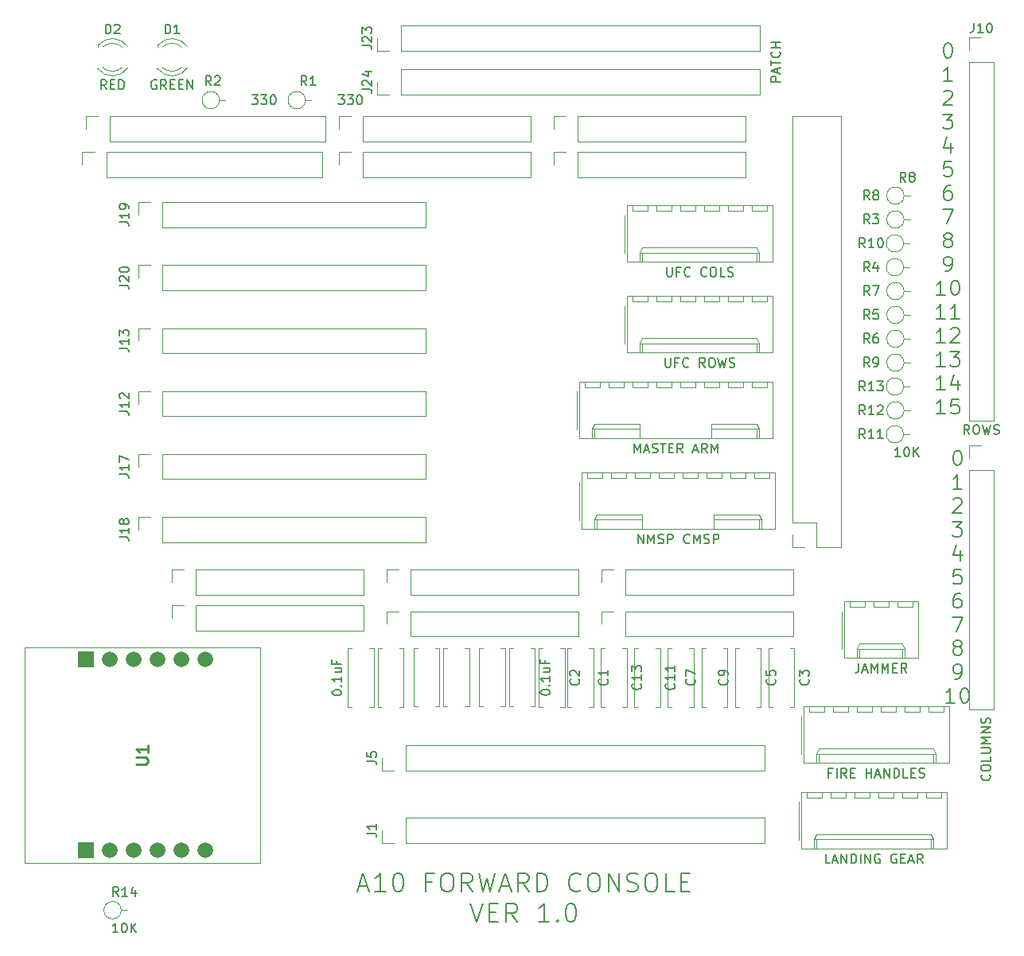
<source format=gbr>
%TF.GenerationSoftware,KiCad,Pcbnew,7.0.9*%
%TF.CreationDate,2023-12-05T18:38:31+10:00*%
%TF.ProjectId,Forward Console Input,466f7277-6172-4642-9043-6f6e736f6c65,rev?*%
%TF.SameCoordinates,Original*%
%TF.FileFunction,Legend,Top*%
%TF.FilePolarity,Positive*%
%FSLAX46Y46*%
G04 Gerber Fmt 4.6, Leading zero omitted, Abs format (unit mm)*
G04 Created by KiCad (PCBNEW 7.0.9) date 2023-12-05 18:38:31*
%MOMM*%
%LPD*%
G01*
G04 APERTURE LIST*
%ADD10C,0.150000*%
%ADD11C,0.254000*%
%ADD12C,0.120000*%
%ADD13C,0.100000*%
%ADD14R,1.665000X1.665000*%
%ADD15C,1.665000*%
G04 APERTURE END LIST*
D10*
X210159809Y-83462011D02*
X210312190Y-83462011D01*
X210312190Y-83462011D02*
X210464571Y-83536773D01*
X210464571Y-83536773D02*
X210540761Y-83611535D01*
X210540761Y-83611535D02*
X210616952Y-83761059D01*
X210616952Y-83761059D02*
X210693142Y-84060107D01*
X210693142Y-84060107D02*
X210693142Y-84433916D01*
X210693142Y-84433916D02*
X210616952Y-84732964D01*
X210616952Y-84732964D02*
X210540761Y-84882488D01*
X210540761Y-84882488D02*
X210464571Y-84957250D01*
X210464571Y-84957250D02*
X210312190Y-85032011D01*
X210312190Y-85032011D02*
X210159809Y-85032011D01*
X210159809Y-85032011D02*
X210007428Y-84957250D01*
X210007428Y-84957250D02*
X209931237Y-84882488D01*
X209931237Y-84882488D02*
X209855047Y-84732964D01*
X209855047Y-84732964D02*
X209778856Y-84433916D01*
X209778856Y-84433916D02*
X209778856Y-84060107D01*
X209778856Y-84060107D02*
X209855047Y-83761059D01*
X209855047Y-83761059D02*
X209931237Y-83611535D01*
X209931237Y-83611535D02*
X210007428Y-83536773D01*
X210007428Y-83536773D02*
X210159809Y-83462011D01*
X210693142Y-87559711D02*
X209778856Y-87559711D01*
X210235999Y-87559711D02*
X210235999Y-85989711D01*
X210235999Y-85989711D02*
X210083618Y-86213997D01*
X210083618Y-86213997D02*
X209931237Y-86363521D01*
X209931237Y-86363521D02*
X209778856Y-86438283D01*
X209778856Y-88666935D02*
X209855047Y-88592173D01*
X209855047Y-88592173D02*
X210007428Y-88517411D01*
X210007428Y-88517411D02*
X210388380Y-88517411D01*
X210388380Y-88517411D02*
X210540761Y-88592173D01*
X210540761Y-88592173D02*
X210616952Y-88666935D01*
X210616952Y-88666935D02*
X210693142Y-88816459D01*
X210693142Y-88816459D02*
X210693142Y-88965983D01*
X210693142Y-88965983D02*
X210616952Y-89190269D01*
X210616952Y-89190269D02*
X209702666Y-90087411D01*
X209702666Y-90087411D02*
X210693142Y-90087411D01*
X209702666Y-91045111D02*
X210693142Y-91045111D01*
X210693142Y-91045111D02*
X210159809Y-91643207D01*
X210159809Y-91643207D02*
X210388380Y-91643207D01*
X210388380Y-91643207D02*
X210540761Y-91717969D01*
X210540761Y-91717969D02*
X210616952Y-91792730D01*
X210616952Y-91792730D02*
X210693142Y-91942254D01*
X210693142Y-91942254D02*
X210693142Y-92316064D01*
X210693142Y-92316064D02*
X210616952Y-92465588D01*
X210616952Y-92465588D02*
X210540761Y-92540350D01*
X210540761Y-92540350D02*
X210388380Y-92615111D01*
X210388380Y-92615111D02*
X209931237Y-92615111D01*
X209931237Y-92615111D02*
X209778856Y-92540350D01*
X209778856Y-92540350D02*
X209702666Y-92465588D01*
X210540761Y-94096145D02*
X210540761Y-95142811D01*
X210159809Y-93498050D02*
X209778856Y-94619478D01*
X209778856Y-94619478D02*
X210769333Y-94619478D01*
X210616952Y-96100511D02*
X209855047Y-96100511D01*
X209855047Y-96100511D02*
X209778856Y-96848130D01*
X209778856Y-96848130D02*
X209855047Y-96773369D01*
X209855047Y-96773369D02*
X210007428Y-96698607D01*
X210007428Y-96698607D02*
X210388380Y-96698607D01*
X210388380Y-96698607D02*
X210540761Y-96773369D01*
X210540761Y-96773369D02*
X210616952Y-96848130D01*
X210616952Y-96848130D02*
X210693142Y-96997654D01*
X210693142Y-96997654D02*
X210693142Y-97371464D01*
X210693142Y-97371464D02*
X210616952Y-97520988D01*
X210616952Y-97520988D02*
X210540761Y-97595750D01*
X210540761Y-97595750D02*
X210388380Y-97670511D01*
X210388380Y-97670511D02*
X210007428Y-97670511D01*
X210007428Y-97670511D02*
X209855047Y-97595750D01*
X209855047Y-97595750D02*
X209778856Y-97520988D01*
X210540761Y-98628211D02*
X210235999Y-98628211D01*
X210235999Y-98628211D02*
X210083618Y-98702973D01*
X210083618Y-98702973D02*
X210007428Y-98777735D01*
X210007428Y-98777735D02*
X209855047Y-99002021D01*
X209855047Y-99002021D02*
X209778856Y-99301069D01*
X209778856Y-99301069D02*
X209778856Y-99899164D01*
X209778856Y-99899164D02*
X209855047Y-100048688D01*
X209855047Y-100048688D02*
X209931237Y-100123450D01*
X209931237Y-100123450D02*
X210083618Y-100198211D01*
X210083618Y-100198211D02*
X210388380Y-100198211D01*
X210388380Y-100198211D02*
X210540761Y-100123450D01*
X210540761Y-100123450D02*
X210616952Y-100048688D01*
X210616952Y-100048688D02*
X210693142Y-99899164D01*
X210693142Y-99899164D02*
X210693142Y-99525354D01*
X210693142Y-99525354D02*
X210616952Y-99375830D01*
X210616952Y-99375830D02*
X210540761Y-99301069D01*
X210540761Y-99301069D02*
X210388380Y-99226307D01*
X210388380Y-99226307D02*
X210083618Y-99226307D01*
X210083618Y-99226307D02*
X209931237Y-99301069D01*
X209931237Y-99301069D02*
X209855047Y-99375830D01*
X209855047Y-99375830D02*
X209778856Y-99525354D01*
X209702666Y-101155911D02*
X210769333Y-101155911D01*
X210769333Y-101155911D02*
X210083618Y-102725911D01*
X210083618Y-104356469D02*
X209931237Y-104281707D01*
X209931237Y-104281707D02*
X209855047Y-104206945D01*
X209855047Y-104206945D02*
X209778856Y-104057421D01*
X209778856Y-104057421D02*
X209778856Y-103982659D01*
X209778856Y-103982659D02*
X209855047Y-103833135D01*
X209855047Y-103833135D02*
X209931237Y-103758373D01*
X209931237Y-103758373D02*
X210083618Y-103683611D01*
X210083618Y-103683611D02*
X210388380Y-103683611D01*
X210388380Y-103683611D02*
X210540761Y-103758373D01*
X210540761Y-103758373D02*
X210616952Y-103833135D01*
X210616952Y-103833135D02*
X210693142Y-103982659D01*
X210693142Y-103982659D02*
X210693142Y-104057421D01*
X210693142Y-104057421D02*
X210616952Y-104206945D01*
X210616952Y-104206945D02*
X210540761Y-104281707D01*
X210540761Y-104281707D02*
X210388380Y-104356469D01*
X210388380Y-104356469D02*
X210083618Y-104356469D01*
X210083618Y-104356469D02*
X209931237Y-104431230D01*
X209931237Y-104431230D02*
X209855047Y-104505992D01*
X209855047Y-104505992D02*
X209778856Y-104655516D01*
X209778856Y-104655516D02*
X209778856Y-104954564D01*
X209778856Y-104954564D02*
X209855047Y-105104088D01*
X209855047Y-105104088D02*
X209931237Y-105178850D01*
X209931237Y-105178850D02*
X210083618Y-105253611D01*
X210083618Y-105253611D02*
X210388380Y-105253611D01*
X210388380Y-105253611D02*
X210540761Y-105178850D01*
X210540761Y-105178850D02*
X210616952Y-105104088D01*
X210616952Y-105104088D02*
X210693142Y-104954564D01*
X210693142Y-104954564D02*
X210693142Y-104655516D01*
X210693142Y-104655516D02*
X210616952Y-104505992D01*
X210616952Y-104505992D02*
X210540761Y-104431230D01*
X210540761Y-104431230D02*
X210388380Y-104356469D01*
X209931237Y-107781311D02*
X210235999Y-107781311D01*
X210235999Y-107781311D02*
X210388380Y-107706550D01*
X210388380Y-107706550D02*
X210464571Y-107631788D01*
X210464571Y-107631788D02*
X210616952Y-107407502D01*
X210616952Y-107407502D02*
X210693142Y-107108454D01*
X210693142Y-107108454D02*
X210693142Y-106510359D01*
X210693142Y-106510359D02*
X210616952Y-106360835D01*
X210616952Y-106360835D02*
X210540761Y-106286073D01*
X210540761Y-106286073D02*
X210388380Y-106211311D01*
X210388380Y-106211311D02*
X210083618Y-106211311D01*
X210083618Y-106211311D02*
X209931237Y-106286073D01*
X209931237Y-106286073D02*
X209855047Y-106360835D01*
X209855047Y-106360835D02*
X209778856Y-106510359D01*
X209778856Y-106510359D02*
X209778856Y-106884169D01*
X209778856Y-106884169D02*
X209855047Y-107033692D01*
X209855047Y-107033692D02*
X209931237Y-107108454D01*
X209931237Y-107108454D02*
X210083618Y-107183216D01*
X210083618Y-107183216D02*
X210388380Y-107183216D01*
X210388380Y-107183216D02*
X210540761Y-107108454D01*
X210540761Y-107108454D02*
X210616952Y-107033692D01*
X210616952Y-107033692D02*
X210693142Y-106884169D01*
X209931237Y-110309011D02*
X209016951Y-110309011D01*
X209474094Y-110309011D02*
X209474094Y-108739011D01*
X209474094Y-108739011D02*
X209321713Y-108963297D01*
X209321713Y-108963297D02*
X209169332Y-109112821D01*
X209169332Y-109112821D02*
X209016951Y-109187583D01*
X210921714Y-108739011D02*
X211074095Y-108739011D01*
X211074095Y-108739011D02*
X211226476Y-108813773D01*
X211226476Y-108813773D02*
X211302666Y-108888535D01*
X211302666Y-108888535D02*
X211378857Y-109038059D01*
X211378857Y-109038059D02*
X211455047Y-109337107D01*
X211455047Y-109337107D02*
X211455047Y-109710916D01*
X211455047Y-109710916D02*
X211378857Y-110009964D01*
X211378857Y-110009964D02*
X211302666Y-110159488D01*
X211302666Y-110159488D02*
X211226476Y-110234250D01*
X211226476Y-110234250D02*
X211074095Y-110309011D01*
X211074095Y-110309011D02*
X210921714Y-110309011D01*
X210921714Y-110309011D02*
X210769333Y-110234250D01*
X210769333Y-110234250D02*
X210693142Y-110159488D01*
X210693142Y-110159488D02*
X210616952Y-110009964D01*
X210616952Y-110009964D02*
X210540761Y-109710916D01*
X210540761Y-109710916D02*
X210540761Y-109337107D01*
X210540761Y-109337107D02*
X210616952Y-109038059D01*
X210616952Y-109038059D02*
X210693142Y-108888535D01*
X210693142Y-108888535D02*
X210769333Y-108813773D01*
X210769333Y-108813773D02*
X210921714Y-108739011D01*
X146515951Y-129851009D02*
X147468332Y-129851009D01*
X146325475Y-130422438D02*
X146992141Y-128422438D01*
X146992141Y-128422438D02*
X147658808Y-130422438D01*
X149373094Y-130422438D02*
X148230237Y-130422438D01*
X148801665Y-130422438D02*
X148801665Y-128422438D01*
X148801665Y-128422438D02*
X148611189Y-128708152D01*
X148611189Y-128708152D02*
X148420713Y-128898628D01*
X148420713Y-128898628D02*
X148230237Y-128993866D01*
X150611189Y-128422438D02*
X150801666Y-128422438D01*
X150801666Y-128422438D02*
X150992142Y-128517676D01*
X150992142Y-128517676D02*
X151087380Y-128612914D01*
X151087380Y-128612914D02*
X151182618Y-128803390D01*
X151182618Y-128803390D02*
X151277856Y-129184342D01*
X151277856Y-129184342D02*
X151277856Y-129660533D01*
X151277856Y-129660533D02*
X151182618Y-130041485D01*
X151182618Y-130041485D02*
X151087380Y-130231961D01*
X151087380Y-130231961D02*
X150992142Y-130327200D01*
X150992142Y-130327200D02*
X150801666Y-130422438D01*
X150801666Y-130422438D02*
X150611189Y-130422438D01*
X150611189Y-130422438D02*
X150420713Y-130327200D01*
X150420713Y-130327200D02*
X150325475Y-130231961D01*
X150325475Y-130231961D02*
X150230237Y-130041485D01*
X150230237Y-130041485D02*
X150134999Y-129660533D01*
X150134999Y-129660533D02*
X150134999Y-129184342D01*
X150134999Y-129184342D02*
X150230237Y-128803390D01*
X150230237Y-128803390D02*
X150325475Y-128612914D01*
X150325475Y-128612914D02*
X150420713Y-128517676D01*
X150420713Y-128517676D02*
X150611189Y-128422438D01*
X154325476Y-129374819D02*
X153658809Y-129374819D01*
X153658809Y-130422438D02*
X153658809Y-128422438D01*
X153658809Y-128422438D02*
X154611190Y-128422438D01*
X155754047Y-128422438D02*
X156135000Y-128422438D01*
X156135000Y-128422438D02*
X156325476Y-128517676D01*
X156325476Y-128517676D02*
X156515952Y-128708152D01*
X156515952Y-128708152D02*
X156611190Y-129089104D01*
X156611190Y-129089104D02*
X156611190Y-129755771D01*
X156611190Y-129755771D02*
X156515952Y-130136723D01*
X156515952Y-130136723D02*
X156325476Y-130327200D01*
X156325476Y-130327200D02*
X156135000Y-130422438D01*
X156135000Y-130422438D02*
X155754047Y-130422438D01*
X155754047Y-130422438D02*
X155563571Y-130327200D01*
X155563571Y-130327200D02*
X155373095Y-130136723D01*
X155373095Y-130136723D02*
X155277857Y-129755771D01*
X155277857Y-129755771D02*
X155277857Y-129089104D01*
X155277857Y-129089104D02*
X155373095Y-128708152D01*
X155373095Y-128708152D02*
X155563571Y-128517676D01*
X155563571Y-128517676D02*
X155754047Y-128422438D01*
X158611190Y-130422438D02*
X157944523Y-129470057D01*
X157468333Y-130422438D02*
X157468333Y-128422438D01*
X157468333Y-128422438D02*
X158230238Y-128422438D01*
X158230238Y-128422438D02*
X158420714Y-128517676D01*
X158420714Y-128517676D02*
X158515952Y-128612914D01*
X158515952Y-128612914D02*
X158611190Y-128803390D01*
X158611190Y-128803390D02*
X158611190Y-129089104D01*
X158611190Y-129089104D02*
X158515952Y-129279580D01*
X158515952Y-129279580D02*
X158420714Y-129374819D01*
X158420714Y-129374819D02*
X158230238Y-129470057D01*
X158230238Y-129470057D02*
X157468333Y-129470057D01*
X159277857Y-128422438D02*
X159754047Y-130422438D01*
X159754047Y-130422438D02*
X160135000Y-128993866D01*
X160135000Y-128993866D02*
X160515952Y-130422438D01*
X160515952Y-130422438D02*
X160992143Y-128422438D01*
X161658809Y-129851009D02*
X162611190Y-129851009D01*
X161468333Y-130422438D02*
X162134999Y-128422438D01*
X162134999Y-128422438D02*
X162801666Y-130422438D01*
X164611190Y-130422438D02*
X163944523Y-129470057D01*
X163468333Y-130422438D02*
X163468333Y-128422438D01*
X163468333Y-128422438D02*
X164230238Y-128422438D01*
X164230238Y-128422438D02*
X164420714Y-128517676D01*
X164420714Y-128517676D02*
X164515952Y-128612914D01*
X164515952Y-128612914D02*
X164611190Y-128803390D01*
X164611190Y-128803390D02*
X164611190Y-129089104D01*
X164611190Y-129089104D02*
X164515952Y-129279580D01*
X164515952Y-129279580D02*
X164420714Y-129374819D01*
X164420714Y-129374819D02*
X164230238Y-129470057D01*
X164230238Y-129470057D02*
X163468333Y-129470057D01*
X165468333Y-130422438D02*
X165468333Y-128422438D01*
X165468333Y-128422438D02*
X165944523Y-128422438D01*
X165944523Y-128422438D02*
X166230238Y-128517676D01*
X166230238Y-128517676D02*
X166420714Y-128708152D01*
X166420714Y-128708152D02*
X166515952Y-128898628D01*
X166515952Y-128898628D02*
X166611190Y-129279580D01*
X166611190Y-129279580D02*
X166611190Y-129565295D01*
X166611190Y-129565295D02*
X166515952Y-129946247D01*
X166515952Y-129946247D02*
X166420714Y-130136723D01*
X166420714Y-130136723D02*
X166230238Y-130327200D01*
X166230238Y-130327200D02*
X165944523Y-130422438D01*
X165944523Y-130422438D02*
X165468333Y-130422438D01*
X170135000Y-130231961D02*
X170039762Y-130327200D01*
X170039762Y-130327200D02*
X169754048Y-130422438D01*
X169754048Y-130422438D02*
X169563572Y-130422438D01*
X169563572Y-130422438D02*
X169277857Y-130327200D01*
X169277857Y-130327200D02*
X169087381Y-130136723D01*
X169087381Y-130136723D02*
X168992143Y-129946247D01*
X168992143Y-129946247D02*
X168896905Y-129565295D01*
X168896905Y-129565295D02*
X168896905Y-129279580D01*
X168896905Y-129279580D02*
X168992143Y-128898628D01*
X168992143Y-128898628D02*
X169087381Y-128708152D01*
X169087381Y-128708152D02*
X169277857Y-128517676D01*
X169277857Y-128517676D02*
X169563572Y-128422438D01*
X169563572Y-128422438D02*
X169754048Y-128422438D01*
X169754048Y-128422438D02*
X170039762Y-128517676D01*
X170039762Y-128517676D02*
X170135000Y-128612914D01*
X171373095Y-128422438D02*
X171754048Y-128422438D01*
X171754048Y-128422438D02*
X171944524Y-128517676D01*
X171944524Y-128517676D02*
X172135000Y-128708152D01*
X172135000Y-128708152D02*
X172230238Y-129089104D01*
X172230238Y-129089104D02*
X172230238Y-129755771D01*
X172230238Y-129755771D02*
X172135000Y-130136723D01*
X172135000Y-130136723D02*
X171944524Y-130327200D01*
X171944524Y-130327200D02*
X171754048Y-130422438D01*
X171754048Y-130422438D02*
X171373095Y-130422438D01*
X171373095Y-130422438D02*
X171182619Y-130327200D01*
X171182619Y-130327200D02*
X170992143Y-130136723D01*
X170992143Y-130136723D02*
X170896905Y-129755771D01*
X170896905Y-129755771D02*
X170896905Y-129089104D01*
X170896905Y-129089104D02*
X170992143Y-128708152D01*
X170992143Y-128708152D02*
X171182619Y-128517676D01*
X171182619Y-128517676D02*
X171373095Y-128422438D01*
X173087381Y-130422438D02*
X173087381Y-128422438D01*
X173087381Y-128422438D02*
X174230238Y-130422438D01*
X174230238Y-130422438D02*
X174230238Y-128422438D01*
X175087381Y-130327200D02*
X175373095Y-130422438D01*
X175373095Y-130422438D02*
X175849286Y-130422438D01*
X175849286Y-130422438D02*
X176039762Y-130327200D01*
X176039762Y-130327200D02*
X176135000Y-130231961D01*
X176135000Y-130231961D02*
X176230238Y-130041485D01*
X176230238Y-130041485D02*
X176230238Y-129851009D01*
X176230238Y-129851009D02*
X176135000Y-129660533D01*
X176135000Y-129660533D02*
X176039762Y-129565295D01*
X176039762Y-129565295D02*
X175849286Y-129470057D01*
X175849286Y-129470057D02*
X175468333Y-129374819D01*
X175468333Y-129374819D02*
X175277857Y-129279580D01*
X175277857Y-129279580D02*
X175182619Y-129184342D01*
X175182619Y-129184342D02*
X175087381Y-128993866D01*
X175087381Y-128993866D02*
X175087381Y-128803390D01*
X175087381Y-128803390D02*
X175182619Y-128612914D01*
X175182619Y-128612914D02*
X175277857Y-128517676D01*
X175277857Y-128517676D02*
X175468333Y-128422438D01*
X175468333Y-128422438D02*
X175944524Y-128422438D01*
X175944524Y-128422438D02*
X176230238Y-128517676D01*
X177468333Y-128422438D02*
X177849286Y-128422438D01*
X177849286Y-128422438D02*
X178039762Y-128517676D01*
X178039762Y-128517676D02*
X178230238Y-128708152D01*
X178230238Y-128708152D02*
X178325476Y-129089104D01*
X178325476Y-129089104D02*
X178325476Y-129755771D01*
X178325476Y-129755771D02*
X178230238Y-130136723D01*
X178230238Y-130136723D02*
X178039762Y-130327200D01*
X178039762Y-130327200D02*
X177849286Y-130422438D01*
X177849286Y-130422438D02*
X177468333Y-130422438D01*
X177468333Y-130422438D02*
X177277857Y-130327200D01*
X177277857Y-130327200D02*
X177087381Y-130136723D01*
X177087381Y-130136723D02*
X176992143Y-129755771D01*
X176992143Y-129755771D02*
X176992143Y-129089104D01*
X176992143Y-129089104D02*
X177087381Y-128708152D01*
X177087381Y-128708152D02*
X177277857Y-128517676D01*
X177277857Y-128517676D02*
X177468333Y-128422438D01*
X180135000Y-130422438D02*
X179182619Y-130422438D01*
X179182619Y-130422438D02*
X179182619Y-128422438D01*
X180801667Y-129374819D02*
X181468334Y-129374819D01*
X181754048Y-130422438D02*
X180801667Y-130422438D01*
X180801667Y-130422438D02*
X180801667Y-128422438D01*
X180801667Y-128422438D02*
X181754048Y-128422438D01*
X158420714Y-131642438D02*
X159087380Y-133642438D01*
X159087380Y-133642438D02*
X159754047Y-131642438D01*
X160420714Y-132594819D02*
X161087381Y-132594819D01*
X161373095Y-133642438D02*
X160420714Y-133642438D01*
X160420714Y-133642438D02*
X160420714Y-131642438D01*
X160420714Y-131642438D02*
X161373095Y-131642438D01*
X163373095Y-133642438D02*
X162706428Y-132690057D01*
X162230238Y-133642438D02*
X162230238Y-131642438D01*
X162230238Y-131642438D02*
X162992143Y-131642438D01*
X162992143Y-131642438D02*
X163182619Y-131737676D01*
X163182619Y-131737676D02*
X163277857Y-131832914D01*
X163277857Y-131832914D02*
X163373095Y-132023390D01*
X163373095Y-132023390D02*
X163373095Y-132309104D01*
X163373095Y-132309104D02*
X163277857Y-132499580D01*
X163277857Y-132499580D02*
X163182619Y-132594819D01*
X163182619Y-132594819D02*
X162992143Y-132690057D01*
X162992143Y-132690057D02*
X162230238Y-132690057D01*
X166801667Y-133642438D02*
X165658810Y-133642438D01*
X166230238Y-133642438D02*
X166230238Y-131642438D01*
X166230238Y-131642438D02*
X166039762Y-131928152D01*
X166039762Y-131928152D02*
X165849286Y-132118628D01*
X165849286Y-132118628D02*
X165658810Y-132213866D01*
X167658810Y-133451961D02*
X167754048Y-133547200D01*
X167754048Y-133547200D02*
X167658810Y-133642438D01*
X167658810Y-133642438D02*
X167563572Y-133547200D01*
X167563572Y-133547200D02*
X167658810Y-133451961D01*
X167658810Y-133451961D02*
X167658810Y-133642438D01*
X168992143Y-131642438D02*
X169182620Y-131642438D01*
X169182620Y-131642438D02*
X169373096Y-131737676D01*
X169373096Y-131737676D02*
X169468334Y-131832914D01*
X169468334Y-131832914D02*
X169563572Y-132023390D01*
X169563572Y-132023390D02*
X169658810Y-132404342D01*
X169658810Y-132404342D02*
X169658810Y-132880533D01*
X169658810Y-132880533D02*
X169563572Y-133261485D01*
X169563572Y-133261485D02*
X169468334Y-133451961D01*
X169468334Y-133451961D02*
X169373096Y-133547200D01*
X169373096Y-133547200D02*
X169182620Y-133642438D01*
X169182620Y-133642438D02*
X168992143Y-133642438D01*
X168992143Y-133642438D02*
X168801667Y-133547200D01*
X168801667Y-133547200D02*
X168706429Y-133451961D01*
X168706429Y-133451961D02*
X168611191Y-133261485D01*
X168611191Y-133261485D02*
X168515953Y-132880533D01*
X168515953Y-132880533D02*
X168515953Y-132404342D01*
X168515953Y-132404342D02*
X168611191Y-132023390D01*
X168611191Y-132023390D02*
X168706429Y-131832914D01*
X168706429Y-131832914D02*
X168801667Y-131737676D01*
X168801667Y-131737676D02*
X168992143Y-131642438D01*
X209143809Y-40058761D02*
X209296190Y-40058761D01*
X209296190Y-40058761D02*
X209448571Y-40133523D01*
X209448571Y-40133523D02*
X209524761Y-40208285D01*
X209524761Y-40208285D02*
X209600952Y-40357809D01*
X209600952Y-40357809D02*
X209677142Y-40656857D01*
X209677142Y-40656857D02*
X209677142Y-41030666D01*
X209677142Y-41030666D02*
X209600952Y-41329714D01*
X209600952Y-41329714D02*
X209524761Y-41479238D01*
X209524761Y-41479238D02*
X209448571Y-41554000D01*
X209448571Y-41554000D02*
X209296190Y-41628761D01*
X209296190Y-41628761D02*
X209143809Y-41628761D01*
X209143809Y-41628761D02*
X208991428Y-41554000D01*
X208991428Y-41554000D02*
X208915237Y-41479238D01*
X208915237Y-41479238D02*
X208839047Y-41329714D01*
X208839047Y-41329714D02*
X208762856Y-41030666D01*
X208762856Y-41030666D02*
X208762856Y-40656857D01*
X208762856Y-40656857D02*
X208839047Y-40357809D01*
X208839047Y-40357809D02*
X208915237Y-40208285D01*
X208915237Y-40208285D02*
X208991428Y-40133523D01*
X208991428Y-40133523D02*
X209143809Y-40058761D01*
X209677142Y-44156461D02*
X208762856Y-44156461D01*
X209219999Y-44156461D02*
X209219999Y-42586461D01*
X209219999Y-42586461D02*
X209067618Y-42810747D01*
X209067618Y-42810747D02*
X208915237Y-42960271D01*
X208915237Y-42960271D02*
X208762856Y-43035033D01*
X208762856Y-45263685D02*
X208839047Y-45188923D01*
X208839047Y-45188923D02*
X208991428Y-45114161D01*
X208991428Y-45114161D02*
X209372380Y-45114161D01*
X209372380Y-45114161D02*
X209524761Y-45188923D01*
X209524761Y-45188923D02*
X209600952Y-45263685D01*
X209600952Y-45263685D02*
X209677142Y-45413209D01*
X209677142Y-45413209D02*
X209677142Y-45562733D01*
X209677142Y-45562733D02*
X209600952Y-45787019D01*
X209600952Y-45787019D02*
X208686666Y-46684161D01*
X208686666Y-46684161D02*
X209677142Y-46684161D01*
X208686666Y-47641861D02*
X209677142Y-47641861D01*
X209677142Y-47641861D02*
X209143809Y-48239957D01*
X209143809Y-48239957D02*
X209372380Y-48239957D01*
X209372380Y-48239957D02*
X209524761Y-48314719D01*
X209524761Y-48314719D02*
X209600952Y-48389480D01*
X209600952Y-48389480D02*
X209677142Y-48539004D01*
X209677142Y-48539004D02*
X209677142Y-48912814D01*
X209677142Y-48912814D02*
X209600952Y-49062338D01*
X209600952Y-49062338D02*
X209524761Y-49137100D01*
X209524761Y-49137100D02*
X209372380Y-49211861D01*
X209372380Y-49211861D02*
X208915237Y-49211861D01*
X208915237Y-49211861D02*
X208762856Y-49137100D01*
X208762856Y-49137100D02*
X208686666Y-49062338D01*
X209524761Y-50692895D02*
X209524761Y-51739561D01*
X209143809Y-50094800D02*
X208762856Y-51216228D01*
X208762856Y-51216228D02*
X209753333Y-51216228D01*
X209600952Y-52697261D02*
X208839047Y-52697261D01*
X208839047Y-52697261D02*
X208762856Y-53444880D01*
X208762856Y-53444880D02*
X208839047Y-53370119D01*
X208839047Y-53370119D02*
X208991428Y-53295357D01*
X208991428Y-53295357D02*
X209372380Y-53295357D01*
X209372380Y-53295357D02*
X209524761Y-53370119D01*
X209524761Y-53370119D02*
X209600952Y-53444880D01*
X209600952Y-53444880D02*
X209677142Y-53594404D01*
X209677142Y-53594404D02*
X209677142Y-53968214D01*
X209677142Y-53968214D02*
X209600952Y-54117738D01*
X209600952Y-54117738D02*
X209524761Y-54192500D01*
X209524761Y-54192500D02*
X209372380Y-54267261D01*
X209372380Y-54267261D02*
X208991428Y-54267261D01*
X208991428Y-54267261D02*
X208839047Y-54192500D01*
X208839047Y-54192500D02*
X208762856Y-54117738D01*
X209524761Y-55224961D02*
X209219999Y-55224961D01*
X209219999Y-55224961D02*
X209067618Y-55299723D01*
X209067618Y-55299723D02*
X208991428Y-55374485D01*
X208991428Y-55374485D02*
X208839047Y-55598771D01*
X208839047Y-55598771D02*
X208762856Y-55897819D01*
X208762856Y-55897819D02*
X208762856Y-56495914D01*
X208762856Y-56495914D02*
X208839047Y-56645438D01*
X208839047Y-56645438D02*
X208915237Y-56720200D01*
X208915237Y-56720200D02*
X209067618Y-56794961D01*
X209067618Y-56794961D02*
X209372380Y-56794961D01*
X209372380Y-56794961D02*
X209524761Y-56720200D01*
X209524761Y-56720200D02*
X209600952Y-56645438D01*
X209600952Y-56645438D02*
X209677142Y-56495914D01*
X209677142Y-56495914D02*
X209677142Y-56122104D01*
X209677142Y-56122104D02*
X209600952Y-55972580D01*
X209600952Y-55972580D02*
X209524761Y-55897819D01*
X209524761Y-55897819D02*
X209372380Y-55823057D01*
X209372380Y-55823057D02*
X209067618Y-55823057D01*
X209067618Y-55823057D02*
X208915237Y-55897819D01*
X208915237Y-55897819D02*
X208839047Y-55972580D01*
X208839047Y-55972580D02*
X208762856Y-56122104D01*
X208686666Y-57752661D02*
X209753333Y-57752661D01*
X209753333Y-57752661D02*
X209067618Y-59322661D01*
X209067618Y-60953219D02*
X208915237Y-60878457D01*
X208915237Y-60878457D02*
X208839047Y-60803695D01*
X208839047Y-60803695D02*
X208762856Y-60654171D01*
X208762856Y-60654171D02*
X208762856Y-60579409D01*
X208762856Y-60579409D02*
X208839047Y-60429885D01*
X208839047Y-60429885D02*
X208915237Y-60355123D01*
X208915237Y-60355123D02*
X209067618Y-60280361D01*
X209067618Y-60280361D02*
X209372380Y-60280361D01*
X209372380Y-60280361D02*
X209524761Y-60355123D01*
X209524761Y-60355123D02*
X209600952Y-60429885D01*
X209600952Y-60429885D02*
X209677142Y-60579409D01*
X209677142Y-60579409D02*
X209677142Y-60654171D01*
X209677142Y-60654171D02*
X209600952Y-60803695D01*
X209600952Y-60803695D02*
X209524761Y-60878457D01*
X209524761Y-60878457D02*
X209372380Y-60953219D01*
X209372380Y-60953219D02*
X209067618Y-60953219D01*
X209067618Y-60953219D02*
X208915237Y-61027980D01*
X208915237Y-61027980D02*
X208839047Y-61102742D01*
X208839047Y-61102742D02*
X208762856Y-61252266D01*
X208762856Y-61252266D02*
X208762856Y-61551314D01*
X208762856Y-61551314D02*
X208839047Y-61700838D01*
X208839047Y-61700838D02*
X208915237Y-61775600D01*
X208915237Y-61775600D02*
X209067618Y-61850361D01*
X209067618Y-61850361D02*
X209372380Y-61850361D01*
X209372380Y-61850361D02*
X209524761Y-61775600D01*
X209524761Y-61775600D02*
X209600952Y-61700838D01*
X209600952Y-61700838D02*
X209677142Y-61551314D01*
X209677142Y-61551314D02*
X209677142Y-61252266D01*
X209677142Y-61252266D02*
X209600952Y-61102742D01*
X209600952Y-61102742D02*
X209524761Y-61027980D01*
X209524761Y-61027980D02*
X209372380Y-60953219D01*
X208915237Y-64378061D02*
X209219999Y-64378061D01*
X209219999Y-64378061D02*
X209372380Y-64303300D01*
X209372380Y-64303300D02*
X209448571Y-64228538D01*
X209448571Y-64228538D02*
X209600952Y-64004252D01*
X209600952Y-64004252D02*
X209677142Y-63705204D01*
X209677142Y-63705204D02*
X209677142Y-63107109D01*
X209677142Y-63107109D02*
X209600952Y-62957585D01*
X209600952Y-62957585D02*
X209524761Y-62882823D01*
X209524761Y-62882823D02*
X209372380Y-62808061D01*
X209372380Y-62808061D02*
X209067618Y-62808061D01*
X209067618Y-62808061D02*
X208915237Y-62882823D01*
X208915237Y-62882823D02*
X208839047Y-62957585D01*
X208839047Y-62957585D02*
X208762856Y-63107109D01*
X208762856Y-63107109D02*
X208762856Y-63480919D01*
X208762856Y-63480919D02*
X208839047Y-63630442D01*
X208839047Y-63630442D02*
X208915237Y-63705204D01*
X208915237Y-63705204D02*
X209067618Y-63779966D01*
X209067618Y-63779966D02*
X209372380Y-63779966D01*
X209372380Y-63779966D02*
X209524761Y-63705204D01*
X209524761Y-63705204D02*
X209600952Y-63630442D01*
X209600952Y-63630442D02*
X209677142Y-63480919D01*
X208915237Y-66905761D02*
X208000951Y-66905761D01*
X208458094Y-66905761D02*
X208458094Y-65335761D01*
X208458094Y-65335761D02*
X208305713Y-65560047D01*
X208305713Y-65560047D02*
X208153332Y-65709571D01*
X208153332Y-65709571D02*
X208000951Y-65784333D01*
X209905714Y-65335761D02*
X210058095Y-65335761D01*
X210058095Y-65335761D02*
X210210476Y-65410523D01*
X210210476Y-65410523D02*
X210286666Y-65485285D01*
X210286666Y-65485285D02*
X210362857Y-65634809D01*
X210362857Y-65634809D02*
X210439047Y-65933857D01*
X210439047Y-65933857D02*
X210439047Y-66307666D01*
X210439047Y-66307666D02*
X210362857Y-66606714D01*
X210362857Y-66606714D02*
X210286666Y-66756238D01*
X210286666Y-66756238D02*
X210210476Y-66831000D01*
X210210476Y-66831000D02*
X210058095Y-66905761D01*
X210058095Y-66905761D02*
X209905714Y-66905761D01*
X209905714Y-66905761D02*
X209753333Y-66831000D01*
X209753333Y-66831000D02*
X209677142Y-66756238D01*
X209677142Y-66756238D02*
X209600952Y-66606714D01*
X209600952Y-66606714D02*
X209524761Y-66307666D01*
X209524761Y-66307666D02*
X209524761Y-65933857D01*
X209524761Y-65933857D02*
X209600952Y-65634809D01*
X209600952Y-65634809D02*
X209677142Y-65485285D01*
X209677142Y-65485285D02*
X209753333Y-65410523D01*
X209753333Y-65410523D02*
X209905714Y-65335761D01*
X208915237Y-69433461D02*
X208000951Y-69433461D01*
X208458094Y-69433461D02*
X208458094Y-67863461D01*
X208458094Y-67863461D02*
X208305713Y-68087747D01*
X208305713Y-68087747D02*
X208153332Y-68237271D01*
X208153332Y-68237271D02*
X208000951Y-68312033D01*
X210439047Y-69433461D02*
X209524761Y-69433461D01*
X209981904Y-69433461D02*
X209981904Y-67863461D01*
X209981904Y-67863461D02*
X209829523Y-68087747D01*
X209829523Y-68087747D02*
X209677142Y-68237271D01*
X209677142Y-68237271D02*
X209524761Y-68312033D01*
X208915237Y-71961161D02*
X208000951Y-71961161D01*
X208458094Y-71961161D02*
X208458094Y-70391161D01*
X208458094Y-70391161D02*
X208305713Y-70615447D01*
X208305713Y-70615447D02*
X208153332Y-70764971D01*
X208153332Y-70764971D02*
X208000951Y-70839733D01*
X209524761Y-70540685D02*
X209600952Y-70465923D01*
X209600952Y-70465923D02*
X209753333Y-70391161D01*
X209753333Y-70391161D02*
X210134285Y-70391161D01*
X210134285Y-70391161D02*
X210286666Y-70465923D01*
X210286666Y-70465923D02*
X210362857Y-70540685D01*
X210362857Y-70540685D02*
X210439047Y-70690209D01*
X210439047Y-70690209D02*
X210439047Y-70839733D01*
X210439047Y-70839733D02*
X210362857Y-71064019D01*
X210362857Y-71064019D02*
X209448571Y-71961161D01*
X209448571Y-71961161D02*
X210439047Y-71961161D01*
X208915237Y-74488861D02*
X208000951Y-74488861D01*
X208458094Y-74488861D02*
X208458094Y-72918861D01*
X208458094Y-72918861D02*
X208305713Y-73143147D01*
X208305713Y-73143147D02*
X208153332Y-73292671D01*
X208153332Y-73292671D02*
X208000951Y-73367433D01*
X209448571Y-72918861D02*
X210439047Y-72918861D01*
X210439047Y-72918861D02*
X209905714Y-73516957D01*
X209905714Y-73516957D02*
X210134285Y-73516957D01*
X210134285Y-73516957D02*
X210286666Y-73591719D01*
X210286666Y-73591719D02*
X210362857Y-73666480D01*
X210362857Y-73666480D02*
X210439047Y-73816004D01*
X210439047Y-73816004D02*
X210439047Y-74189814D01*
X210439047Y-74189814D02*
X210362857Y-74339338D01*
X210362857Y-74339338D02*
X210286666Y-74414100D01*
X210286666Y-74414100D02*
X210134285Y-74488861D01*
X210134285Y-74488861D02*
X209677142Y-74488861D01*
X209677142Y-74488861D02*
X209524761Y-74414100D01*
X209524761Y-74414100D02*
X209448571Y-74339338D01*
X208915237Y-77016561D02*
X208000951Y-77016561D01*
X208458094Y-77016561D02*
X208458094Y-75446561D01*
X208458094Y-75446561D02*
X208305713Y-75670847D01*
X208305713Y-75670847D02*
X208153332Y-75820371D01*
X208153332Y-75820371D02*
X208000951Y-75895133D01*
X210286666Y-75969895D02*
X210286666Y-77016561D01*
X209905714Y-75371800D02*
X209524761Y-76493228D01*
X209524761Y-76493228D02*
X210515238Y-76493228D01*
X208915237Y-79544261D02*
X208000951Y-79544261D01*
X208458094Y-79544261D02*
X208458094Y-77974261D01*
X208458094Y-77974261D02*
X208305713Y-78198547D01*
X208305713Y-78198547D02*
X208153332Y-78348071D01*
X208153332Y-78348071D02*
X208000951Y-78422833D01*
X210362857Y-77974261D02*
X209600952Y-77974261D01*
X209600952Y-77974261D02*
X209524761Y-78721880D01*
X209524761Y-78721880D02*
X209600952Y-78647119D01*
X209600952Y-78647119D02*
X209753333Y-78572357D01*
X209753333Y-78572357D02*
X210134285Y-78572357D01*
X210134285Y-78572357D02*
X210286666Y-78647119D01*
X210286666Y-78647119D02*
X210362857Y-78721880D01*
X210362857Y-78721880D02*
X210439047Y-78871404D01*
X210439047Y-78871404D02*
X210439047Y-79245214D01*
X210439047Y-79245214D02*
X210362857Y-79394738D01*
X210362857Y-79394738D02*
X210286666Y-79469500D01*
X210286666Y-79469500D02*
X210134285Y-79544261D01*
X210134285Y-79544261D02*
X209753333Y-79544261D01*
X209753333Y-79544261D02*
X209600952Y-79469500D01*
X209600952Y-79469500D02*
X209524761Y-79394738D01*
X121068819Y-85975923D02*
X121783104Y-85975923D01*
X121783104Y-85975923D02*
X121925961Y-86023542D01*
X121925961Y-86023542D02*
X122021200Y-86118780D01*
X122021200Y-86118780D02*
X122068819Y-86261637D01*
X122068819Y-86261637D02*
X122068819Y-86356875D01*
X122068819Y-84975923D02*
X122068819Y-85547351D01*
X122068819Y-85261637D02*
X121068819Y-85261637D01*
X121068819Y-85261637D02*
X121211676Y-85356875D01*
X121211676Y-85356875D02*
X121306914Y-85452113D01*
X121306914Y-85452113D02*
X121354533Y-85547351D01*
X121068819Y-84642589D02*
X121068819Y-83975923D01*
X121068819Y-83975923D02*
X122068819Y-84404494D01*
X200875333Y-69466819D02*
X200542000Y-68990628D01*
X200303905Y-69466819D02*
X200303905Y-68466819D01*
X200303905Y-68466819D02*
X200684857Y-68466819D01*
X200684857Y-68466819D02*
X200780095Y-68514438D01*
X200780095Y-68514438D02*
X200827714Y-68562057D01*
X200827714Y-68562057D02*
X200875333Y-68657295D01*
X200875333Y-68657295D02*
X200875333Y-68800152D01*
X200875333Y-68800152D02*
X200827714Y-68895390D01*
X200827714Y-68895390D02*
X200780095Y-68943009D01*
X200780095Y-68943009D02*
X200684857Y-68990628D01*
X200684857Y-68990628D02*
X200303905Y-68990628D01*
X201780095Y-68466819D02*
X201303905Y-68466819D01*
X201303905Y-68466819D02*
X201256286Y-68943009D01*
X201256286Y-68943009D02*
X201303905Y-68895390D01*
X201303905Y-68895390D02*
X201399143Y-68847771D01*
X201399143Y-68847771D02*
X201637238Y-68847771D01*
X201637238Y-68847771D02*
X201732476Y-68895390D01*
X201732476Y-68895390D02*
X201780095Y-68943009D01*
X201780095Y-68943009D02*
X201827714Y-69038247D01*
X201827714Y-69038247D02*
X201827714Y-69276342D01*
X201827714Y-69276342D02*
X201780095Y-69371580D01*
X201780095Y-69371580D02*
X201732476Y-69419200D01*
X201732476Y-69419200D02*
X201637238Y-69466819D01*
X201637238Y-69466819D02*
X201399143Y-69466819D01*
X201399143Y-69466819D02*
X201303905Y-69419200D01*
X201303905Y-69419200D02*
X201256286Y-69371580D01*
X130821333Y-44574819D02*
X130488000Y-44098628D01*
X130249905Y-44574819D02*
X130249905Y-43574819D01*
X130249905Y-43574819D02*
X130630857Y-43574819D01*
X130630857Y-43574819D02*
X130726095Y-43622438D01*
X130726095Y-43622438D02*
X130773714Y-43670057D01*
X130773714Y-43670057D02*
X130821333Y-43765295D01*
X130821333Y-43765295D02*
X130821333Y-43908152D01*
X130821333Y-43908152D02*
X130773714Y-44003390D01*
X130773714Y-44003390D02*
X130726095Y-44051009D01*
X130726095Y-44051009D02*
X130630857Y-44098628D01*
X130630857Y-44098628D02*
X130249905Y-44098628D01*
X131202286Y-43670057D02*
X131249905Y-43622438D01*
X131249905Y-43622438D02*
X131345143Y-43574819D01*
X131345143Y-43574819D02*
X131583238Y-43574819D01*
X131583238Y-43574819D02*
X131678476Y-43622438D01*
X131678476Y-43622438D02*
X131726095Y-43670057D01*
X131726095Y-43670057D02*
X131773714Y-43765295D01*
X131773714Y-43765295D02*
X131773714Y-43860533D01*
X131773714Y-43860533D02*
X131726095Y-44003390D01*
X131726095Y-44003390D02*
X131154667Y-44574819D01*
X131154667Y-44574819D02*
X131773714Y-44574819D01*
X135163286Y-45606819D02*
X135782333Y-45606819D01*
X135782333Y-45606819D02*
X135449000Y-45987771D01*
X135449000Y-45987771D02*
X135591857Y-45987771D01*
X135591857Y-45987771D02*
X135687095Y-46035390D01*
X135687095Y-46035390D02*
X135734714Y-46083009D01*
X135734714Y-46083009D02*
X135782333Y-46178247D01*
X135782333Y-46178247D02*
X135782333Y-46416342D01*
X135782333Y-46416342D02*
X135734714Y-46511580D01*
X135734714Y-46511580D02*
X135687095Y-46559200D01*
X135687095Y-46559200D02*
X135591857Y-46606819D01*
X135591857Y-46606819D02*
X135306143Y-46606819D01*
X135306143Y-46606819D02*
X135210905Y-46559200D01*
X135210905Y-46559200D02*
X135163286Y-46511580D01*
X136115667Y-45606819D02*
X136734714Y-45606819D01*
X136734714Y-45606819D02*
X136401381Y-45987771D01*
X136401381Y-45987771D02*
X136544238Y-45987771D01*
X136544238Y-45987771D02*
X136639476Y-46035390D01*
X136639476Y-46035390D02*
X136687095Y-46083009D01*
X136687095Y-46083009D02*
X136734714Y-46178247D01*
X136734714Y-46178247D02*
X136734714Y-46416342D01*
X136734714Y-46416342D02*
X136687095Y-46511580D01*
X136687095Y-46511580D02*
X136639476Y-46559200D01*
X136639476Y-46559200D02*
X136544238Y-46606819D01*
X136544238Y-46606819D02*
X136258524Y-46606819D01*
X136258524Y-46606819D02*
X136163286Y-46559200D01*
X136163286Y-46559200D02*
X136115667Y-46511580D01*
X137353762Y-45606819D02*
X137449000Y-45606819D01*
X137449000Y-45606819D02*
X137544238Y-45654438D01*
X137544238Y-45654438D02*
X137591857Y-45702057D01*
X137591857Y-45702057D02*
X137639476Y-45797295D01*
X137639476Y-45797295D02*
X137687095Y-45987771D01*
X137687095Y-45987771D02*
X137687095Y-46225866D01*
X137687095Y-46225866D02*
X137639476Y-46416342D01*
X137639476Y-46416342D02*
X137591857Y-46511580D01*
X137591857Y-46511580D02*
X137544238Y-46559200D01*
X137544238Y-46559200D02*
X137449000Y-46606819D01*
X137449000Y-46606819D02*
X137353762Y-46606819D01*
X137353762Y-46606819D02*
X137258524Y-46559200D01*
X137258524Y-46559200D02*
X137210905Y-46511580D01*
X137210905Y-46511580D02*
X137163286Y-46416342D01*
X137163286Y-46416342D02*
X137115667Y-46225866D01*
X137115667Y-46225866D02*
X137115667Y-45987771D01*
X137115667Y-45987771D02*
X137163286Y-45797295D01*
X137163286Y-45797295D02*
X137210905Y-45702057D01*
X137210905Y-45702057D02*
X137258524Y-45654438D01*
X137258524Y-45654438D02*
X137353762Y-45606819D01*
X175811619Y-83706819D02*
X175811619Y-82706819D01*
X175811619Y-82706819D02*
X176144952Y-83421104D01*
X176144952Y-83421104D02*
X176478285Y-82706819D01*
X176478285Y-82706819D02*
X176478285Y-83706819D01*
X176906857Y-83421104D02*
X177383047Y-83421104D01*
X176811619Y-83706819D02*
X177144952Y-82706819D01*
X177144952Y-82706819D02*
X177478285Y-83706819D01*
X177764000Y-83659200D02*
X177906857Y-83706819D01*
X177906857Y-83706819D02*
X178144952Y-83706819D01*
X178144952Y-83706819D02*
X178240190Y-83659200D01*
X178240190Y-83659200D02*
X178287809Y-83611580D01*
X178287809Y-83611580D02*
X178335428Y-83516342D01*
X178335428Y-83516342D02*
X178335428Y-83421104D01*
X178335428Y-83421104D02*
X178287809Y-83325866D01*
X178287809Y-83325866D02*
X178240190Y-83278247D01*
X178240190Y-83278247D02*
X178144952Y-83230628D01*
X178144952Y-83230628D02*
X177954476Y-83183009D01*
X177954476Y-83183009D02*
X177859238Y-83135390D01*
X177859238Y-83135390D02*
X177811619Y-83087771D01*
X177811619Y-83087771D02*
X177764000Y-82992533D01*
X177764000Y-82992533D02*
X177764000Y-82897295D01*
X177764000Y-82897295D02*
X177811619Y-82802057D01*
X177811619Y-82802057D02*
X177859238Y-82754438D01*
X177859238Y-82754438D02*
X177954476Y-82706819D01*
X177954476Y-82706819D02*
X178192571Y-82706819D01*
X178192571Y-82706819D02*
X178335428Y-82754438D01*
X178621143Y-82706819D02*
X179192571Y-82706819D01*
X178906857Y-83706819D02*
X178906857Y-82706819D01*
X179525905Y-83183009D02*
X179859238Y-83183009D01*
X180002095Y-83706819D02*
X179525905Y-83706819D01*
X179525905Y-83706819D02*
X179525905Y-82706819D01*
X179525905Y-82706819D02*
X180002095Y-82706819D01*
X181002095Y-83706819D02*
X180668762Y-83230628D01*
X180430667Y-83706819D02*
X180430667Y-82706819D01*
X180430667Y-82706819D02*
X180811619Y-82706819D01*
X180811619Y-82706819D02*
X180906857Y-82754438D01*
X180906857Y-82754438D02*
X180954476Y-82802057D01*
X180954476Y-82802057D02*
X181002095Y-82897295D01*
X181002095Y-82897295D02*
X181002095Y-83040152D01*
X181002095Y-83040152D02*
X180954476Y-83135390D01*
X180954476Y-83135390D02*
X180906857Y-83183009D01*
X180906857Y-83183009D02*
X180811619Y-83230628D01*
X180811619Y-83230628D02*
X180430667Y-83230628D01*
X182144953Y-83421104D02*
X182621143Y-83421104D01*
X182049715Y-83706819D02*
X182383048Y-82706819D01*
X182383048Y-82706819D02*
X182716381Y-83706819D01*
X183621143Y-83706819D02*
X183287810Y-83230628D01*
X183049715Y-83706819D02*
X183049715Y-82706819D01*
X183049715Y-82706819D02*
X183430667Y-82706819D01*
X183430667Y-82706819D02*
X183525905Y-82754438D01*
X183525905Y-82754438D02*
X183573524Y-82802057D01*
X183573524Y-82802057D02*
X183621143Y-82897295D01*
X183621143Y-82897295D02*
X183621143Y-83040152D01*
X183621143Y-83040152D02*
X183573524Y-83135390D01*
X183573524Y-83135390D02*
X183525905Y-83183009D01*
X183525905Y-83183009D02*
X183430667Y-83230628D01*
X183430667Y-83230628D02*
X183049715Y-83230628D01*
X184049715Y-83706819D02*
X184049715Y-82706819D01*
X184049715Y-82706819D02*
X184383048Y-83421104D01*
X184383048Y-83421104D02*
X184716381Y-82706819D01*
X184716381Y-82706819D02*
X184716381Y-83706819D01*
X182227580Y-107786666D02*
X182275200Y-107834285D01*
X182275200Y-107834285D02*
X182322819Y-107977142D01*
X182322819Y-107977142D02*
X182322819Y-108072380D01*
X182322819Y-108072380D02*
X182275200Y-108215237D01*
X182275200Y-108215237D02*
X182179961Y-108310475D01*
X182179961Y-108310475D02*
X182084723Y-108358094D01*
X182084723Y-108358094D02*
X181894247Y-108405713D01*
X181894247Y-108405713D02*
X181751390Y-108405713D01*
X181751390Y-108405713D02*
X181560914Y-108358094D01*
X181560914Y-108358094D02*
X181465676Y-108310475D01*
X181465676Y-108310475D02*
X181370438Y-108215237D01*
X181370438Y-108215237D02*
X181322819Y-108072380D01*
X181322819Y-108072380D02*
X181322819Y-107977142D01*
X181322819Y-107977142D02*
X181370438Y-107834285D01*
X181370438Y-107834285D02*
X181418057Y-107786666D01*
X181322819Y-107453332D02*
X181322819Y-106786666D01*
X181322819Y-106786666D02*
X182322819Y-107215237D01*
X143690819Y-109262856D02*
X143690819Y-109167618D01*
X143690819Y-109167618D02*
X143738438Y-109072380D01*
X143738438Y-109072380D02*
X143786057Y-109024761D01*
X143786057Y-109024761D02*
X143881295Y-108977142D01*
X143881295Y-108977142D02*
X144071771Y-108929523D01*
X144071771Y-108929523D02*
X144309866Y-108929523D01*
X144309866Y-108929523D02*
X144500342Y-108977142D01*
X144500342Y-108977142D02*
X144595580Y-109024761D01*
X144595580Y-109024761D02*
X144643200Y-109072380D01*
X144643200Y-109072380D02*
X144690819Y-109167618D01*
X144690819Y-109167618D02*
X144690819Y-109262856D01*
X144690819Y-109262856D02*
X144643200Y-109358094D01*
X144643200Y-109358094D02*
X144595580Y-109405713D01*
X144595580Y-109405713D02*
X144500342Y-109453332D01*
X144500342Y-109453332D02*
X144309866Y-109500951D01*
X144309866Y-109500951D02*
X144071771Y-109500951D01*
X144071771Y-109500951D02*
X143881295Y-109453332D01*
X143881295Y-109453332D02*
X143786057Y-109405713D01*
X143786057Y-109405713D02*
X143738438Y-109358094D01*
X143738438Y-109358094D02*
X143690819Y-109262856D01*
X144595580Y-108500951D02*
X144643200Y-108453332D01*
X144643200Y-108453332D02*
X144690819Y-108500951D01*
X144690819Y-108500951D02*
X144643200Y-108548570D01*
X144643200Y-108548570D02*
X144595580Y-108500951D01*
X144595580Y-108500951D02*
X144690819Y-108500951D01*
X144690819Y-107500952D02*
X144690819Y-108072380D01*
X144690819Y-107786666D02*
X143690819Y-107786666D01*
X143690819Y-107786666D02*
X143833676Y-107881904D01*
X143833676Y-107881904D02*
X143928914Y-107977142D01*
X143928914Y-107977142D02*
X143976533Y-108072380D01*
X144024152Y-106643809D02*
X144690819Y-106643809D01*
X144024152Y-107072380D02*
X144547961Y-107072380D01*
X144547961Y-107072380D02*
X144643200Y-107024761D01*
X144643200Y-107024761D02*
X144690819Y-106929523D01*
X144690819Y-106929523D02*
X144690819Y-106786666D01*
X144690819Y-106786666D02*
X144643200Y-106691428D01*
X144643200Y-106691428D02*
X144595580Y-106643809D01*
X144167009Y-105834285D02*
X144167009Y-106167618D01*
X144690819Y-106167618D02*
X143690819Y-106167618D01*
X143690819Y-106167618D02*
X143690819Y-105691428D01*
X200875333Y-66926819D02*
X200542000Y-66450628D01*
X200303905Y-66926819D02*
X200303905Y-65926819D01*
X200303905Y-65926819D02*
X200684857Y-65926819D01*
X200684857Y-65926819D02*
X200780095Y-65974438D01*
X200780095Y-65974438D02*
X200827714Y-66022057D01*
X200827714Y-66022057D02*
X200875333Y-66117295D01*
X200875333Y-66117295D02*
X200875333Y-66260152D01*
X200875333Y-66260152D02*
X200827714Y-66355390D01*
X200827714Y-66355390D02*
X200780095Y-66403009D01*
X200780095Y-66403009D02*
X200684857Y-66450628D01*
X200684857Y-66450628D02*
X200303905Y-66450628D01*
X201208667Y-65926819D02*
X201875333Y-65926819D01*
X201875333Y-65926819D02*
X201446762Y-66926819D01*
X147416819Y-124209333D02*
X148131104Y-124209333D01*
X148131104Y-124209333D02*
X148273961Y-124256952D01*
X148273961Y-124256952D02*
X148369200Y-124352190D01*
X148369200Y-124352190D02*
X148416819Y-124495047D01*
X148416819Y-124495047D02*
X148416819Y-124590285D01*
X148416819Y-123209333D02*
X148416819Y-123780761D01*
X148416819Y-123495047D02*
X147416819Y-123495047D01*
X147416819Y-123495047D02*
X147559676Y-123590285D01*
X147559676Y-123590285D02*
X147654914Y-123685523D01*
X147654914Y-123685523D02*
X147702533Y-123780761D01*
X120952142Y-130919819D02*
X120618809Y-130443628D01*
X120380714Y-130919819D02*
X120380714Y-129919819D01*
X120380714Y-129919819D02*
X120761666Y-129919819D01*
X120761666Y-129919819D02*
X120856904Y-129967438D01*
X120856904Y-129967438D02*
X120904523Y-130015057D01*
X120904523Y-130015057D02*
X120952142Y-130110295D01*
X120952142Y-130110295D02*
X120952142Y-130253152D01*
X120952142Y-130253152D02*
X120904523Y-130348390D01*
X120904523Y-130348390D02*
X120856904Y-130396009D01*
X120856904Y-130396009D02*
X120761666Y-130443628D01*
X120761666Y-130443628D02*
X120380714Y-130443628D01*
X121904523Y-130919819D02*
X121333095Y-130919819D01*
X121618809Y-130919819D02*
X121618809Y-129919819D01*
X121618809Y-129919819D02*
X121523571Y-130062676D01*
X121523571Y-130062676D02*
X121428333Y-130157914D01*
X121428333Y-130157914D02*
X121333095Y-130205533D01*
X122761666Y-130253152D02*
X122761666Y-130919819D01*
X122523571Y-129872200D02*
X122285476Y-130586485D01*
X122285476Y-130586485D02*
X122904523Y-130586485D01*
X120904523Y-134759819D02*
X120333095Y-134759819D01*
X120618809Y-134759819D02*
X120618809Y-133759819D01*
X120618809Y-133759819D02*
X120523571Y-133902676D01*
X120523571Y-133902676D02*
X120428333Y-133997914D01*
X120428333Y-133997914D02*
X120333095Y-134045533D01*
X121523571Y-133759819D02*
X121618809Y-133759819D01*
X121618809Y-133759819D02*
X121714047Y-133807438D01*
X121714047Y-133807438D02*
X121761666Y-133855057D01*
X121761666Y-133855057D02*
X121809285Y-133950295D01*
X121809285Y-133950295D02*
X121856904Y-134140771D01*
X121856904Y-134140771D02*
X121856904Y-134378866D01*
X121856904Y-134378866D02*
X121809285Y-134569342D01*
X121809285Y-134569342D02*
X121761666Y-134664580D01*
X121761666Y-134664580D02*
X121714047Y-134712200D01*
X121714047Y-134712200D02*
X121618809Y-134759819D01*
X121618809Y-134759819D02*
X121523571Y-134759819D01*
X121523571Y-134759819D02*
X121428333Y-134712200D01*
X121428333Y-134712200D02*
X121380714Y-134664580D01*
X121380714Y-134664580D02*
X121333095Y-134569342D01*
X121333095Y-134569342D02*
X121285476Y-134378866D01*
X121285476Y-134378866D02*
X121285476Y-134140771D01*
X121285476Y-134140771D02*
X121333095Y-133950295D01*
X121333095Y-133950295D02*
X121380714Y-133855057D01*
X121380714Y-133855057D02*
X121428333Y-133807438D01*
X121428333Y-133807438D02*
X121523571Y-133759819D01*
X122285476Y-134759819D02*
X122285476Y-133759819D01*
X122856904Y-134759819D02*
X122428333Y-134188390D01*
X122856904Y-133759819D02*
X122285476Y-134331247D01*
X146908819Y-45007523D02*
X147623104Y-45007523D01*
X147623104Y-45007523D02*
X147765961Y-45055142D01*
X147765961Y-45055142D02*
X147861200Y-45150380D01*
X147861200Y-45150380D02*
X147908819Y-45293237D01*
X147908819Y-45293237D02*
X147908819Y-45388475D01*
X147004057Y-44578951D02*
X146956438Y-44531332D01*
X146956438Y-44531332D02*
X146908819Y-44436094D01*
X146908819Y-44436094D02*
X146908819Y-44197999D01*
X146908819Y-44197999D02*
X146956438Y-44102761D01*
X146956438Y-44102761D02*
X147004057Y-44055142D01*
X147004057Y-44055142D02*
X147099295Y-44007523D01*
X147099295Y-44007523D02*
X147194533Y-44007523D01*
X147194533Y-44007523D02*
X147337390Y-44055142D01*
X147337390Y-44055142D02*
X147908819Y-44626570D01*
X147908819Y-44626570D02*
X147908819Y-44007523D01*
X147242152Y-43150380D02*
X147908819Y-43150380D01*
X146861200Y-43388475D02*
X147575485Y-43626570D01*
X147575485Y-43626570D02*
X147575485Y-43007523D01*
X194339580Y-107786666D02*
X194387200Y-107834285D01*
X194387200Y-107834285D02*
X194434819Y-107977142D01*
X194434819Y-107977142D02*
X194434819Y-108072380D01*
X194434819Y-108072380D02*
X194387200Y-108215237D01*
X194387200Y-108215237D02*
X194291961Y-108310475D01*
X194291961Y-108310475D02*
X194196723Y-108358094D01*
X194196723Y-108358094D02*
X194006247Y-108405713D01*
X194006247Y-108405713D02*
X193863390Y-108405713D01*
X193863390Y-108405713D02*
X193672914Y-108358094D01*
X193672914Y-108358094D02*
X193577676Y-108310475D01*
X193577676Y-108310475D02*
X193482438Y-108215237D01*
X193482438Y-108215237D02*
X193434819Y-108072380D01*
X193434819Y-108072380D02*
X193434819Y-107977142D01*
X193434819Y-107977142D02*
X193482438Y-107834285D01*
X193482438Y-107834285D02*
X193530057Y-107786666D01*
X193434819Y-107453332D02*
X193434819Y-106834285D01*
X193434819Y-106834285D02*
X193815771Y-107167618D01*
X193815771Y-107167618D02*
X193815771Y-107024761D01*
X193815771Y-107024761D02*
X193863390Y-106929523D01*
X193863390Y-106929523D02*
X193911009Y-106881904D01*
X193911009Y-106881904D02*
X194006247Y-106834285D01*
X194006247Y-106834285D02*
X194244342Y-106834285D01*
X194244342Y-106834285D02*
X194339580Y-106881904D01*
X194339580Y-106881904D02*
X194387200Y-106929523D01*
X194387200Y-106929523D02*
X194434819Y-107024761D01*
X194434819Y-107024761D02*
X194434819Y-107310475D01*
X194434819Y-107310475D02*
X194387200Y-107405713D01*
X194387200Y-107405713D02*
X194339580Y-107453332D01*
X121068819Y-79270323D02*
X121783104Y-79270323D01*
X121783104Y-79270323D02*
X121925961Y-79317942D01*
X121925961Y-79317942D02*
X122021200Y-79413180D01*
X122021200Y-79413180D02*
X122068819Y-79556037D01*
X122068819Y-79556037D02*
X122068819Y-79651275D01*
X122068819Y-78270323D02*
X122068819Y-78841751D01*
X122068819Y-78556037D02*
X121068819Y-78556037D01*
X121068819Y-78556037D02*
X121211676Y-78651275D01*
X121211676Y-78651275D02*
X121306914Y-78746513D01*
X121306914Y-78746513D02*
X121354533Y-78841751D01*
X121164057Y-77889370D02*
X121116438Y-77841751D01*
X121116438Y-77841751D02*
X121068819Y-77746513D01*
X121068819Y-77746513D02*
X121068819Y-77508418D01*
X121068819Y-77508418D02*
X121116438Y-77413180D01*
X121116438Y-77413180D02*
X121164057Y-77365561D01*
X121164057Y-77365561D02*
X121259295Y-77317942D01*
X121259295Y-77317942D02*
X121354533Y-77317942D01*
X121354533Y-77317942D02*
X121497390Y-77365561D01*
X121497390Y-77365561D02*
X122068819Y-77936989D01*
X122068819Y-77936989D02*
X122068819Y-77317942D01*
X196679333Y-127394819D02*
X196203143Y-127394819D01*
X196203143Y-127394819D02*
X196203143Y-126394819D01*
X196965048Y-127109104D02*
X197441238Y-127109104D01*
X196869810Y-127394819D02*
X197203143Y-126394819D01*
X197203143Y-126394819D02*
X197536476Y-127394819D01*
X197869810Y-127394819D02*
X197869810Y-126394819D01*
X197869810Y-126394819D02*
X198441238Y-127394819D01*
X198441238Y-127394819D02*
X198441238Y-126394819D01*
X198917429Y-127394819D02*
X198917429Y-126394819D01*
X198917429Y-126394819D02*
X199155524Y-126394819D01*
X199155524Y-126394819D02*
X199298381Y-126442438D01*
X199298381Y-126442438D02*
X199393619Y-126537676D01*
X199393619Y-126537676D02*
X199441238Y-126632914D01*
X199441238Y-126632914D02*
X199488857Y-126823390D01*
X199488857Y-126823390D02*
X199488857Y-126966247D01*
X199488857Y-126966247D02*
X199441238Y-127156723D01*
X199441238Y-127156723D02*
X199393619Y-127251961D01*
X199393619Y-127251961D02*
X199298381Y-127347200D01*
X199298381Y-127347200D02*
X199155524Y-127394819D01*
X199155524Y-127394819D02*
X198917429Y-127394819D01*
X199917429Y-127394819D02*
X199917429Y-126394819D01*
X200393619Y-127394819D02*
X200393619Y-126394819D01*
X200393619Y-126394819D02*
X200965047Y-127394819D01*
X200965047Y-127394819D02*
X200965047Y-126394819D01*
X201965047Y-126442438D02*
X201869809Y-126394819D01*
X201869809Y-126394819D02*
X201726952Y-126394819D01*
X201726952Y-126394819D02*
X201584095Y-126442438D01*
X201584095Y-126442438D02*
X201488857Y-126537676D01*
X201488857Y-126537676D02*
X201441238Y-126632914D01*
X201441238Y-126632914D02*
X201393619Y-126823390D01*
X201393619Y-126823390D02*
X201393619Y-126966247D01*
X201393619Y-126966247D02*
X201441238Y-127156723D01*
X201441238Y-127156723D02*
X201488857Y-127251961D01*
X201488857Y-127251961D02*
X201584095Y-127347200D01*
X201584095Y-127347200D02*
X201726952Y-127394819D01*
X201726952Y-127394819D02*
X201822190Y-127394819D01*
X201822190Y-127394819D02*
X201965047Y-127347200D01*
X201965047Y-127347200D02*
X202012666Y-127299580D01*
X202012666Y-127299580D02*
X202012666Y-126966247D01*
X202012666Y-126966247D02*
X201822190Y-126966247D01*
X203726952Y-126442438D02*
X203631714Y-126394819D01*
X203631714Y-126394819D02*
X203488857Y-126394819D01*
X203488857Y-126394819D02*
X203346000Y-126442438D01*
X203346000Y-126442438D02*
X203250762Y-126537676D01*
X203250762Y-126537676D02*
X203203143Y-126632914D01*
X203203143Y-126632914D02*
X203155524Y-126823390D01*
X203155524Y-126823390D02*
X203155524Y-126966247D01*
X203155524Y-126966247D02*
X203203143Y-127156723D01*
X203203143Y-127156723D02*
X203250762Y-127251961D01*
X203250762Y-127251961D02*
X203346000Y-127347200D01*
X203346000Y-127347200D02*
X203488857Y-127394819D01*
X203488857Y-127394819D02*
X203584095Y-127394819D01*
X203584095Y-127394819D02*
X203726952Y-127347200D01*
X203726952Y-127347200D02*
X203774571Y-127299580D01*
X203774571Y-127299580D02*
X203774571Y-126966247D01*
X203774571Y-126966247D02*
X203584095Y-126966247D01*
X204203143Y-126871009D02*
X204536476Y-126871009D01*
X204679333Y-127394819D02*
X204203143Y-127394819D01*
X204203143Y-127394819D02*
X204203143Y-126394819D01*
X204203143Y-126394819D02*
X204679333Y-126394819D01*
X205060286Y-127109104D02*
X205536476Y-127109104D01*
X204965048Y-127394819D02*
X205298381Y-126394819D01*
X205298381Y-126394819D02*
X205631714Y-127394819D01*
X206536476Y-127394819D02*
X206203143Y-126918628D01*
X205965048Y-127394819D02*
X205965048Y-126394819D01*
X205965048Y-126394819D02*
X206346000Y-126394819D01*
X206346000Y-126394819D02*
X206441238Y-126442438D01*
X206441238Y-126442438D02*
X206488857Y-126490057D01*
X206488857Y-126490057D02*
X206536476Y-126585295D01*
X206536476Y-126585295D02*
X206536476Y-126728152D01*
X206536476Y-126728152D02*
X206488857Y-126823390D01*
X206488857Y-126823390D02*
X206441238Y-126871009D01*
X206441238Y-126871009D02*
X206346000Y-126918628D01*
X206346000Y-126918628D02*
X205965048Y-126918628D01*
X211966476Y-37942819D02*
X211966476Y-38657104D01*
X211966476Y-38657104D02*
X211918857Y-38799961D01*
X211918857Y-38799961D02*
X211823619Y-38895200D01*
X211823619Y-38895200D02*
X211680762Y-38942819D01*
X211680762Y-38942819D02*
X211585524Y-38942819D01*
X212966476Y-38942819D02*
X212395048Y-38942819D01*
X212680762Y-38942819D02*
X212680762Y-37942819D01*
X212680762Y-37942819D02*
X212585524Y-38085676D01*
X212585524Y-38085676D02*
X212490286Y-38180914D01*
X212490286Y-38180914D02*
X212395048Y-38228533D01*
X213585524Y-37942819D02*
X213680762Y-37942819D01*
X213680762Y-37942819D02*
X213776000Y-37990438D01*
X213776000Y-37990438D02*
X213823619Y-38038057D01*
X213823619Y-38038057D02*
X213871238Y-38133295D01*
X213871238Y-38133295D02*
X213918857Y-38323771D01*
X213918857Y-38323771D02*
X213918857Y-38561866D01*
X213918857Y-38561866D02*
X213871238Y-38752342D01*
X213871238Y-38752342D02*
X213823619Y-38847580D01*
X213823619Y-38847580D02*
X213776000Y-38895200D01*
X213776000Y-38895200D02*
X213680762Y-38942819D01*
X213680762Y-38942819D02*
X213585524Y-38942819D01*
X213585524Y-38942819D02*
X213490286Y-38895200D01*
X213490286Y-38895200D02*
X213442667Y-38847580D01*
X213442667Y-38847580D02*
X213395048Y-38752342D01*
X213395048Y-38752342D02*
X213347429Y-38561866D01*
X213347429Y-38561866D02*
X213347429Y-38323771D01*
X213347429Y-38323771D02*
X213395048Y-38133295D01*
X213395048Y-38133295D02*
X213442667Y-38038057D01*
X213442667Y-38038057D02*
X213490286Y-37990438D01*
X213490286Y-37990438D02*
X213585524Y-37942819D01*
X211514095Y-81702819D02*
X211180762Y-81226628D01*
X210942667Y-81702819D02*
X210942667Y-80702819D01*
X210942667Y-80702819D02*
X211323619Y-80702819D01*
X211323619Y-80702819D02*
X211418857Y-80750438D01*
X211418857Y-80750438D02*
X211466476Y-80798057D01*
X211466476Y-80798057D02*
X211514095Y-80893295D01*
X211514095Y-80893295D02*
X211514095Y-81036152D01*
X211514095Y-81036152D02*
X211466476Y-81131390D01*
X211466476Y-81131390D02*
X211418857Y-81179009D01*
X211418857Y-81179009D02*
X211323619Y-81226628D01*
X211323619Y-81226628D02*
X210942667Y-81226628D01*
X212133143Y-80702819D02*
X212323619Y-80702819D01*
X212323619Y-80702819D02*
X212418857Y-80750438D01*
X212418857Y-80750438D02*
X212514095Y-80845676D01*
X212514095Y-80845676D02*
X212561714Y-81036152D01*
X212561714Y-81036152D02*
X212561714Y-81369485D01*
X212561714Y-81369485D02*
X212514095Y-81559961D01*
X212514095Y-81559961D02*
X212418857Y-81655200D01*
X212418857Y-81655200D02*
X212323619Y-81702819D01*
X212323619Y-81702819D02*
X212133143Y-81702819D01*
X212133143Y-81702819D02*
X212037905Y-81655200D01*
X212037905Y-81655200D02*
X211942667Y-81559961D01*
X211942667Y-81559961D02*
X211895048Y-81369485D01*
X211895048Y-81369485D02*
X211895048Y-81036152D01*
X211895048Y-81036152D02*
X211942667Y-80845676D01*
X211942667Y-80845676D02*
X212037905Y-80750438D01*
X212037905Y-80750438D02*
X212133143Y-80702819D01*
X212895048Y-80702819D02*
X213133143Y-81702819D01*
X213133143Y-81702819D02*
X213323619Y-80988533D01*
X213323619Y-80988533D02*
X213514095Y-81702819D01*
X213514095Y-81702819D02*
X213752191Y-80702819D01*
X214085524Y-81655200D02*
X214228381Y-81702819D01*
X214228381Y-81702819D02*
X214466476Y-81702819D01*
X214466476Y-81702819D02*
X214561714Y-81655200D01*
X214561714Y-81655200D02*
X214609333Y-81607580D01*
X214609333Y-81607580D02*
X214656952Y-81512342D01*
X214656952Y-81512342D02*
X214656952Y-81417104D01*
X214656952Y-81417104D02*
X214609333Y-81321866D01*
X214609333Y-81321866D02*
X214561714Y-81274247D01*
X214561714Y-81274247D02*
X214466476Y-81226628D01*
X214466476Y-81226628D02*
X214276000Y-81179009D01*
X214276000Y-81179009D02*
X214180762Y-81131390D01*
X214180762Y-81131390D02*
X214133143Y-81083771D01*
X214133143Y-81083771D02*
X214085524Y-80988533D01*
X214085524Y-80988533D02*
X214085524Y-80893295D01*
X214085524Y-80893295D02*
X214133143Y-80798057D01*
X214133143Y-80798057D02*
X214180762Y-80750438D01*
X214180762Y-80750438D02*
X214276000Y-80702819D01*
X214276000Y-80702819D02*
X214514095Y-80702819D01*
X214514095Y-80702819D02*
X214656952Y-80750438D01*
X121068819Y-92681523D02*
X121783104Y-92681523D01*
X121783104Y-92681523D02*
X121925961Y-92729142D01*
X121925961Y-92729142D02*
X122021200Y-92824380D01*
X122021200Y-92824380D02*
X122068819Y-92967237D01*
X122068819Y-92967237D02*
X122068819Y-93062475D01*
X122068819Y-91681523D02*
X122068819Y-92252951D01*
X122068819Y-91967237D02*
X121068819Y-91967237D01*
X121068819Y-91967237D02*
X121211676Y-92062475D01*
X121211676Y-92062475D02*
X121306914Y-92157713D01*
X121306914Y-92157713D02*
X121354533Y-92252951D01*
X121497390Y-91110094D02*
X121449771Y-91205332D01*
X121449771Y-91205332D02*
X121402152Y-91252951D01*
X121402152Y-91252951D02*
X121306914Y-91300570D01*
X121306914Y-91300570D02*
X121259295Y-91300570D01*
X121259295Y-91300570D02*
X121164057Y-91252951D01*
X121164057Y-91252951D02*
X121116438Y-91205332D01*
X121116438Y-91205332D02*
X121068819Y-91110094D01*
X121068819Y-91110094D02*
X121068819Y-90919618D01*
X121068819Y-90919618D02*
X121116438Y-90824380D01*
X121116438Y-90824380D02*
X121164057Y-90776761D01*
X121164057Y-90776761D02*
X121259295Y-90729142D01*
X121259295Y-90729142D02*
X121306914Y-90729142D01*
X121306914Y-90729142D02*
X121402152Y-90776761D01*
X121402152Y-90776761D02*
X121449771Y-90824380D01*
X121449771Y-90824380D02*
X121497390Y-90919618D01*
X121497390Y-90919618D02*
X121497390Y-91110094D01*
X121497390Y-91110094D02*
X121545009Y-91205332D01*
X121545009Y-91205332D02*
X121592628Y-91252951D01*
X121592628Y-91252951D02*
X121687866Y-91300570D01*
X121687866Y-91300570D02*
X121878342Y-91300570D01*
X121878342Y-91300570D02*
X121973580Y-91252951D01*
X121973580Y-91252951D02*
X122021200Y-91205332D01*
X122021200Y-91205332D02*
X122068819Y-91110094D01*
X122068819Y-91110094D02*
X122068819Y-90919618D01*
X122068819Y-90919618D02*
X122021200Y-90824380D01*
X122021200Y-90824380D02*
X121973580Y-90776761D01*
X121973580Y-90776761D02*
X121878342Y-90729142D01*
X121878342Y-90729142D02*
X121687866Y-90729142D01*
X121687866Y-90729142D02*
X121592628Y-90776761D01*
X121592628Y-90776761D02*
X121545009Y-90824380D01*
X121545009Y-90824380D02*
X121497390Y-90919618D01*
X176256095Y-93358819D02*
X176256095Y-92358819D01*
X176256095Y-92358819D02*
X176827523Y-93358819D01*
X176827523Y-93358819D02*
X176827523Y-92358819D01*
X177303714Y-93358819D02*
X177303714Y-92358819D01*
X177303714Y-92358819D02*
X177637047Y-93073104D01*
X177637047Y-93073104D02*
X177970380Y-92358819D01*
X177970380Y-92358819D02*
X177970380Y-93358819D01*
X178398952Y-93311200D02*
X178541809Y-93358819D01*
X178541809Y-93358819D02*
X178779904Y-93358819D01*
X178779904Y-93358819D02*
X178875142Y-93311200D01*
X178875142Y-93311200D02*
X178922761Y-93263580D01*
X178922761Y-93263580D02*
X178970380Y-93168342D01*
X178970380Y-93168342D02*
X178970380Y-93073104D01*
X178970380Y-93073104D02*
X178922761Y-92977866D01*
X178922761Y-92977866D02*
X178875142Y-92930247D01*
X178875142Y-92930247D02*
X178779904Y-92882628D01*
X178779904Y-92882628D02*
X178589428Y-92835009D01*
X178589428Y-92835009D02*
X178494190Y-92787390D01*
X178494190Y-92787390D02*
X178446571Y-92739771D01*
X178446571Y-92739771D02*
X178398952Y-92644533D01*
X178398952Y-92644533D02*
X178398952Y-92549295D01*
X178398952Y-92549295D02*
X178446571Y-92454057D01*
X178446571Y-92454057D02*
X178494190Y-92406438D01*
X178494190Y-92406438D02*
X178589428Y-92358819D01*
X178589428Y-92358819D02*
X178827523Y-92358819D01*
X178827523Y-92358819D02*
X178970380Y-92406438D01*
X179398952Y-93358819D02*
X179398952Y-92358819D01*
X179398952Y-92358819D02*
X179779904Y-92358819D01*
X179779904Y-92358819D02*
X179875142Y-92406438D01*
X179875142Y-92406438D02*
X179922761Y-92454057D01*
X179922761Y-92454057D02*
X179970380Y-92549295D01*
X179970380Y-92549295D02*
X179970380Y-92692152D01*
X179970380Y-92692152D02*
X179922761Y-92787390D01*
X179922761Y-92787390D02*
X179875142Y-92835009D01*
X179875142Y-92835009D02*
X179779904Y-92882628D01*
X179779904Y-92882628D02*
X179398952Y-92882628D01*
X181732285Y-93263580D02*
X181684666Y-93311200D01*
X181684666Y-93311200D02*
X181541809Y-93358819D01*
X181541809Y-93358819D02*
X181446571Y-93358819D01*
X181446571Y-93358819D02*
X181303714Y-93311200D01*
X181303714Y-93311200D02*
X181208476Y-93215961D01*
X181208476Y-93215961D02*
X181160857Y-93120723D01*
X181160857Y-93120723D02*
X181113238Y-92930247D01*
X181113238Y-92930247D02*
X181113238Y-92787390D01*
X181113238Y-92787390D02*
X181160857Y-92596914D01*
X181160857Y-92596914D02*
X181208476Y-92501676D01*
X181208476Y-92501676D02*
X181303714Y-92406438D01*
X181303714Y-92406438D02*
X181446571Y-92358819D01*
X181446571Y-92358819D02*
X181541809Y-92358819D01*
X181541809Y-92358819D02*
X181684666Y-92406438D01*
X181684666Y-92406438D02*
X181732285Y-92454057D01*
X182160857Y-93358819D02*
X182160857Y-92358819D01*
X182160857Y-92358819D02*
X182494190Y-93073104D01*
X182494190Y-93073104D02*
X182827523Y-92358819D01*
X182827523Y-92358819D02*
X182827523Y-93358819D01*
X183256095Y-93311200D02*
X183398952Y-93358819D01*
X183398952Y-93358819D02*
X183637047Y-93358819D01*
X183637047Y-93358819D02*
X183732285Y-93311200D01*
X183732285Y-93311200D02*
X183779904Y-93263580D01*
X183779904Y-93263580D02*
X183827523Y-93168342D01*
X183827523Y-93168342D02*
X183827523Y-93073104D01*
X183827523Y-93073104D02*
X183779904Y-92977866D01*
X183779904Y-92977866D02*
X183732285Y-92930247D01*
X183732285Y-92930247D02*
X183637047Y-92882628D01*
X183637047Y-92882628D02*
X183446571Y-92835009D01*
X183446571Y-92835009D02*
X183351333Y-92787390D01*
X183351333Y-92787390D02*
X183303714Y-92739771D01*
X183303714Y-92739771D02*
X183256095Y-92644533D01*
X183256095Y-92644533D02*
X183256095Y-92549295D01*
X183256095Y-92549295D02*
X183303714Y-92454057D01*
X183303714Y-92454057D02*
X183351333Y-92406438D01*
X183351333Y-92406438D02*
X183446571Y-92358819D01*
X183446571Y-92358819D02*
X183684666Y-92358819D01*
X183684666Y-92358819D02*
X183827523Y-92406438D01*
X184256095Y-93358819D02*
X184256095Y-92358819D01*
X184256095Y-92358819D02*
X184637047Y-92358819D01*
X184637047Y-92358819D02*
X184732285Y-92406438D01*
X184732285Y-92406438D02*
X184779904Y-92454057D01*
X184779904Y-92454057D02*
X184827523Y-92549295D01*
X184827523Y-92549295D02*
X184827523Y-92692152D01*
X184827523Y-92692152D02*
X184779904Y-92787390D01*
X184779904Y-92787390D02*
X184732285Y-92835009D01*
X184732285Y-92835009D02*
X184637047Y-92882628D01*
X184637047Y-92882628D02*
X184256095Y-92882628D01*
X180075580Y-108262857D02*
X180123200Y-108310476D01*
X180123200Y-108310476D02*
X180170819Y-108453333D01*
X180170819Y-108453333D02*
X180170819Y-108548571D01*
X180170819Y-108548571D02*
X180123200Y-108691428D01*
X180123200Y-108691428D02*
X180027961Y-108786666D01*
X180027961Y-108786666D02*
X179932723Y-108834285D01*
X179932723Y-108834285D02*
X179742247Y-108881904D01*
X179742247Y-108881904D02*
X179599390Y-108881904D01*
X179599390Y-108881904D02*
X179408914Y-108834285D01*
X179408914Y-108834285D02*
X179313676Y-108786666D01*
X179313676Y-108786666D02*
X179218438Y-108691428D01*
X179218438Y-108691428D02*
X179170819Y-108548571D01*
X179170819Y-108548571D02*
X179170819Y-108453333D01*
X179170819Y-108453333D02*
X179218438Y-108310476D01*
X179218438Y-108310476D02*
X179266057Y-108262857D01*
X180170819Y-107310476D02*
X180170819Y-107881904D01*
X180170819Y-107596190D02*
X179170819Y-107596190D01*
X179170819Y-107596190D02*
X179313676Y-107691428D01*
X179313676Y-107691428D02*
X179408914Y-107786666D01*
X179408914Y-107786666D02*
X179456533Y-107881904D01*
X180170819Y-106358095D02*
X180170819Y-106929523D01*
X180170819Y-106643809D02*
X179170819Y-106643809D01*
X179170819Y-106643809D02*
X179313676Y-106739047D01*
X179313676Y-106739047D02*
X179408914Y-106834285D01*
X179408914Y-106834285D02*
X179456533Y-106929523D01*
X121068819Y-72564723D02*
X121783104Y-72564723D01*
X121783104Y-72564723D02*
X121925961Y-72612342D01*
X121925961Y-72612342D02*
X122021200Y-72707580D01*
X122021200Y-72707580D02*
X122068819Y-72850437D01*
X122068819Y-72850437D02*
X122068819Y-72945675D01*
X122068819Y-71564723D02*
X122068819Y-72136151D01*
X122068819Y-71850437D02*
X121068819Y-71850437D01*
X121068819Y-71850437D02*
X121211676Y-71945675D01*
X121211676Y-71945675D02*
X121306914Y-72040913D01*
X121306914Y-72040913D02*
X121354533Y-72136151D01*
X121068819Y-71231389D02*
X121068819Y-70612342D01*
X121068819Y-70612342D02*
X121449771Y-70945675D01*
X121449771Y-70945675D02*
X121449771Y-70802818D01*
X121449771Y-70802818D02*
X121497390Y-70707580D01*
X121497390Y-70707580D02*
X121545009Y-70659961D01*
X121545009Y-70659961D02*
X121640247Y-70612342D01*
X121640247Y-70612342D02*
X121878342Y-70612342D01*
X121878342Y-70612342D02*
X121973580Y-70659961D01*
X121973580Y-70659961D02*
X122021200Y-70707580D01*
X122021200Y-70707580D02*
X122068819Y-70802818D01*
X122068819Y-70802818D02*
X122068819Y-71088532D01*
X122068819Y-71088532D02*
X122021200Y-71183770D01*
X122021200Y-71183770D02*
X121973580Y-71231389D01*
X200399142Y-61846819D02*
X200065809Y-61370628D01*
X199827714Y-61846819D02*
X199827714Y-60846819D01*
X199827714Y-60846819D02*
X200208666Y-60846819D01*
X200208666Y-60846819D02*
X200303904Y-60894438D01*
X200303904Y-60894438D02*
X200351523Y-60942057D01*
X200351523Y-60942057D02*
X200399142Y-61037295D01*
X200399142Y-61037295D02*
X200399142Y-61180152D01*
X200399142Y-61180152D02*
X200351523Y-61275390D01*
X200351523Y-61275390D02*
X200303904Y-61323009D01*
X200303904Y-61323009D02*
X200208666Y-61370628D01*
X200208666Y-61370628D02*
X199827714Y-61370628D01*
X201351523Y-61846819D02*
X200780095Y-61846819D01*
X201065809Y-61846819D02*
X201065809Y-60846819D01*
X201065809Y-60846819D02*
X200970571Y-60989676D01*
X200970571Y-60989676D02*
X200875333Y-61084914D01*
X200875333Y-61084914D02*
X200780095Y-61132533D01*
X201970571Y-60846819D02*
X202065809Y-60846819D01*
X202065809Y-60846819D02*
X202161047Y-60894438D01*
X202161047Y-60894438D02*
X202208666Y-60942057D01*
X202208666Y-60942057D02*
X202256285Y-61037295D01*
X202256285Y-61037295D02*
X202303904Y-61227771D01*
X202303904Y-61227771D02*
X202303904Y-61465866D01*
X202303904Y-61465866D02*
X202256285Y-61656342D01*
X202256285Y-61656342D02*
X202208666Y-61751580D01*
X202208666Y-61751580D02*
X202161047Y-61799200D01*
X202161047Y-61799200D02*
X202065809Y-61846819D01*
X202065809Y-61846819D02*
X201970571Y-61846819D01*
X201970571Y-61846819D02*
X201875333Y-61799200D01*
X201875333Y-61799200D02*
X201827714Y-61751580D01*
X201827714Y-61751580D02*
X201780095Y-61656342D01*
X201780095Y-61656342D02*
X201732476Y-61465866D01*
X201732476Y-61465866D02*
X201732476Y-61227771D01*
X201732476Y-61227771D02*
X201780095Y-61037295D01*
X201780095Y-61037295D02*
X201827714Y-60942057D01*
X201827714Y-60942057D02*
X201875333Y-60894438D01*
X201875333Y-60894438D02*
X201970571Y-60846819D01*
X169915580Y-107786666D02*
X169963200Y-107834285D01*
X169963200Y-107834285D02*
X170010819Y-107977142D01*
X170010819Y-107977142D02*
X170010819Y-108072380D01*
X170010819Y-108072380D02*
X169963200Y-108215237D01*
X169963200Y-108215237D02*
X169867961Y-108310475D01*
X169867961Y-108310475D02*
X169772723Y-108358094D01*
X169772723Y-108358094D02*
X169582247Y-108405713D01*
X169582247Y-108405713D02*
X169439390Y-108405713D01*
X169439390Y-108405713D02*
X169248914Y-108358094D01*
X169248914Y-108358094D02*
X169153676Y-108310475D01*
X169153676Y-108310475D02*
X169058438Y-108215237D01*
X169058438Y-108215237D02*
X169010819Y-108072380D01*
X169010819Y-108072380D02*
X169010819Y-107977142D01*
X169010819Y-107977142D02*
X169058438Y-107834285D01*
X169058438Y-107834285D02*
X169106057Y-107786666D01*
X169106057Y-107405713D02*
X169058438Y-107358094D01*
X169058438Y-107358094D02*
X169010819Y-107262856D01*
X169010819Y-107262856D02*
X169010819Y-107024761D01*
X169010819Y-107024761D02*
X169058438Y-106929523D01*
X169058438Y-106929523D02*
X169106057Y-106881904D01*
X169106057Y-106881904D02*
X169201295Y-106834285D01*
X169201295Y-106834285D02*
X169296533Y-106834285D01*
X169296533Y-106834285D02*
X169439390Y-106881904D01*
X169439390Y-106881904D02*
X170010819Y-107453332D01*
X170010819Y-107453332D02*
X170010819Y-106834285D01*
X199727047Y-106094819D02*
X199727047Y-106809104D01*
X199727047Y-106809104D02*
X199679428Y-106951961D01*
X199679428Y-106951961D02*
X199584190Y-107047200D01*
X199584190Y-107047200D02*
X199441333Y-107094819D01*
X199441333Y-107094819D02*
X199346095Y-107094819D01*
X200155619Y-106809104D02*
X200631809Y-106809104D01*
X200060381Y-107094819D02*
X200393714Y-106094819D01*
X200393714Y-106094819D02*
X200727047Y-107094819D01*
X201060381Y-107094819D02*
X201060381Y-106094819D01*
X201060381Y-106094819D02*
X201393714Y-106809104D01*
X201393714Y-106809104D02*
X201727047Y-106094819D01*
X201727047Y-106094819D02*
X201727047Y-107094819D01*
X202203238Y-107094819D02*
X202203238Y-106094819D01*
X202203238Y-106094819D02*
X202536571Y-106809104D01*
X202536571Y-106809104D02*
X202869904Y-106094819D01*
X202869904Y-106094819D02*
X202869904Y-107094819D01*
X203346095Y-106571009D02*
X203679428Y-106571009D01*
X203822285Y-107094819D02*
X203346095Y-107094819D01*
X203346095Y-107094819D02*
X203346095Y-106094819D01*
X203346095Y-106094819D02*
X203822285Y-106094819D01*
X204822285Y-107094819D02*
X204488952Y-106618628D01*
X204250857Y-107094819D02*
X204250857Y-106094819D01*
X204250857Y-106094819D02*
X204631809Y-106094819D01*
X204631809Y-106094819D02*
X204727047Y-106142438D01*
X204727047Y-106142438D02*
X204774666Y-106190057D01*
X204774666Y-106190057D02*
X204822285Y-106285295D01*
X204822285Y-106285295D02*
X204822285Y-106428152D01*
X204822285Y-106428152D02*
X204774666Y-106523390D01*
X204774666Y-106523390D02*
X204727047Y-106571009D01*
X204727047Y-106571009D02*
X204631809Y-106618628D01*
X204631809Y-106618628D02*
X204250857Y-106618628D01*
X172963580Y-107786666D02*
X173011200Y-107834285D01*
X173011200Y-107834285D02*
X173058819Y-107977142D01*
X173058819Y-107977142D02*
X173058819Y-108072380D01*
X173058819Y-108072380D02*
X173011200Y-108215237D01*
X173011200Y-108215237D02*
X172915961Y-108310475D01*
X172915961Y-108310475D02*
X172820723Y-108358094D01*
X172820723Y-108358094D02*
X172630247Y-108405713D01*
X172630247Y-108405713D02*
X172487390Y-108405713D01*
X172487390Y-108405713D02*
X172296914Y-108358094D01*
X172296914Y-108358094D02*
X172201676Y-108310475D01*
X172201676Y-108310475D02*
X172106438Y-108215237D01*
X172106438Y-108215237D02*
X172058819Y-108072380D01*
X172058819Y-108072380D02*
X172058819Y-107977142D01*
X172058819Y-107977142D02*
X172106438Y-107834285D01*
X172106438Y-107834285D02*
X172154057Y-107786666D01*
X173058819Y-106834285D02*
X173058819Y-107405713D01*
X173058819Y-107119999D02*
X172058819Y-107119999D01*
X172058819Y-107119999D02*
X172201676Y-107215237D01*
X172201676Y-107215237D02*
X172296914Y-107310475D01*
X172296914Y-107310475D02*
X172344533Y-107405713D01*
X200875333Y-56766819D02*
X200542000Y-56290628D01*
X200303905Y-56766819D02*
X200303905Y-55766819D01*
X200303905Y-55766819D02*
X200684857Y-55766819D01*
X200684857Y-55766819D02*
X200780095Y-55814438D01*
X200780095Y-55814438D02*
X200827714Y-55862057D01*
X200827714Y-55862057D02*
X200875333Y-55957295D01*
X200875333Y-55957295D02*
X200875333Y-56100152D01*
X200875333Y-56100152D02*
X200827714Y-56195390D01*
X200827714Y-56195390D02*
X200780095Y-56243009D01*
X200780095Y-56243009D02*
X200684857Y-56290628D01*
X200684857Y-56290628D02*
X200303905Y-56290628D01*
X201446762Y-56195390D02*
X201351524Y-56147771D01*
X201351524Y-56147771D02*
X201303905Y-56100152D01*
X201303905Y-56100152D02*
X201256286Y-56004914D01*
X201256286Y-56004914D02*
X201256286Y-55957295D01*
X201256286Y-55957295D02*
X201303905Y-55862057D01*
X201303905Y-55862057D02*
X201351524Y-55814438D01*
X201351524Y-55814438D02*
X201446762Y-55766819D01*
X201446762Y-55766819D02*
X201637238Y-55766819D01*
X201637238Y-55766819D02*
X201732476Y-55814438D01*
X201732476Y-55814438D02*
X201780095Y-55862057D01*
X201780095Y-55862057D02*
X201827714Y-55957295D01*
X201827714Y-55957295D02*
X201827714Y-56004914D01*
X201827714Y-56004914D02*
X201780095Y-56100152D01*
X201780095Y-56100152D02*
X201732476Y-56147771D01*
X201732476Y-56147771D02*
X201637238Y-56195390D01*
X201637238Y-56195390D02*
X201446762Y-56195390D01*
X201446762Y-56195390D02*
X201351524Y-56243009D01*
X201351524Y-56243009D02*
X201303905Y-56290628D01*
X201303905Y-56290628D02*
X201256286Y-56385866D01*
X201256286Y-56385866D02*
X201256286Y-56576342D01*
X201256286Y-56576342D02*
X201303905Y-56671580D01*
X201303905Y-56671580D02*
X201351524Y-56719200D01*
X201351524Y-56719200D02*
X201446762Y-56766819D01*
X201446762Y-56766819D02*
X201637238Y-56766819D01*
X201637238Y-56766819D02*
X201732476Y-56719200D01*
X201732476Y-56719200D02*
X201780095Y-56671580D01*
X201780095Y-56671580D02*
X201827714Y-56576342D01*
X201827714Y-56576342D02*
X201827714Y-56385866D01*
X201827714Y-56385866D02*
X201780095Y-56290628D01*
X201780095Y-56290628D02*
X201732476Y-56243009D01*
X201732476Y-56243009D02*
X201637238Y-56195390D01*
X204735333Y-54846819D02*
X204402000Y-54370628D01*
X204163905Y-54846819D02*
X204163905Y-53846819D01*
X204163905Y-53846819D02*
X204544857Y-53846819D01*
X204544857Y-53846819D02*
X204640095Y-53894438D01*
X204640095Y-53894438D02*
X204687714Y-53942057D01*
X204687714Y-53942057D02*
X204735333Y-54037295D01*
X204735333Y-54037295D02*
X204735333Y-54180152D01*
X204735333Y-54180152D02*
X204687714Y-54275390D01*
X204687714Y-54275390D02*
X204640095Y-54323009D01*
X204640095Y-54323009D02*
X204544857Y-54370628D01*
X204544857Y-54370628D02*
X204163905Y-54370628D01*
X205306762Y-54275390D02*
X205211524Y-54227771D01*
X205211524Y-54227771D02*
X205163905Y-54180152D01*
X205163905Y-54180152D02*
X205116286Y-54084914D01*
X205116286Y-54084914D02*
X205116286Y-54037295D01*
X205116286Y-54037295D02*
X205163905Y-53942057D01*
X205163905Y-53942057D02*
X205211524Y-53894438D01*
X205211524Y-53894438D02*
X205306762Y-53846819D01*
X205306762Y-53846819D02*
X205497238Y-53846819D01*
X205497238Y-53846819D02*
X205592476Y-53894438D01*
X205592476Y-53894438D02*
X205640095Y-53942057D01*
X205640095Y-53942057D02*
X205687714Y-54037295D01*
X205687714Y-54037295D02*
X205687714Y-54084914D01*
X205687714Y-54084914D02*
X205640095Y-54180152D01*
X205640095Y-54180152D02*
X205592476Y-54227771D01*
X205592476Y-54227771D02*
X205497238Y-54275390D01*
X205497238Y-54275390D02*
X205306762Y-54275390D01*
X205306762Y-54275390D02*
X205211524Y-54323009D01*
X205211524Y-54323009D02*
X205163905Y-54370628D01*
X205163905Y-54370628D02*
X205116286Y-54465866D01*
X205116286Y-54465866D02*
X205116286Y-54656342D01*
X205116286Y-54656342D02*
X205163905Y-54751580D01*
X205163905Y-54751580D02*
X205211524Y-54799200D01*
X205211524Y-54799200D02*
X205306762Y-54846819D01*
X205306762Y-54846819D02*
X205497238Y-54846819D01*
X205497238Y-54846819D02*
X205592476Y-54799200D01*
X205592476Y-54799200D02*
X205640095Y-54751580D01*
X205640095Y-54751580D02*
X205687714Y-54656342D01*
X205687714Y-54656342D02*
X205687714Y-54465866D01*
X205687714Y-54465866D02*
X205640095Y-54370628D01*
X205640095Y-54370628D02*
X205592476Y-54323009D01*
X205592476Y-54323009D02*
X205497238Y-54275390D01*
X200399142Y-82166819D02*
X200065809Y-81690628D01*
X199827714Y-82166819D02*
X199827714Y-81166819D01*
X199827714Y-81166819D02*
X200208666Y-81166819D01*
X200208666Y-81166819D02*
X200303904Y-81214438D01*
X200303904Y-81214438D02*
X200351523Y-81262057D01*
X200351523Y-81262057D02*
X200399142Y-81357295D01*
X200399142Y-81357295D02*
X200399142Y-81500152D01*
X200399142Y-81500152D02*
X200351523Y-81595390D01*
X200351523Y-81595390D02*
X200303904Y-81643009D01*
X200303904Y-81643009D02*
X200208666Y-81690628D01*
X200208666Y-81690628D02*
X199827714Y-81690628D01*
X201351523Y-82166819D02*
X200780095Y-82166819D01*
X201065809Y-82166819D02*
X201065809Y-81166819D01*
X201065809Y-81166819D02*
X200970571Y-81309676D01*
X200970571Y-81309676D02*
X200875333Y-81404914D01*
X200875333Y-81404914D02*
X200780095Y-81452533D01*
X202303904Y-82166819D02*
X201732476Y-82166819D01*
X202018190Y-82166819D02*
X202018190Y-81166819D01*
X202018190Y-81166819D02*
X201922952Y-81309676D01*
X201922952Y-81309676D02*
X201827714Y-81404914D01*
X201827714Y-81404914D02*
X201732476Y-81452533D01*
X204161523Y-84086819D02*
X203590095Y-84086819D01*
X203875809Y-84086819D02*
X203875809Y-83086819D01*
X203875809Y-83086819D02*
X203780571Y-83229676D01*
X203780571Y-83229676D02*
X203685333Y-83324914D01*
X203685333Y-83324914D02*
X203590095Y-83372533D01*
X204780571Y-83086819D02*
X204875809Y-83086819D01*
X204875809Y-83086819D02*
X204971047Y-83134438D01*
X204971047Y-83134438D02*
X205018666Y-83182057D01*
X205018666Y-83182057D02*
X205066285Y-83277295D01*
X205066285Y-83277295D02*
X205113904Y-83467771D01*
X205113904Y-83467771D02*
X205113904Y-83705866D01*
X205113904Y-83705866D02*
X205066285Y-83896342D01*
X205066285Y-83896342D02*
X205018666Y-83991580D01*
X205018666Y-83991580D02*
X204971047Y-84039200D01*
X204971047Y-84039200D02*
X204875809Y-84086819D01*
X204875809Y-84086819D02*
X204780571Y-84086819D01*
X204780571Y-84086819D02*
X204685333Y-84039200D01*
X204685333Y-84039200D02*
X204637714Y-83991580D01*
X204637714Y-83991580D02*
X204590095Y-83896342D01*
X204590095Y-83896342D02*
X204542476Y-83705866D01*
X204542476Y-83705866D02*
X204542476Y-83467771D01*
X204542476Y-83467771D02*
X204590095Y-83277295D01*
X204590095Y-83277295D02*
X204637714Y-83182057D01*
X204637714Y-83182057D02*
X204685333Y-83134438D01*
X204685333Y-83134438D02*
X204780571Y-83086819D01*
X205542476Y-84086819D02*
X205542476Y-83086819D01*
X206113904Y-84086819D02*
X205685333Y-83515390D01*
X206113904Y-83086819D02*
X205542476Y-83658247D01*
X190783580Y-107786666D02*
X190831200Y-107834285D01*
X190831200Y-107834285D02*
X190878819Y-107977142D01*
X190878819Y-107977142D02*
X190878819Y-108072380D01*
X190878819Y-108072380D02*
X190831200Y-108215237D01*
X190831200Y-108215237D02*
X190735961Y-108310475D01*
X190735961Y-108310475D02*
X190640723Y-108358094D01*
X190640723Y-108358094D02*
X190450247Y-108405713D01*
X190450247Y-108405713D02*
X190307390Y-108405713D01*
X190307390Y-108405713D02*
X190116914Y-108358094D01*
X190116914Y-108358094D02*
X190021676Y-108310475D01*
X190021676Y-108310475D02*
X189926438Y-108215237D01*
X189926438Y-108215237D02*
X189878819Y-108072380D01*
X189878819Y-108072380D02*
X189878819Y-107977142D01*
X189878819Y-107977142D02*
X189926438Y-107834285D01*
X189926438Y-107834285D02*
X189974057Y-107786666D01*
X189878819Y-106881904D02*
X189878819Y-107358094D01*
X189878819Y-107358094D02*
X190355009Y-107405713D01*
X190355009Y-107405713D02*
X190307390Y-107358094D01*
X190307390Y-107358094D02*
X190259771Y-107262856D01*
X190259771Y-107262856D02*
X190259771Y-107024761D01*
X190259771Y-107024761D02*
X190307390Y-106929523D01*
X190307390Y-106929523D02*
X190355009Y-106881904D01*
X190355009Y-106881904D02*
X190450247Y-106834285D01*
X190450247Y-106834285D02*
X190688342Y-106834285D01*
X190688342Y-106834285D02*
X190783580Y-106881904D01*
X190783580Y-106881904D02*
X190831200Y-106929523D01*
X190831200Y-106929523D02*
X190878819Y-107024761D01*
X190878819Y-107024761D02*
X190878819Y-107262856D01*
X190878819Y-107262856D02*
X190831200Y-107358094D01*
X190831200Y-107358094D02*
X190783580Y-107405713D01*
X185703580Y-107786666D02*
X185751200Y-107834285D01*
X185751200Y-107834285D02*
X185798819Y-107977142D01*
X185798819Y-107977142D02*
X185798819Y-108072380D01*
X185798819Y-108072380D02*
X185751200Y-108215237D01*
X185751200Y-108215237D02*
X185655961Y-108310475D01*
X185655961Y-108310475D02*
X185560723Y-108358094D01*
X185560723Y-108358094D02*
X185370247Y-108405713D01*
X185370247Y-108405713D02*
X185227390Y-108405713D01*
X185227390Y-108405713D02*
X185036914Y-108358094D01*
X185036914Y-108358094D02*
X184941676Y-108310475D01*
X184941676Y-108310475D02*
X184846438Y-108215237D01*
X184846438Y-108215237D02*
X184798819Y-108072380D01*
X184798819Y-108072380D02*
X184798819Y-107977142D01*
X184798819Y-107977142D02*
X184846438Y-107834285D01*
X184846438Y-107834285D02*
X184894057Y-107786666D01*
X185798819Y-107310475D02*
X185798819Y-107119999D01*
X185798819Y-107119999D02*
X185751200Y-107024761D01*
X185751200Y-107024761D02*
X185703580Y-106977142D01*
X185703580Y-106977142D02*
X185560723Y-106881904D01*
X185560723Y-106881904D02*
X185370247Y-106834285D01*
X185370247Y-106834285D02*
X184989295Y-106834285D01*
X184989295Y-106834285D02*
X184894057Y-106881904D01*
X184894057Y-106881904D02*
X184846438Y-106929523D01*
X184846438Y-106929523D02*
X184798819Y-107024761D01*
X184798819Y-107024761D02*
X184798819Y-107215237D01*
X184798819Y-107215237D02*
X184846438Y-107310475D01*
X184846438Y-107310475D02*
X184894057Y-107358094D01*
X184894057Y-107358094D02*
X184989295Y-107405713D01*
X184989295Y-107405713D02*
X185227390Y-107405713D01*
X185227390Y-107405713D02*
X185322628Y-107358094D01*
X185322628Y-107358094D02*
X185370247Y-107310475D01*
X185370247Y-107310475D02*
X185417866Y-107215237D01*
X185417866Y-107215237D02*
X185417866Y-107024761D01*
X185417866Y-107024761D02*
X185370247Y-106929523D01*
X185370247Y-106929523D02*
X185322628Y-106881904D01*
X185322628Y-106881904D02*
X185227390Y-106834285D01*
X179137333Y-73582819D02*
X179137333Y-74392342D01*
X179137333Y-74392342D02*
X179184952Y-74487580D01*
X179184952Y-74487580D02*
X179232571Y-74535200D01*
X179232571Y-74535200D02*
X179327809Y-74582819D01*
X179327809Y-74582819D02*
X179518285Y-74582819D01*
X179518285Y-74582819D02*
X179613523Y-74535200D01*
X179613523Y-74535200D02*
X179661142Y-74487580D01*
X179661142Y-74487580D02*
X179708761Y-74392342D01*
X179708761Y-74392342D02*
X179708761Y-73582819D01*
X180518285Y-74059009D02*
X180184952Y-74059009D01*
X180184952Y-74582819D02*
X180184952Y-73582819D01*
X180184952Y-73582819D02*
X180661142Y-73582819D01*
X181613523Y-74487580D02*
X181565904Y-74535200D01*
X181565904Y-74535200D02*
X181423047Y-74582819D01*
X181423047Y-74582819D02*
X181327809Y-74582819D01*
X181327809Y-74582819D02*
X181184952Y-74535200D01*
X181184952Y-74535200D02*
X181089714Y-74439961D01*
X181089714Y-74439961D02*
X181042095Y-74344723D01*
X181042095Y-74344723D02*
X180994476Y-74154247D01*
X180994476Y-74154247D02*
X180994476Y-74011390D01*
X180994476Y-74011390D02*
X181042095Y-73820914D01*
X181042095Y-73820914D02*
X181089714Y-73725676D01*
X181089714Y-73725676D02*
X181184952Y-73630438D01*
X181184952Y-73630438D02*
X181327809Y-73582819D01*
X181327809Y-73582819D02*
X181423047Y-73582819D01*
X181423047Y-73582819D02*
X181565904Y-73630438D01*
X181565904Y-73630438D02*
X181613523Y-73678057D01*
X183375428Y-74582819D02*
X183042095Y-74106628D01*
X182804000Y-74582819D02*
X182804000Y-73582819D01*
X182804000Y-73582819D02*
X183184952Y-73582819D01*
X183184952Y-73582819D02*
X183280190Y-73630438D01*
X183280190Y-73630438D02*
X183327809Y-73678057D01*
X183327809Y-73678057D02*
X183375428Y-73773295D01*
X183375428Y-73773295D02*
X183375428Y-73916152D01*
X183375428Y-73916152D02*
X183327809Y-74011390D01*
X183327809Y-74011390D02*
X183280190Y-74059009D01*
X183280190Y-74059009D02*
X183184952Y-74106628D01*
X183184952Y-74106628D02*
X182804000Y-74106628D01*
X183994476Y-73582819D02*
X184184952Y-73582819D01*
X184184952Y-73582819D02*
X184280190Y-73630438D01*
X184280190Y-73630438D02*
X184375428Y-73725676D01*
X184375428Y-73725676D02*
X184423047Y-73916152D01*
X184423047Y-73916152D02*
X184423047Y-74249485D01*
X184423047Y-74249485D02*
X184375428Y-74439961D01*
X184375428Y-74439961D02*
X184280190Y-74535200D01*
X184280190Y-74535200D02*
X184184952Y-74582819D01*
X184184952Y-74582819D02*
X183994476Y-74582819D01*
X183994476Y-74582819D02*
X183899238Y-74535200D01*
X183899238Y-74535200D02*
X183804000Y-74439961D01*
X183804000Y-74439961D02*
X183756381Y-74249485D01*
X183756381Y-74249485D02*
X183756381Y-73916152D01*
X183756381Y-73916152D02*
X183804000Y-73725676D01*
X183804000Y-73725676D02*
X183899238Y-73630438D01*
X183899238Y-73630438D02*
X183994476Y-73582819D01*
X184756381Y-73582819D02*
X184994476Y-74582819D01*
X184994476Y-74582819D02*
X185184952Y-73868533D01*
X185184952Y-73868533D02*
X185375428Y-74582819D01*
X185375428Y-74582819D02*
X185613524Y-73582819D01*
X185946857Y-74535200D02*
X186089714Y-74582819D01*
X186089714Y-74582819D02*
X186327809Y-74582819D01*
X186327809Y-74582819D02*
X186423047Y-74535200D01*
X186423047Y-74535200D02*
X186470666Y-74487580D01*
X186470666Y-74487580D02*
X186518285Y-74392342D01*
X186518285Y-74392342D02*
X186518285Y-74297104D01*
X186518285Y-74297104D02*
X186470666Y-74201866D01*
X186470666Y-74201866D02*
X186423047Y-74154247D01*
X186423047Y-74154247D02*
X186327809Y-74106628D01*
X186327809Y-74106628D02*
X186137333Y-74059009D01*
X186137333Y-74059009D02*
X186042095Y-74011390D01*
X186042095Y-74011390D02*
X185994476Y-73963771D01*
X185994476Y-73963771D02*
X185946857Y-73868533D01*
X185946857Y-73868533D02*
X185946857Y-73773295D01*
X185946857Y-73773295D02*
X185994476Y-73678057D01*
X185994476Y-73678057D02*
X186042095Y-73630438D01*
X186042095Y-73630438D02*
X186137333Y-73582819D01*
X186137333Y-73582819D02*
X186375428Y-73582819D01*
X186375428Y-73582819D02*
X186518285Y-73630438D01*
X200875333Y-59306819D02*
X200542000Y-58830628D01*
X200303905Y-59306819D02*
X200303905Y-58306819D01*
X200303905Y-58306819D02*
X200684857Y-58306819D01*
X200684857Y-58306819D02*
X200780095Y-58354438D01*
X200780095Y-58354438D02*
X200827714Y-58402057D01*
X200827714Y-58402057D02*
X200875333Y-58497295D01*
X200875333Y-58497295D02*
X200875333Y-58640152D01*
X200875333Y-58640152D02*
X200827714Y-58735390D01*
X200827714Y-58735390D02*
X200780095Y-58783009D01*
X200780095Y-58783009D02*
X200684857Y-58830628D01*
X200684857Y-58830628D02*
X200303905Y-58830628D01*
X201208667Y-58306819D02*
X201827714Y-58306819D01*
X201827714Y-58306819D02*
X201494381Y-58687771D01*
X201494381Y-58687771D02*
X201637238Y-58687771D01*
X201637238Y-58687771D02*
X201732476Y-58735390D01*
X201732476Y-58735390D02*
X201780095Y-58783009D01*
X201780095Y-58783009D02*
X201827714Y-58878247D01*
X201827714Y-58878247D02*
X201827714Y-59116342D01*
X201827714Y-59116342D02*
X201780095Y-59211580D01*
X201780095Y-59211580D02*
X201732476Y-59259200D01*
X201732476Y-59259200D02*
X201637238Y-59306819D01*
X201637238Y-59306819D02*
X201351524Y-59306819D01*
X201351524Y-59306819D02*
X201256286Y-59259200D01*
X201256286Y-59259200D02*
X201208667Y-59211580D01*
X165875819Y-109222856D02*
X165875819Y-109127618D01*
X165875819Y-109127618D02*
X165923438Y-109032380D01*
X165923438Y-109032380D02*
X165971057Y-108984761D01*
X165971057Y-108984761D02*
X166066295Y-108937142D01*
X166066295Y-108937142D02*
X166256771Y-108889523D01*
X166256771Y-108889523D02*
X166494866Y-108889523D01*
X166494866Y-108889523D02*
X166685342Y-108937142D01*
X166685342Y-108937142D02*
X166780580Y-108984761D01*
X166780580Y-108984761D02*
X166828200Y-109032380D01*
X166828200Y-109032380D02*
X166875819Y-109127618D01*
X166875819Y-109127618D02*
X166875819Y-109222856D01*
X166875819Y-109222856D02*
X166828200Y-109318094D01*
X166828200Y-109318094D02*
X166780580Y-109365713D01*
X166780580Y-109365713D02*
X166685342Y-109413332D01*
X166685342Y-109413332D02*
X166494866Y-109460951D01*
X166494866Y-109460951D02*
X166256771Y-109460951D01*
X166256771Y-109460951D02*
X166066295Y-109413332D01*
X166066295Y-109413332D02*
X165971057Y-109365713D01*
X165971057Y-109365713D02*
X165923438Y-109318094D01*
X165923438Y-109318094D02*
X165875819Y-109222856D01*
X166780580Y-108460951D02*
X166828200Y-108413332D01*
X166828200Y-108413332D02*
X166875819Y-108460951D01*
X166875819Y-108460951D02*
X166828200Y-108508570D01*
X166828200Y-108508570D02*
X166780580Y-108460951D01*
X166780580Y-108460951D02*
X166875819Y-108460951D01*
X166875819Y-107460952D02*
X166875819Y-108032380D01*
X166875819Y-107746666D02*
X165875819Y-107746666D01*
X165875819Y-107746666D02*
X166018676Y-107841904D01*
X166018676Y-107841904D02*
X166113914Y-107937142D01*
X166113914Y-107937142D02*
X166161533Y-108032380D01*
X166209152Y-106603809D02*
X166875819Y-106603809D01*
X166209152Y-107032380D02*
X166732961Y-107032380D01*
X166732961Y-107032380D02*
X166828200Y-106984761D01*
X166828200Y-106984761D02*
X166875819Y-106889523D01*
X166875819Y-106889523D02*
X166875819Y-106746666D01*
X166875819Y-106746666D02*
X166828200Y-106651428D01*
X166828200Y-106651428D02*
X166780580Y-106603809D01*
X166352009Y-105794285D02*
X166352009Y-106127618D01*
X166875819Y-106127618D02*
X165875819Y-106127618D01*
X165875819Y-106127618D02*
X165875819Y-105651428D01*
X196861904Y-117747009D02*
X196528571Y-117747009D01*
X196528571Y-118270819D02*
X196528571Y-117270819D01*
X196528571Y-117270819D02*
X197004761Y-117270819D01*
X197385714Y-118270819D02*
X197385714Y-117270819D01*
X198433332Y-118270819D02*
X198099999Y-117794628D01*
X197861904Y-118270819D02*
X197861904Y-117270819D01*
X197861904Y-117270819D02*
X198242856Y-117270819D01*
X198242856Y-117270819D02*
X198338094Y-117318438D01*
X198338094Y-117318438D02*
X198385713Y-117366057D01*
X198385713Y-117366057D02*
X198433332Y-117461295D01*
X198433332Y-117461295D02*
X198433332Y-117604152D01*
X198433332Y-117604152D02*
X198385713Y-117699390D01*
X198385713Y-117699390D02*
X198338094Y-117747009D01*
X198338094Y-117747009D02*
X198242856Y-117794628D01*
X198242856Y-117794628D02*
X197861904Y-117794628D01*
X198861904Y-117747009D02*
X199195237Y-117747009D01*
X199338094Y-118270819D02*
X198861904Y-118270819D01*
X198861904Y-118270819D02*
X198861904Y-117270819D01*
X198861904Y-117270819D02*
X199338094Y-117270819D01*
X200528571Y-118270819D02*
X200528571Y-117270819D01*
X200528571Y-117747009D02*
X201099999Y-117747009D01*
X201099999Y-118270819D02*
X201099999Y-117270819D01*
X201528571Y-117985104D02*
X202004761Y-117985104D01*
X201433333Y-118270819D02*
X201766666Y-117270819D01*
X201766666Y-117270819D02*
X202099999Y-118270819D01*
X202433333Y-118270819D02*
X202433333Y-117270819D01*
X202433333Y-117270819D02*
X203004761Y-118270819D01*
X203004761Y-118270819D02*
X203004761Y-117270819D01*
X203480952Y-118270819D02*
X203480952Y-117270819D01*
X203480952Y-117270819D02*
X203719047Y-117270819D01*
X203719047Y-117270819D02*
X203861904Y-117318438D01*
X203861904Y-117318438D02*
X203957142Y-117413676D01*
X203957142Y-117413676D02*
X204004761Y-117508914D01*
X204004761Y-117508914D02*
X204052380Y-117699390D01*
X204052380Y-117699390D02*
X204052380Y-117842247D01*
X204052380Y-117842247D02*
X204004761Y-118032723D01*
X204004761Y-118032723D02*
X203957142Y-118127961D01*
X203957142Y-118127961D02*
X203861904Y-118223200D01*
X203861904Y-118223200D02*
X203719047Y-118270819D01*
X203719047Y-118270819D02*
X203480952Y-118270819D01*
X204957142Y-118270819D02*
X204480952Y-118270819D01*
X204480952Y-118270819D02*
X204480952Y-117270819D01*
X205290476Y-117747009D02*
X205623809Y-117747009D01*
X205766666Y-118270819D02*
X205290476Y-118270819D01*
X205290476Y-118270819D02*
X205290476Y-117270819D01*
X205290476Y-117270819D02*
X205766666Y-117270819D01*
X206147619Y-118223200D02*
X206290476Y-118270819D01*
X206290476Y-118270819D02*
X206528571Y-118270819D01*
X206528571Y-118270819D02*
X206623809Y-118223200D01*
X206623809Y-118223200D02*
X206671428Y-118175580D01*
X206671428Y-118175580D02*
X206719047Y-118080342D01*
X206719047Y-118080342D02*
X206719047Y-117985104D01*
X206719047Y-117985104D02*
X206671428Y-117889866D01*
X206671428Y-117889866D02*
X206623809Y-117842247D01*
X206623809Y-117842247D02*
X206528571Y-117794628D01*
X206528571Y-117794628D02*
X206338095Y-117747009D01*
X206338095Y-117747009D02*
X206242857Y-117699390D01*
X206242857Y-117699390D02*
X206195238Y-117651771D01*
X206195238Y-117651771D02*
X206147619Y-117556533D01*
X206147619Y-117556533D02*
X206147619Y-117461295D01*
X206147619Y-117461295D02*
X206195238Y-117366057D01*
X206195238Y-117366057D02*
X206242857Y-117318438D01*
X206242857Y-117318438D02*
X206338095Y-117270819D01*
X206338095Y-117270819D02*
X206576190Y-117270819D01*
X206576190Y-117270819D02*
X206719047Y-117318438D01*
X200875333Y-64386819D02*
X200542000Y-63910628D01*
X200303905Y-64386819D02*
X200303905Y-63386819D01*
X200303905Y-63386819D02*
X200684857Y-63386819D01*
X200684857Y-63386819D02*
X200780095Y-63434438D01*
X200780095Y-63434438D02*
X200827714Y-63482057D01*
X200827714Y-63482057D02*
X200875333Y-63577295D01*
X200875333Y-63577295D02*
X200875333Y-63720152D01*
X200875333Y-63720152D02*
X200827714Y-63815390D01*
X200827714Y-63815390D02*
X200780095Y-63863009D01*
X200780095Y-63863009D02*
X200684857Y-63910628D01*
X200684857Y-63910628D02*
X200303905Y-63910628D01*
X201732476Y-63720152D02*
X201732476Y-64386819D01*
X201494381Y-63339200D02*
X201256286Y-64053485D01*
X201256286Y-64053485D02*
X201875333Y-64053485D01*
X179304000Y-63930819D02*
X179304000Y-64740342D01*
X179304000Y-64740342D02*
X179351619Y-64835580D01*
X179351619Y-64835580D02*
X179399238Y-64883200D01*
X179399238Y-64883200D02*
X179494476Y-64930819D01*
X179494476Y-64930819D02*
X179684952Y-64930819D01*
X179684952Y-64930819D02*
X179780190Y-64883200D01*
X179780190Y-64883200D02*
X179827809Y-64835580D01*
X179827809Y-64835580D02*
X179875428Y-64740342D01*
X179875428Y-64740342D02*
X179875428Y-63930819D01*
X180684952Y-64407009D02*
X180351619Y-64407009D01*
X180351619Y-64930819D02*
X180351619Y-63930819D01*
X180351619Y-63930819D02*
X180827809Y-63930819D01*
X181780190Y-64835580D02*
X181732571Y-64883200D01*
X181732571Y-64883200D02*
X181589714Y-64930819D01*
X181589714Y-64930819D02*
X181494476Y-64930819D01*
X181494476Y-64930819D02*
X181351619Y-64883200D01*
X181351619Y-64883200D02*
X181256381Y-64787961D01*
X181256381Y-64787961D02*
X181208762Y-64692723D01*
X181208762Y-64692723D02*
X181161143Y-64502247D01*
X181161143Y-64502247D02*
X181161143Y-64359390D01*
X181161143Y-64359390D02*
X181208762Y-64168914D01*
X181208762Y-64168914D02*
X181256381Y-64073676D01*
X181256381Y-64073676D02*
X181351619Y-63978438D01*
X181351619Y-63978438D02*
X181494476Y-63930819D01*
X181494476Y-63930819D02*
X181589714Y-63930819D01*
X181589714Y-63930819D02*
X181732571Y-63978438D01*
X181732571Y-63978438D02*
X181780190Y-64026057D01*
X183542095Y-64835580D02*
X183494476Y-64883200D01*
X183494476Y-64883200D02*
X183351619Y-64930819D01*
X183351619Y-64930819D02*
X183256381Y-64930819D01*
X183256381Y-64930819D02*
X183113524Y-64883200D01*
X183113524Y-64883200D02*
X183018286Y-64787961D01*
X183018286Y-64787961D02*
X182970667Y-64692723D01*
X182970667Y-64692723D02*
X182923048Y-64502247D01*
X182923048Y-64502247D02*
X182923048Y-64359390D01*
X182923048Y-64359390D02*
X182970667Y-64168914D01*
X182970667Y-64168914D02*
X183018286Y-64073676D01*
X183018286Y-64073676D02*
X183113524Y-63978438D01*
X183113524Y-63978438D02*
X183256381Y-63930819D01*
X183256381Y-63930819D02*
X183351619Y-63930819D01*
X183351619Y-63930819D02*
X183494476Y-63978438D01*
X183494476Y-63978438D02*
X183542095Y-64026057D01*
X184161143Y-63930819D02*
X184351619Y-63930819D01*
X184351619Y-63930819D02*
X184446857Y-63978438D01*
X184446857Y-63978438D02*
X184542095Y-64073676D01*
X184542095Y-64073676D02*
X184589714Y-64264152D01*
X184589714Y-64264152D02*
X184589714Y-64597485D01*
X184589714Y-64597485D02*
X184542095Y-64787961D01*
X184542095Y-64787961D02*
X184446857Y-64883200D01*
X184446857Y-64883200D02*
X184351619Y-64930819D01*
X184351619Y-64930819D02*
X184161143Y-64930819D01*
X184161143Y-64930819D02*
X184065905Y-64883200D01*
X184065905Y-64883200D02*
X183970667Y-64787961D01*
X183970667Y-64787961D02*
X183923048Y-64597485D01*
X183923048Y-64597485D02*
X183923048Y-64264152D01*
X183923048Y-64264152D02*
X183970667Y-64073676D01*
X183970667Y-64073676D02*
X184065905Y-63978438D01*
X184065905Y-63978438D02*
X184161143Y-63930819D01*
X185494476Y-64930819D02*
X185018286Y-64930819D01*
X185018286Y-64930819D02*
X185018286Y-63930819D01*
X185780191Y-64883200D02*
X185923048Y-64930819D01*
X185923048Y-64930819D02*
X186161143Y-64930819D01*
X186161143Y-64930819D02*
X186256381Y-64883200D01*
X186256381Y-64883200D02*
X186304000Y-64835580D01*
X186304000Y-64835580D02*
X186351619Y-64740342D01*
X186351619Y-64740342D02*
X186351619Y-64645104D01*
X186351619Y-64645104D02*
X186304000Y-64549866D01*
X186304000Y-64549866D02*
X186256381Y-64502247D01*
X186256381Y-64502247D02*
X186161143Y-64454628D01*
X186161143Y-64454628D02*
X185970667Y-64407009D01*
X185970667Y-64407009D02*
X185875429Y-64359390D01*
X185875429Y-64359390D02*
X185827810Y-64311771D01*
X185827810Y-64311771D02*
X185780191Y-64216533D01*
X185780191Y-64216533D02*
X185780191Y-64121295D01*
X185780191Y-64121295D02*
X185827810Y-64026057D01*
X185827810Y-64026057D02*
X185875429Y-63978438D01*
X185875429Y-63978438D02*
X185970667Y-63930819D01*
X185970667Y-63930819D02*
X186208762Y-63930819D01*
X186208762Y-63930819D02*
X186351619Y-63978438D01*
X176519580Y-108262857D02*
X176567200Y-108310476D01*
X176567200Y-108310476D02*
X176614819Y-108453333D01*
X176614819Y-108453333D02*
X176614819Y-108548571D01*
X176614819Y-108548571D02*
X176567200Y-108691428D01*
X176567200Y-108691428D02*
X176471961Y-108786666D01*
X176471961Y-108786666D02*
X176376723Y-108834285D01*
X176376723Y-108834285D02*
X176186247Y-108881904D01*
X176186247Y-108881904D02*
X176043390Y-108881904D01*
X176043390Y-108881904D02*
X175852914Y-108834285D01*
X175852914Y-108834285D02*
X175757676Y-108786666D01*
X175757676Y-108786666D02*
X175662438Y-108691428D01*
X175662438Y-108691428D02*
X175614819Y-108548571D01*
X175614819Y-108548571D02*
X175614819Y-108453333D01*
X175614819Y-108453333D02*
X175662438Y-108310476D01*
X175662438Y-108310476D02*
X175710057Y-108262857D01*
X176614819Y-107310476D02*
X176614819Y-107881904D01*
X176614819Y-107596190D02*
X175614819Y-107596190D01*
X175614819Y-107596190D02*
X175757676Y-107691428D01*
X175757676Y-107691428D02*
X175852914Y-107786666D01*
X175852914Y-107786666D02*
X175900533Y-107881904D01*
X175614819Y-106977142D02*
X175614819Y-106358095D01*
X175614819Y-106358095D02*
X175995771Y-106691428D01*
X175995771Y-106691428D02*
X175995771Y-106548571D01*
X175995771Y-106548571D02*
X176043390Y-106453333D01*
X176043390Y-106453333D02*
X176091009Y-106405714D01*
X176091009Y-106405714D02*
X176186247Y-106358095D01*
X176186247Y-106358095D02*
X176424342Y-106358095D01*
X176424342Y-106358095D02*
X176519580Y-106405714D01*
X176519580Y-106405714D02*
X176567200Y-106453333D01*
X176567200Y-106453333D02*
X176614819Y-106548571D01*
X176614819Y-106548571D02*
X176614819Y-106834285D01*
X176614819Y-106834285D02*
X176567200Y-106929523D01*
X176567200Y-106929523D02*
X176519580Y-106977142D01*
X200875333Y-74546819D02*
X200542000Y-74070628D01*
X200303905Y-74546819D02*
X200303905Y-73546819D01*
X200303905Y-73546819D02*
X200684857Y-73546819D01*
X200684857Y-73546819D02*
X200780095Y-73594438D01*
X200780095Y-73594438D02*
X200827714Y-73642057D01*
X200827714Y-73642057D02*
X200875333Y-73737295D01*
X200875333Y-73737295D02*
X200875333Y-73880152D01*
X200875333Y-73880152D02*
X200827714Y-73975390D01*
X200827714Y-73975390D02*
X200780095Y-74023009D01*
X200780095Y-74023009D02*
X200684857Y-74070628D01*
X200684857Y-74070628D02*
X200303905Y-74070628D01*
X201351524Y-74546819D02*
X201542000Y-74546819D01*
X201542000Y-74546819D02*
X201637238Y-74499200D01*
X201637238Y-74499200D02*
X201684857Y-74451580D01*
X201684857Y-74451580D02*
X201780095Y-74308723D01*
X201780095Y-74308723D02*
X201827714Y-74118247D01*
X201827714Y-74118247D02*
X201827714Y-73737295D01*
X201827714Y-73737295D02*
X201780095Y-73642057D01*
X201780095Y-73642057D02*
X201732476Y-73594438D01*
X201732476Y-73594438D02*
X201637238Y-73546819D01*
X201637238Y-73546819D02*
X201446762Y-73546819D01*
X201446762Y-73546819D02*
X201351524Y-73594438D01*
X201351524Y-73594438D02*
X201303905Y-73642057D01*
X201303905Y-73642057D02*
X201256286Y-73737295D01*
X201256286Y-73737295D02*
X201256286Y-73975390D01*
X201256286Y-73975390D02*
X201303905Y-74070628D01*
X201303905Y-74070628D02*
X201351524Y-74118247D01*
X201351524Y-74118247D02*
X201446762Y-74165866D01*
X201446762Y-74165866D02*
X201637238Y-74165866D01*
X201637238Y-74165866D02*
X201732476Y-74118247D01*
X201732476Y-74118247D02*
X201780095Y-74070628D01*
X201780095Y-74070628D02*
X201827714Y-73975390D01*
X200875333Y-72006819D02*
X200542000Y-71530628D01*
X200303905Y-72006819D02*
X200303905Y-71006819D01*
X200303905Y-71006819D02*
X200684857Y-71006819D01*
X200684857Y-71006819D02*
X200780095Y-71054438D01*
X200780095Y-71054438D02*
X200827714Y-71102057D01*
X200827714Y-71102057D02*
X200875333Y-71197295D01*
X200875333Y-71197295D02*
X200875333Y-71340152D01*
X200875333Y-71340152D02*
X200827714Y-71435390D01*
X200827714Y-71435390D02*
X200780095Y-71483009D01*
X200780095Y-71483009D02*
X200684857Y-71530628D01*
X200684857Y-71530628D02*
X200303905Y-71530628D01*
X201732476Y-71006819D02*
X201542000Y-71006819D01*
X201542000Y-71006819D02*
X201446762Y-71054438D01*
X201446762Y-71054438D02*
X201399143Y-71102057D01*
X201399143Y-71102057D02*
X201303905Y-71244914D01*
X201303905Y-71244914D02*
X201256286Y-71435390D01*
X201256286Y-71435390D02*
X201256286Y-71816342D01*
X201256286Y-71816342D02*
X201303905Y-71911580D01*
X201303905Y-71911580D02*
X201351524Y-71959200D01*
X201351524Y-71959200D02*
X201446762Y-72006819D01*
X201446762Y-72006819D02*
X201637238Y-72006819D01*
X201637238Y-72006819D02*
X201732476Y-71959200D01*
X201732476Y-71959200D02*
X201780095Y-71911580D01*
X201780095Y-71911580D02*
X201827714Y-71816342D01*
X201827714Y-71816342D02*
X201827714Y-71578247D01*
X201827714Y-71578247D02*
X201780095Y-71483009D01*
X201780095Y-71483009D02*
X201732476Y-71435390D01*
X201732476Y-71435390D02*
X201637238Y-71387771D01*
X201637238Y-71387771D02*
X201446762Y-71387771D01*
X201446762Y-71387771D02*
X201351524Y-71435390D01*
X201351524Y-71435390D02*
X201303905Y-71483009D01*
X201303905Y-71483009D02*
X201256286Y-71578247D01*
X125926905Y-39074819D02*
X125926905Y-38074819D01*
X125926905Y-38074819D02*
X126165000Y-38074819D01*
X126165000Y-38074819D02*
X126307857Y-38122438D01*
X126307857Y-38122438D02*
X126403095Y-38217676D01*
X126403095Y-38217676D02*
X126450714Y-38312914D01*
X126450714Y-38312914D02*
X126498333Y-38503390D01*
X126498333Y-38503390D02*
X126498333Y-38646247D01*
X126498333Y-38646247D02*
X126450714Y-38836723D01*
X126450714Y-38836723D02*
X126403095Y-38931961D01*
X126403095Y-38931961D02*
X126307857Y-39027200D01*
X126307857Y-39027200D02*
X126165000Y-39074819D01*
X126165000Y-39074819D02*
X125926905Y-39074819D01*
X127450714Y-39074819D02*
X126879286Y-39074819D01*
X127165000Y-39074819D02*
X127165000Y-38074819D01*
X127165000Y-38074819D02*
X127069762Y-38217676D01*
X127069762Y-38217676D02*
X126974524Y-38312914D01*
X126974524Y-38312914D02*
X126879286Y-38360533D01*
X124998333Y-44042438D02*
X124903095Y-43994819D01*
X124903095Y-43994819D02*
X124760238Y-43994819D01*
X124760238Y-43994819D02*
X124617381Y-44042438D01*
X124617381Y-44042438D02*
X124522143Y-44137676D01*
X124522143Y-44137676D02*
X124474524Y-44232914D01*
X124474524Y-44232914D02*
X124426905Y-44423390D01*
X124426905Y-44423390D02*
X124426905Y-44566247D01*
X124426905Y-44566247D02*
X124474524Y-44756723D01*
X124474524Y-44756723D02*
X124522143Y-44851961D01*
X124522143Y-44851961D02*
X124617381Y-44947200D01*
X124617381Y-44947200D02*
X124760238Y-44994819D01*
X124760238Y-44994819D02*
X124855476Y-44994819D01*
X124855476Y-44994819D02*
X124998333Y-44947200D01*
X124998333Y-44947200D02*
X125045952Y-44899580D01*
X125045952Y-44899580D02*
X125045952Y-44566247D01*
X125045952Y-44566247D02*
X124855476Y-44566247D01*
X126045952Y-44994819D02*
X125712619Y-44518628D01*
X125474524Y-44994819D02*
X125474524Y-43994819D01*
X125474524Y-43994819D02*
X125855476Y-43994819D01*
X125855476Y-43994819D02*
X125950714Y-44042438D01*
X125950714Y-44042438D02*
X125998333Y-44090057D01*
X125998333Y-44090057D02*
X126045952Y-44185295D01*
X126045952Y-44185295D02*
X126045952Y-44328152D01*
X126045952Y-44328152D02*
X125998333Y-44423390D01*
X125998333Y-44423390D02*
X125950714Y-44471009D01*
X125950714Y-44471009D02*
X125855476Y-44518628D01*
X125855476Y-44518628D02*
X125474524Y-44518628D01*
X126474524Y-44471009D02*
X126807857Y-44471009D01*
X126950714Y-44994819D02*
X126474524Y-44994819D01*
X126474524Y-44994819D02*
X126474524Y-43994819D01*
X126474524Y-43994819D02*
X126950714Y-43994819D01*
X127379286Y-44471009D02*
X127712619Y-44471009D01*
X127855476Y-44994819D02*
X127379286Y-44994819D01*
X127379286Y-44994819D02*
X127379286Y-43994819D01*
X127379286Y-43994819D02*
X127855476Y-43994819D01*
X128284048Y-44994819D02*
X128284048Y-43994819D01*
X128284048Y-43994819D02*
X128855476Y-44994819D01*
X128855476Y-44994819D02*
X128855476Y-43994819D01*
X121068819Y-59153523D02*
X121783104Y-59153523D01*
X121783104Y-59153523D02*
X121925961Y-59201142D01*
X121925961Y-59201142D02*
X122021200Y-59296380D01*
X122021200Y-59296380D02*
X122068819Y-59439237D01*
X122068819Y-59439237D02*
X122068819Y-59534475D01*
X122068819Y-58153523D02*
X122068819Y-58724951D01*
X122068819Y-58439237D02*
X121068819Y-58439237D01*
X121068819Y-58439237D02*
X121211676Y-58534475D01*
X121211676Y-58534475D02*
X121306914Y-58629713D01*
X121306914Y-58629713D02*
X121354533Y-58724951D01*
X122068819Y-57677332D02*
X122068819Y-57486856D01*
X122068819Y-57486856D02*
X122021200Y-57391618D01*
X122021200Y-57391618D02*
X121973580Y-57343999D01*
X121973580Y-57343999D02*
X121830723Y-57248761D01*
X121830723Y-57248761D02*
X121640247Y-57201142D01*
X121640247Y-57201142D02*
X121259295Y-57201142D01*
X121259295Y-57201142D02*
X121164057Y-57248761D01*
X121164057Y-57248761D02*
X121116438Y-57296380D01*
X121116438Y-57296380D02*
X121068819Y-57391618D01*
X121068819Y-57391618D02*
X121068819Y-57582094D01*
X121068819Y-57582094D02*
X121116438Y-57677332D01*
X121116438Y-57677332D02*
X121164057Y-57724951D01*
X121164057Y-57724951D02*
X121259295Y-57772570D01*
X121259295Y-57772570D02*
X121497390Y-57772570D01*
X121497390Y-57772570D02*
X121592628Y-57724951D01*
X121592628Y-57724951D02*
X121640247Y-57677332D01*
X121640247Y-57677332D02*
X121687866Y-57582094D01*
X121687866Y-57582094D02*
X121687866Y-57391618D01*
X121687866Y-57391618D02*
X121640247Y-57296380D01*
X121640247Y-57296380D02*
X121592628Y-57248761D01*
X121592628Y-57248761D02*
X121497390Y-57201142D01*
X200399142Y-79626819D02*
X200065809Y-79150628D01*
X199827714Y-79626819D02*
X199827714Y-78626819D01*
X199827714Y-78626819D02*
X200208666Y-78626819D01*
X200208666Y-78626819D02*
X200303904Y-78674438D01*
X200303904Y-78674438D02*
X200351523Y-78722057D01*
X200351523Y-78722057D02*
X200399142Y-78817295D01*
X200399142Y-78817295D02*
X200399142Y-78960152D01*
X200399142Y-78960152D02*
X200351523Y-79055390D01*
X200351523Y-79055390D02*
X200303904Y-79103009D01*
X200303904Y-79103009D02*
X200208666Y-79150628D01*
X200208666Y-79150628D02*
X199827714Y-79150628D01*
X201351523Y-79626819D02*
X200780095Y-79626819D01*
X201065809Y-79626819D02*
X201065809Y-78626819D01*
X201065809Y-78626819D02*
X200970571Y-78769676D01*
X200970571Y-78769676D02*
X200875333Y-78864914D01*
X200875333Y-78864914D02*
X200780095Y-78912533D01*
X201732476Y-78722057D02*
X201780095Y-78674438D01*
X201780095Y-78674438D02*
X201875333Y-78626819D01*
X201875333Y-78626819D02*
X202113428Y-78626819D01*
X202113428Y-78626819D02*
X202208666Y-78674438D01*
X202208666Y-78674438D02*
X202256285Y-78722057D01*
X202256285Y-78722057D02*
X202303904Y-78817295D01*
X202303904Y-78817295D02*
X202303904Y-78912533D01*
X202303904Y-78912533D02*
X202256285Y-79055390D01*
X202256285Y-79055390D02*
X201684857Y-79626819D01*
X201684857Y-79626819D02*
X202303904Y-79626819D01*
X140981333Y-44574819D02*
X140648000Y-44098628D01*
X140409905Y-44574819D02*
X140409905Y-43574819D01*
X140409905Y-43574819D02*
X140790857Y-43574819D01*
X140790857Y-43574819D02*
X140886095Y-43622438D01*
X140886095Y-43622438D02*
X140933714Y-43670057D01*
X140933714Y-43670057D02*
X140981333Y-43765295D01*
X140981333Y-43765295D02*
X140981333Y-43908152D01*
X140981333Y-43908152D02*
X140933714Y-44003390D01*
X140933714Y-44003390D02*
X140886095Y-44051009D01*
X140886095Y-44051009D02*
X140790857Y-44098628D01*
X140790857Y-44098628D02*
X140409905Y-44098628D01*
X141933714Y-44574819D02*
X141362286Y-44574819D01*
X141648000Y-44574819D02*
X141648000Y-43574819D01*
X141648000Y-43574819D02*
X141552762Y-43717676D01*
X141552762Y-43717676D02*
X141457524Y-43812914D01*
X141457524Y-43812914D02*
X141362286Y-43860533D01*
X144357286Y-45606819D02*
X144976333Y-45606819D01*
X144976333Y-45606819D02*
X144643000Y-45987771D01*
X144643000Y-45987771D02*
X144785857Y-45987771D01*
X144785857Y-45987771D02*
X144881095Y-46035390D01*
X144881095Y-46035390D02*
X144928714Y-46083009D01*
X144928714Y-46083009D02*
X144976333Y-46178247D01*
X144976333Y-46178247D02*
X144976333Y-46416342D01*
X144976333Y-46416342D02*
X144928714Y-46511580D01*
X144928714Y-46511580D02*
X144881095Y-46559200D01*
X144881095Y-46559200D02*
X144785857Y-46606819D01*
X144785857Y-46606819D02*
X144500143Y-46606819D01*
X144500143Y-46606819D02*
X144404905Y-46559200D01*
X144404905Y-46559200D02*
X144357286Y-46511580D01*
X145309667Y-45606819D02*
X145928714Y-45606819D01*
X145928714Y-45606819D02*
X145595381Y-45987771D01*
X145595381Y-45987771D02*
X145738238Y-45987771D01*
X145738238Y-45987771D02*
X145833476Y-46035390D01*
X145833476Y-46035390D02*
X145881095Y-46083009D01*
X145881095Y-46083009D02*
X145928714Y-46178247D01*
X145928714Y-46178247D02*
X145928714Y-46416342D01*
X145928714Y-46416342D02*
X145881095Y-46511580D01*
X145881095Y-46511580D02*
X145833476Y-46559200D01*
X145833476Y-46559200D02*
X145738238Y-46606819D01*
X145738238Y-46606819D02*
X145452524Y-46606819D01*
X145452524Y-46606819D02*
X145357286Y-46559200D01*
X145357286Y-46559200D02*
X145309667Y-46511580D01*
X146547762Y-45606819D02*
X146643000Y-45606819D01*
X146643000Y-45606819D02*
X146738238Y-45654438D01*
X146738238Y-45654438D02*
X146785857Y-45702057D01*
X146785857Y-45702057D02*
X146833476Y-45797295D01*
X146833476Y-45797295D02*
X146881095Y-45987771D01*
X146881095Y-45987771D02*
X146881095Y-46225866D01*
X146881095Y-46225866D02*
X146833476Y-46416342D01*
X146833476Y-46416342D02*
X146785857Y-46511580D01*
X146785857Y-46511580D02*
X146738238Y-46559200D01*
X146738238Y-46559200D02*
X146643000Y-46606819D01*
X146643000Y-46606819D02*
X146547762Y-46606819D01*
X146547762Y-46606819D02*
X146452524Y-46559200D01*
X146452524Y-46559200D02*
X146404905Y-46511580D01*
X146404905Y-46511580D02*
X146357286Y-46416342D01*
X146357286Y-46416342D02*
X146309667Y-46225866D01*
X146309667Y-46225866D02*
X146309667Y-45987771D01*
X146309667Y-45987771D02*
X146357286Y-45797295D01*
X146357286Y-45797295D02*
X146404905Y-45702057D01*
X146404905Y-45702057D02*
X146452524Y-45654438D01*
X146452524Y-45654438D02*
X146547762Y-45606819D01*
X213643580Y-117954285D02*
X213691200Y-118001904D01*
X213691200Y-118001904D02*
X213738819Y-118144761D01*
X213738819Y-118144761D02*
X213738819Y-118239999D01*
X213738819Y-118239999D02*
X213691200Y-118382856D01*
X213691200Y-118382856D02*
X213595961Y-118478094D01*
X213595961Y-118478094D02*
X213500723Y-118525713D01*
X213500723Y-118525713D02*
X213310247Y-118573332D01*
X213310247Y-118573332D02*
X213167390Y-118573332D01*
X213167390Y-118573332D02*
X212976914Y-118525713D01*
X212976914Y-118525713D02*
X212881676Y-118478094D01*
X212881676Y-118478094D02*
X212786438Y-118382856D01*
X212786438Y-118382856D02*
X212738819Y-118239999D01*
X212738819Y-118239999D02*
X212738819Y-118144761D01*
X212738819Y-118144761D02*
X212786438Y-118001904D01*
X212786438Y-118001904D02*
X212834057Y-117954285D01*
X212738819Y-117335237D02*
X212738819Y-117144761D01*
X212738819Y-117144761D02*
X212786438Y-117049523D01*
X212786438Y-117049523D02*
X212881676Y-116954285D01*
X212881676Y-116954285D02*
X213072152Y-116906666D01*
X213072152Y-116906666D02*
X213405485Y-116906666D01*
X213405485Y-116906666D02*
X213595961Y-116954285D01*
X213595961Y-116954285D02*
X213691200Y-117049523D01*
X213691200Y-117049523D02*
X213738819Y-117144761D01*
X213738819Y-117144761D02*
X213738819Y-117335237D01*
X213738819Y-117335237D02*
X213691200Y-117430475D01*
X213691200Y-117430475D02*
X213595961Y-117525713D01*
X213595961Y-117525713D02*
X213405485Y-117573332D01*
X213405485Y-117573332D02*
X213072152Y-117573332D01*
X213072152Y-117573332D02*
X212881676Y-117525713D01*
X212881676Y-117525713D02*
X212786438Y-117430475D01*
X212786438Y-117430475D02*
X212738819Y-117335237D01*
X213738819Y-116001904D02*
X213738819Y-116478094D01*
X213738819Y-116478094D02*
X212738819Y-116478094D01*
X212738819Y-115668570D02*
X213548342Y-115668570D01*
X213548342Y-115668570D02*
X213643580Y-115620951D01*
X213643580Y-115620951D02*
X213691200Y-115573332D01*
X213691200Y-115573332D02*
X213738819Y-115478094D01*
X213738819Y-115478094D02*
X213738819Y-115287618D01*
X213738819Y-115287618D02*
X213691200Y-115192380D01*
X213691200Y-115192380D02*
X213643580Y-115144761D01*
X213643580Y-115144761D02*
X213548342Y-115097142D01*
X213548342Y-115097142D02*
X212738819Y-115097142D01*
X213738819Y-114620951D02*
X212738819Y-114620951D01*
X212738819Y-114620951D02*
X213453104Y-114287618D01*
X213453104Y-114287618D02*
X212738819Y-113954285D01*
X212738819Y-113954285D02*
X213738819Y-113954285D01*
X213738819Y-113478094D02*
X212738819Y-113478094D01*
X212738819Y-113478094D02*
X213738819Y-112906666D01*
X213738819Y-112906666D02*
X212738819Y-112906666D01*
X213691200Y-112478094D02*
X213738819Y-112335237D01*
X213738819Y-112335237D02*
X213738819Y-112097142D01*
X213738819Y-112097142D02*
X213691200Y-112001904D01*
X213691200Y-112001904D02*
X213643580Y-111954285D01*
X213643580Y-111954285D02*
X213548342Y-111906666D01*
X213548342Y-111906666D02*
X213453104Y-111906666D01*
X213453104Y-111906666D02*
X213357866Y-111954285D01*
X213357866Y-111954285D02*
X213310247Y-112001904D01*
X213310247Y-112001904D02*
X213262628Y-112097142D01*
X213262628Y-112097142D02*
X213215009Y-112287618D01*
X213215009Y-112287618D02*
X213167390Y-112382856D01*
X213167390Y-112382856D02*
X213119771Y-112430475D01*
X213119771Y-112430475D02*
X213024533Y-112478094D01*
X213024533Y-112478094D02*
X212929295Y-112478094D01*
X212929295Y-112478094D02*
X212834057Y-112430475D01*
X212834057Y-112430475D02*
X212786438Y-112382856D01*
X212786438Y-112382856D02*
X212738819Y-112287618D01*
X212738819Y-112287618D02*
X212738819Y-112049523D01*
X212738819Y-112049523D02*
X212786438Y-111906666D01*
X121068819Y-65859123D02*
X121783104Y-65859123D01*
X121783104Y-65859123D02*
X121925961Y-65906742D01*
X121925961Y-65906742D02*
X122021200Y-66001980D01*
X122021200Y-66001980D02*
X122068819Y-66144837D01*
X122068819Y-66144837D02*
X122068819Y-66240075D01*
X121164057Y-65430551D02*
X121116438Y-65382932D01*
X121116438Y-65382932D02*
X121068819Y-65287694D01*
X121068819Y-65287694D02*
X121068819Y-65049599D01*
X121068819Y-65049599D02*
X121116438Y-64954361D01*
X121116438Y-64954361D02*
X121164057Y-64906742D01*
X121164057Y-64906742D02*
X121259295Y-64859123D01*
X121259295Y-64859123D02*
X121354533Y-64859123D01*
X121354533Y-64859123D02*
X121497390Y-64906742D01*
X121497390Y-64906742D02*
X122068819Y-65478170D01*
X122068819Y-65478170D02*
X122068819Y-64859123D01*
X121068819Y-64240075D02*
X121068819Y-64144837D01*
X121068819Y-64144837D02*
X121116438Y-64049599D01*
X121116438Y-64049599D02*
X121164057Y-64001980D01*
X121164057Y-64001980D02*
X121259295Y-63954361D01*
X121259295Y-63954361D02*
X121449771Y-63906742D01*
X121449771Y-63906742D02*
X121687866Y-63906742D01*
X121687866Y-63906742D02*
X121878342Y-63954361D01*
X121878342Y-63954361D02*
X121973580Y-64001980D01*
X121973580Y-64001980D02*
X122021200Y-64049599D01*
X122021200Y-64049599D02*
X122068819Y-64144837D01*
X122068819Y-64144837D02*
X122068819Y-64240075D01*
X122068819Y-64240075D02*
X122021200Y-64335313D01*
X122021200Y-64335313D02*
X121973580Y-64382932D01*
X121973580Y-64382932D02*
X121878342Y-64430551D01*
X121878342Y-64430551D02*
X121687866Y-64478170D01*
X121687866Y-64478170D02*
X121449771Y-64478170D01*
X121449771Y-64478170D02*
X121259295Y-64430551D01*
X121259295Y-64430551D02*
X121164057Y-64382932D01*
X121164057Y-64382932D02*
X121116438Y-64335313D01*
X121116438Y-64335313D02*
X121068819Y-64240075D01*
X147416819Y-116511333D02*
X148131104Y-116511333D01*
X148131104Y-116511333D02*
X148273961Y-116558952D01*
X148273961Y-116558952D02*
X148369200Y-116654190D01*
X148369200Y-116654190D02*
X148416819Y-116797047D01*
X148416819Y-116797047D02*
X148416819Y-116892285D01*
X147416819Y-115558952D02*
X147416819Y-116035142D01*
X147416819Y-116035142D02*
X147893009Y-116082761D01*
X147893009Y-116082761D02*
X147845390Y-116035142D01*
X147845390Y-116035142D02*
X147797771Y-115939904D01*
X147797771Y-115939904D02*
X147797771Y-115701809D01*
X147797771Y-115701809D02*
X147845390Y-115606571D01*
X147845390Y-115606571D02*
X147893009Y-115558952D01*
X147893009Y-115558952D02*
X147988247Y-115511333D01*
X147988247Y-115511333D02*
X148226342Y-115511333D01*
X148226342Y-115511333D02*
X148321580Y-115558952D01*
X148321580Y-115558952D02*
X148369200Y-115606571D01*
X148369200Y-115606571D02*
X148416819Y-115701809D01*
X148416819Y-115701809D02*
X148416819Y-115939904D01*
X148416819Y-115939904D02*
X148369200Y-116035142D01*
X148369200Y-116035142D02*
X148321580Y-116082761D01*
D11*
X122799318Y-116842619D02*
X123827413Y-116842619D01*
X123827413Y-116842619D02*
X123948365Y-116782142D01*
X123948365Y-116782142D02*
X124008842Y-116721666D01*
X124008842Y-116721666D02*
X124069318Y-116600714D01*
X124069318Y-116600714D02*
X124069318Y-116358809D01*
X124069318Y-116358809D02*
X124008842Y-116237857D01*
X124008842Y-116237857D02*
X123948365Y-116177380D01*
X123948365Y-116177380D02*
X123827413Y-116116904D01*
X123827413Y-116116904D02*
X122799318Y-116116904D01*
X124069318Y-114846904D02*
X124069318Y-115572619D01*
X124069318Y-115209762D02*
X122799318Y-115209762D01*
X122799318Y-115209762D02*
X122980746Y-115330714D01*
X122980746Y-115330714D02*
X123101699Y-115451666D01*
X123101699Y-115451666D02*
X123162175Y-115572619D01*
D10*
X146908819Y-40357523D02*
X147623104Y-40357523D01*
X147623104Y-40357523D02*
X147765961Y-40405142D01*
X147765961Y-40405142D02*
X147861200Y-40500380D01*
X147861200Y-40500380D02*
X147908819Y-40643237D01*
X147908819Y-40643237D02*
X147908819Y-40738475D01*
X147004057Y-39928951D02*
X146956438Y-39881332D01*
X146956438Y-39881332D02*
X146908819Y-39786094D01*
X146908819Y-39786094D02*
X146908819Y-39547999D01*
X146908819Y-39547999D02*
X146956438Y-39452761D01*
X146956438Y-39452761D02*
X147004057Y-39405142D01*
X147004057Y-39405142D02*
X147099295Y-39357523D01*
X147099295Y-39357523D02*
X147194533Y-39357523D01*
X147194533Y-39357523D02*
X147337390Y-39405142D01*
X147337390Y-39405142D02*
X147908819Y-39976570D01*
X147908819Y-39976570D02*
X147908819Y-39357523D01*
X146908819Y-39024189D02*
X146908819Y-38405142D01*
X146908819Y-38405142D02*
X147289771Y-38738475D01*
X147289771Y-38738475D02*
X147289771Y-38595618D01*
X147289771Y-38595618D02*
X147337390Y-38500380D01*
X147337390Y-38500380D02*
X147385009Y-38452761D01*
X147385009Y-38452761D02*
X147480247Y-38405142D01*
X147480247Y-38405142D02*
X147718342Y-38405142D01*
X147718342Y-38405142D02*
X147813580Y-38452761D01*
X147813580Y-38452761D02*
X147861200Y-38500380D01*
X147861200Y-38500380D02*
X147908819Y-38595618D01*
X147908819Y-38595618D02*
X147908819Y-38881332D01*
X147908819Y-38881332D02*
X147861200Y-38976570D01*
X147861200Y-38976570D02*
X147813580Y-39024189D01*
X191386819Y-44183237D02*
X190386819Y-44183237D01*
X190386819Y-44183237D02*
X190386819Y-43802285D01*
X190386819Y-43802285D02*
X190434438Y-43707047D01*
X190434438Y-43707047D02*
X190482057Y-43659428D01*
X190482057Y-43659428D02*
X190577295Y-43611809D01*
X190577295Y-43611809D02*
X190720152Y-43611809D01*
X190720152Y-43611809D02*
X190815390Y-43659428D01*
X190815390Y-43659428D02*
X190863009Y-43707047D01*
X190863009Y-43707047D02*
X190910628Y-43802285D01*
X190910628Y-43802285D02*
X190910628Y-44183237D01*
X191101104Y-43230856D02*
X191101104Y-42754666D01*
X191386819Y-43326094D02*
X190386819Y-42992761D01*
X190386819Y-42992761D02*
X191386819Y-42659428D01*
X190386819Y-42468951D02*
X190386819Y-41897523D01*
X191386819Y-42183237D02*
X190386819Y-42183237D01*
X191291580Y-40992761D02*
X191339200Y-41040380D01*
X191339200Y-41040380D02*
X191386819Y-41183237D01*
X191386819Y-41183237D02*
X191386819Y-41278475D01*
X191386819Y-41278475D02*
X191339200Y-41421332D01*
X191339200Y-41421332D02*
X191243961Y-41516570D01*
X191243961Y-41516570D02*
X191148723Y-41564189D01*
X191148723Y-41564189D02*
X190958247Y-41611808D01*
X190958247Y-41611808D02*
X190815390Y-41611808D01*
X190815390Y-41611808D02*
X190624914Y-41564189D01*
X190624914Y-41564189D02*
X190529676Y-41516570D01*
X190529676Y-41516570D02*
X190434438Y-41421332D01*
X190434438Y-41421332D02*
X190386819Y-41278475D01*
X190386819Y-41278475D02*
X190386819Y-41183237D01*
X190386819Y-41183237D02*
X190434438Y-41040380D01*
X190434438Y-41040380D02*
X190482057Y-40992761D01*
X191386819Y-40564189D02*
X190386819Y-40564189D01*
X190863009Y-40564189D02*
X190863009Y-39992761D01*
X191386819Y-39992761D02*
X190386819Y-39992761D01*
X119576905Y-39074819D02*
X119576905Y-38074819D01*
X119576905Y-38074819D02*
X119815000Y-38074819D01*
X119815000Y-38074819D02*
X119957857Y-38122438D01*
X119957857Y-38122438D02*
X120053095Y-38217676D01*
X120053095Y-38217676D02*
X120100714Y-38312914D01*
X120100714Y-38312914D02*
X120148333Y-38503390D01*
X120148333Y-38503390D02*
X120148333Y-38646247D01*
X120148333Y-38646247D02*
X120100714Y-38836723D01*
X120100714Y-38836723D02*
X120053095Y-38931961D01*
X120053095Y-38931961D02*
X119957857Y-39027200D01*
X119957857Y-39027200D02*
X119815000Y-39074819D01*
X119815000Y-39074819D02*
X119576905Y-39074819D01*
X120529286Y-38170057D02*
X120576905Y-38122438D01*
X120576905Y-38122438D02*
X120672143Y-38074819D01*
X120672143Y-38074819D02*
X120910238Y-38074819D01*
X120910238Y-38074819D02*
X121005476Y-38122438D01*
X121005476Y-38122438D02*
X121053095Y-38170057D01*
X121053095Y-38170057D02*
X121100714Y-38265295D01*
X121100714Y-38265295D02*
X121100714Y-38360533D01*
X121100714Y-38360533D02*
X121053095Y-38503390D01*
X121053095Y-38503390D02*
X120481667Y-39074819D01*
X120481667Y-39074819D02*
X121100714Y-39074819D01*
X119672142Y-44994819D02*
X119338809Y-44518628D01*
X119100714Y-44994819D02*
X119100714Y-43994819D01*
X119100714Y-43994819D02*
X119481666Y-43994819D01*
X119481666Y-43994819D02*
X119576904Y-44042438D01*
X119576904Y-44042438D02*
X119624523Y-44090057D01*
X119624523Y-44090057D02*
X119672142Y-44185295D01*
X119672142Y-44185295D02*
X119672142Y-44328152D01*
X119672142Y-44328152D02*
X119624523Y-44423390D01*
X119624523Y-44423390D02*
X119576904Y-44471009D01*
X119576904Y-44471009D02*
X119481666Y-44518628D01*
X119481666Y-44518628D02*
X119100714Y-44518628D01*
X120100714Y-44471009D02*
X120434047Y-44471009D01*
X120576904Y-44994819D02*
X120100714Y-44994819D01*
X120100714Y-44994819D02*
X120100714Y-43994819D01*
X120100714Y-43994819D02*
X120576904Y-43994819D01*
X121005476Y-44994819D02*
X121005476Y-43994819D01*
X121005476Y-43994819D02*
X121243571Y-43994819D01*
X121243571Y-43994819D02*
X121386428Y-44042438D01*
X121386428Y-44042438D02*
X121481666Y-44137676D01*
X121481666Y-44137676D02*
X121529285Y-44232914D01*
X121529285Y-44232914D02*
X121576904Y-44423390D01*
X121576904Y-44423390D02*
X121576904Y-44566247D01*
X121576904Y-44566247D02*
X121529285Y-44756723D01*
X121529285Y-44756723D02*
X121481666Y-44851961D01*
X121481666Y-44851961D02*
X121386428Y-44947200D01*
X121386428Y-44947200D02*
X121243571Y-44994819D01*
X121243571Y-44994819D02*
X121005476Y-44994819D01*
X200399142Y-77086819D02*
X200065809Y-76610628D01*
X199827714Y-77086819D02*
X199827714Y-76086819D01*
X199827714Y-76086819D02*
X200208666Y-76086819D01*
X200208666Y-76086819D02*
X200303904Y-76134438D01*
X200303904Y-76134438D02*
X200351523Y-76182057D01*
X200351523Y-76182057D02*
X200399142Y-76277295D01*
X200399142Y-76277295D02*
X200399142Y-76420152D01*
X200399142Y-76420152D02*
X200351523Y-76515390D01*
X200351523Y-76515390D02*
X200303904Y-76563009D01*
X200303904Y-76563009D02*
X200208666Y-76610628D01*
X200208666Y-76610628D02*
X199827714Y-76610628D01*
X201351523Y-77086819D02*
X200780095Y-77086819D01*
X201065809Y-77086819D02*
X201065809Y-76086819D01*
X201065809Y-76086819D02*
X200970571Y-76229676D01*
X200970571Y-76229676D02*
X200875333Y-76324914D01*
X200875333Y-76324914D02*
X200780095Y-76372533D01*
X201684857Y-76086819D02*
X202303904Y-76086819D01*
X202303904Y-76086819D02*
X201970571Y-76467771D01*
X201970571Y-76467771D02*
X202113428Y-76467771D01*
X202113428Y-76467771D02*
X202208666Y-76515390D01*
X202208666Y-76515390D02*
X202256285Y-76563009D01*
X202256285Y-76563009D02*
X202303904Y-76658247D01*
X202303904Y-76658247D02*
X202303904Y-76896342D01*
X202303904Y-76896342D02*
X202256285Y-76991580D01*
X202256285Y-76991580D02*
X202208666Y-77039200D01*
X202208666Y-77039200D02*
X202113428Y-77086819D01*
X202113428Y-77086819D02*
X201827714Y-77086819D01*
X201827714Y-77086819D02*
X201732476Y-77039200D01*
X201732476Y-77039200D02*
X201684857Y-76991580D01*
D12*
%TO.C,J29*%
X195250000Y-93710000D02*
X195250000Y-91110000D01*
X192650000Y-91110000D02*
X192650000Y-47870000D01*
X193980000Y-93710000D02*
X192650000Y-93710000D01*
X195250000Y-91110000D02*
X192650000Y-91110000D01*
X192650000Y-93710000D02*
X192650000Y-92380000D01*
X197850000Y-47870000D02*
X192650000Y-47870000D01*
X197850000Y-93710000D02*
X195250000Y-93710000D01*
X197850000Y-93710000D02*
X197850000Y-47870000D01*
%TO.C,J26*%
X129210000Y-98790000D02*
X147050000Y-98790000D01*
X129210000Y-98790000D02*
X129210000Y-96130000D01*
X147050000Y-98790000D02*
X147050000Y-96130000D01*
X129210000Y-96130000D02*
X147050000Y-96130000D01*
X126610000Y-97460000D02*
X126610000Y-96130000D01*
X126610000Y-96130000D02*
X127940000Y-96130000D01*
%TO.C,J27*%
X152070000Y-98790000D02*
X169910000Y-98790000D01*
X152070000Y-96130000D02*
X169910000Y-96130000D01*
X149470000Y-97460000D02*
X149470000Y-96130000D01*
X149470000Y-96130000D02*
X150800000Y-96130000D01*
X152070000Y-98790000D02*
X152070000Y-96130000D01*
X169910000Y-98790000D02*
X169910000Y-96130000D01*
%TO.C,J28*%
X174930000Y-98790000D02*
X192770000Y-98790000D01*
X172330000Y-97460000D02*
X172330000Y-96130000D01*
X192770000Y-98790000D02*
X192770000Y-96130000D01*
X172330000Y-96130000D02*
X173660000Y-96130000D01*
X174930000Y-98790000D02*
X174930000Y-96130000D01*
X174930000Y-96130000D02*
X192770000Y-96130000D01*
%TO.C,J30*%
X120066000Y-50530000D02*
X120066000Y-47870000D01*
X120066000Y-47870000D02*
X142986000Y-47870000D01*
X142986000Y-50530000D02*
X142986000Y-47870000D01*
X117466000Y-49200000D02*
X117466000Y-47870000D01*
X117466000Y-47870000D02*
X118796000Y-47870000D01*
X120066000Y-50530000D02*
X142986000Y-50530000D01*
%TO.C,J31*%
X144390000Y-49200000D02*
X144390000Y-47870000D01*
X146990000Y-50530000D02*
X164830000Y-50530000D01*
X164830000Y-50530000D02*
X164830000Y-47870000D01*
X146990000Y-50530000D02*
X146990000Y-47870000D01*
X146990000Y-47870000D02*
X164830000Y-47870000D01*
X144390000Y-47870000D02*
X145720000Y-47870000D01*
%TO.C,J32*%
X167250000Y-49200000D02*
X167250000Y-47870000D01*
X169850000Y-50530000D02*
X169850000Y-47870000D01*
X167250000Y-47870000D02*
X168580000Y-47870000D01*
X169850000Y-47870000D02*
X187690000Y-47870000D01*
X169850000Y-50530000D02*
X187690000Y-50530000D01*
X187690000Y-50530000D02*
X187690000Y-47870000D01*
%TO.C,J17*%
X153654000Y-86496400D02*
X153654000Y-83836400D01*
X125654000Y-86496400D02*
X125654000Y-83836400D01*
X125654000Y-83836400D02*
X153654000Y-83836400D01*
X125654000Y-86496400D02*
X153654000Y-86496400D01*
X123054000Y-83836400D02*
X124384000Y-83836400D01*
X123054000Y-85166400D02*
X123054000Y-83836400D01*
%TO.C,R5*%
X204552000Y-69012000D02*
X205172000Y-69012000D01*
X204552000Y-69012000D02*
G75*
G03*
X204552000Y-69012000I-920000J0D01*
G01*
%TO.C,R2*%
X131704000Y-46152000D02*
X132324000Y-46152000D01*
X131704000Y-46152000D02*
G75*
G03*
X131704000Y-46152000I-920000J0D01*
G01*
%TO.C,J8*%
X170574000Y-76142000D02*
X170574000Y-76742000D01*
X175654000Y-76742000D02*
X177254000Y-76742000D01*
X182334000Y-76742000D02*
X182334000Y-76142000D01*
X179794000Y-76742000D02*
X179794000Y-76142000D01*
X184074000Y-80632000D02*
X184074000Y-81162000D01*
X185814000Y-76142000D02*
X185814000Y-76742000D01*
X189154000Y-81162000D02*
X184074000Y-81162000D01*
X180734000Y-76742000D02*
X182334000Y-76742000D01*
X173114000Y-76142000D02*
X173114000Y-76742000D01*
X178194000Y-76742000D02*
X179794000Y-76742000D01*
X184874000Y-76742000D02*
X184874000Y-76142000D01*
X187414000Y-76742000D02*
X187414000Y-76142000D01*
X170574000Y-76742000D02*
X172174000Y-76742000D01*
X189154000Y-82162000D02*
X189154000Y-81162000D01*
X188354000Y-76742000D02*
X189954000Y-76742000D01*
X188904000Y-80632000D02*
X184074000Y-80632000D01*
X174714000Y-76742000D02*
X174714000Y-76142000D01*
X171624000Y-82162000D02*
X171624000Y-81162000D01*
X183274000Y-76142000D02*
X183274000Y-76742000D01*
X177254000Y-76742000D02*
X177254000Y-76142000D01*
X180734000Y-76142000D02*
X180734000Y-76742000D01*
X172174000Y-76742000D02*
X172174000Y-76142000D01*
X171374000Y-82162000D02*
X171374000Y-81162000D01*
X171624000Y-80632000D02*
X176454000Y-80632000D01*
X185814000Y-76742000D02*
X187414000Y-76742000D01*
X184074000Y-81162000D02*
X184074000Y-82162000D01*
X173114000Y-76742000D02*
X174714000Y-76742000D01*
X171374000Y-81162000D02*
X176454000Y-81162000D01*
X190534000Y-82162000D02*
X190534000Y-76142000D01*
X188354000Y-76142000D02*
X188354000Y-76742000D01*
X169994000Y-76142000D02*
X169994000Y-82162000D01*
X171374000Y-81162000D02*
X171624000Y-80632000D01*
X189154000Y-81162000D02*
X188904000Y-80632000D01*
X190534000Y-76142000D02*
X169994000Y-76142000D01*
X175654000Y-76142000D02*
X175654000Y-76742000D01*
X176454000Y-80632000D02*
X176454000Y-81162000D01*
X169994000Y-82162000D02*
X190534000Y-82162000D01*
X176454000Y-81162000D02*
X176454000Y-82162000D01*
X188904000Y-82162000D02*
X188904000Y-81162000D01*
X178194000Y-76142000D02*
X178194000Y-76742000D01*
X183274000Y-76742000D02*
X184874000Y-76742000D01*
X189954000Y-76742000D02*
X189954000Y-76142000D01*
X169704000Y-77172000D02*
X169704000Y-81172000D01*
%TO.C,C7*%
X182998000Y-110740000D02*
X183443000Y-110740000D01*
X182998000Y-110740000D02*
X182998000Y-104500000D01*
X182998000Y-104500000D02*
X183443000Y-104500000D01*
X185293000Y-104500000D02*
X185738000Y-104500000D01*
X185738000Y-110740000D02*
X185738000Y-104500000D01*
X185293000Y-110740000D02*
X185738000Y-110740000D01*
%TO.C,C14*%
X148106000Y-104500000D02*
X148106000Y-110740000D01*
X145366000Y-104500000D02*
X145366000Y-110740000D01*
X148106000Y-104500000D02*
X147661000Y-104500000D01*
X145811000Y-104500000D02*
X145366000Y-104500000D01*
X148106000Y-110740000D02*
X147661000Y-110740000D01*
X145811000Y-110740000D02*
X145366000Y-110740000D01*
%TO.C,R7*%
X204552000Y-66472000D02*
X205172000Y-66472000D01*
X204552000Y-66472000D02*
G75*
G03*
X204552000Y-66472000I-920000J0D01*
G01*
%TO.C,J1*%
X151562000Y-125206000D02*
X151562000Y-122546000D01*
X150292000Y-125206000D02*
X148962000Y-125206000D01*
X148962000Y-125206000D02*
X148962000Y-123876000D01*
X189722000Y-125206000D02*
X189722000Y-122546000D01*
X151562000Y-122546000D02*
X189722000Y-122546000D01*
X151562000Y-125206000D02*
X189722000Y-125206000D01*
%TO.C,R14*%
X121245000Y-132385000D02*
X121865000Y-132385000D01*
X121245000Y-132385000D02*
G75*
G03*
X121245000Y-132385000I-920000J0D01*
G01*
%TO.C,J24*%
X148454000Y-45528000D02*
X148454000Y-44198000D01*
X151054000Y-42868000D02*
X189214000Y-42868000D01*
X149784000Y-45528000D02*
X148454000Y-45528000D01*
X189214000Y-45528000D02*
X189214000Y-42868000D01*
X151054000Y-45528000D02*
X151054000Y-42868000D01*
X151054000Y-45528000D02*
X189214000Y-45528000D01*
%TO.C,C3*%
X192850000Y-104500000D02*
X192850000Y-110740000D01*
X190110000Y-104500000D02*
X190110000Y-110740000D01*
X192850000Y-110740000D02*
X192405000Y-110740000D01*
X190555000Y-110740000D02*
X190110000Y-110740000D01*
X190555000Y-104500000D02*
X190110000Y-104500000D01*
X192850000Y-104500000D02*
X192405000Y-104500000D01*
%TO.C,J12*%
X123054000Y-77130800D02*
X124384000Y-77130800D01*
X125654000Y-79790800D02*
X125654000Y-77130800D01*
X125654000Y-77130800D02*
X153654000Y-77130800D01*
X125654000Y-79790800D02*
X153654000Y-79790800D01*
X123054000Y-78460800D02*
X123054000Y-77130800D01*
X153654000Y-79790800D02*
X153654000Y-77130800D01*
%TO.C,J22*%
X174930000Y-100575000D02*
X192770000Y-100575000D01*
X174930000Y-103235000D02*
X192770000Y-103235000D01*
X192770000Y-103235000D02*
X192770000Y-100575000D01*
X172330000Y-100575000D02*
X173660000Y-100575000D01*
X172330000Y-101905000D02*
X172330000Y-100575000D01*
X174930000Y-103235000D02*
X174930000Y-100575000D01*
%TO.C,J7*%
X193326000Y-120860000D02*
X193326000Y-124860000D01*
X204356000Y-120430000D02*
X205956000Y-120430000D01*
X203416000Y-120430000D02*
X203416000Y-119830000D01*
X196736000Y-120430000D02*
X198336000Y-120430000D01*
X201816000Y-120430000D02*
X203416000Y-120430000D01*
X195246000Y-124320000D02*
X207446000Y-124320000D01*
X206896000Y-120430000D02*
X208496000Y-120430000D01*
X195796000Y-120430000D02*
X195796000Y-119830000D01*
X207696000Y-124850000D02*
X207696000Y-125850000D01*
X207446000Y-125850000D02*
X207446000Y-124850000D01*
X194196000Y-120430000D02*
X195796000Y-120430000D01*
X194996000Y-124850000D02*
X207696000Y-124850000D01*
X209076000Y-119830000D02*
X193616000Y-119830000D01*
X193616000Y-119830000D02*
X193616000Y-125850000D01*
X198336000Y-120430000D02*
X198336000Y-119830000D01*
X196736000Y-119830000D02*
X196736000Y-120430000D01*
X208496000Y-120430000D02*
X208496000Y-119830000D01*
X199276000Y-120430000D02*
X200876000Y-120430000D01*
X200876000Y-120430000D02*
X200876000Y-119830000D01*
X207446000Y-124320000D02*
X207696000Y-124850000D01*
X205956000Y-120430000D02*
X205956000Y-119830000D01*
X194996000Y-124850000D02*
X195246000Y-124320000D01*
X201816000Y-119830000D02*
X201816000Y-120430000D01*
X204356000Y-119830000D02*
X204356000Y-120430000D01*
X195246000Y-125850000D02*
X195246000Y-124850000D01*
X209076000Y-125850000D02*
X209076000Y-119830000D01*
X193616000Y-125850000D02*
X209076000Y-125850000D01*
X206896000Y-119830000D02*
X206896000Y-120430000D01*
X194196000Y-119830000D02*
X194196000Y-120430000D01*
X194996000Y-125850000D02*
X194996000Y-124850000D01*
X199276000Y-119830000D02*
X199276000Y-120430000D01*
%TO.C,J10*%
X211446000Y-42088000D02*
X211446000Y-80248000D01*
X211446000Y-39488000D02*
X212776000Y-39488000D01*
X211446000Y-42088000D02*
X214106000Y-42088000D01*
X211446000Y-40818000D02*
X211446000Y-39488000D01*
X211446000Y-80248000D02*
X214106000Y-80248000D01*
X214106000Y-42088000D02*
X214106000Y-80248000D01*
%TO.C,J18*%
X125654000Y-93202000D02*
X153654000Y-93202000D01*
X123054000Y-91872000D02*
X123054000Y-90542000D01*
X153654000Y-93202000D02*
X153654000Y-90542000D01*
X125654000Y-90542000D02*
X153654000Y-90542000D01*
X125654000Y-93202000D02*
X125654000Y-90542000D01*
X123054000Y-90542000D02*
X124384000Y-90542000D01*
%TO.C,J9*%
X176708000Y-90284000D02*
X176708000Y-90814000D01*
X186068000Y-85794000D02*
X186068000Y-86394000D01*
X173368000Y-86394000D02*
X174968000Y-86394000D01*
X183528000Y-86394000D02*
X185128000Y-86394000D01*
X184328000Y-90814000D02*
X184328000Y-91814000D01*
X175908000Y-85794000D02*
X175908000Y-86394000D01*
X178448000Y-85794000D02*
X178448000Y-86394000D01*
X189158000Y-91814000D02*
X189158000Y-90814000D01*
X176708000Y-90814000D02*
X176708000Y-91814000D01*
X190208000Y-86394000D02*
X190208000Y-85794000D01*
X182588000Y-86394000D02*
X182588000Y-85794000D01*
X171878000Y-90284000D02*
X176708000Y-90284000D01*
X185128000Y-86394000D02*
X185128000Y-85794000D01*
X189408000Y-91814000D02*
X189408000Y-90814000D01*
X190788000Y-85794000D02*
X170248000Y-85794000D01*
X188608000Y-86394000D02*
X190208000Y-86394000D01*
X171628000Y-91814000D02*
X171628000Y-90814000D01*
X183528000Y-85794000D02*
X183528000Y-86394000D01*
X189408000Y-90814000D02*
X184328000Y-90814000D01*
X188608000Y-85794000D02*
X188608000Y-86394000D01*
X170248000Y-91814000D02*
X190788000Y-91814000D01*
X186068000Y-86394000D02*
X187668000Y-86394000D01*
X187668000Y-86394000D02*
X187668000Y-85794000D01*
X170828000Y-86394000D02*
X172428000Y-86394000D01*
X175908000Y-86394000D02*
X177508000Y-86394000D01*
X173368000Y-85794000D02*
X173368000Y-86394000D01*
X180988000Y-86394000D02*
X182588000Y-86394000D01*
X170828000Y-85794000D02*
X170828000Y-86394000D01*
X169958000Y-86824000D02*
X169958000Y-90824000D01*
X180988000Y-85794000D02*
X180988000Y-86394000D01*
X189408000Y-90814000D02*
X189158000Y-90284000D01*
X184328000Y-90284000D02*
X184328000Y-90814000D01*
X172428000Y-86394000D02*
X172428000Y-85794000D01*
X180048000Y-86394000D02*
X180048000Y-85794000D01*
X170248000Y-85794000D02*
X170248000Y-91814000D01*
X171628000Y-90814000D02*
X171878000Y-90284000D01*
X177508000Y-86394000D02*
X177508000Y-85794000D01*
X189158000Y-90284000D02*
X184328000Y-90284000D01*
X190788000Y-91814000D02*
X190788000Y-85794000D01*
X171878000Y-91814000D02*
X171878000Y-90814000D01*
X178448000Y-86394000D02*
X180048000Y-86394000D01*
X171628000Y-90814000D02*
X176708000Y-90814000D01*
X174968000Y-86394000D02*
X174968000Y-85794000D01*
%TO.C,C11*%
X178586000Y-110740000D02*
X178141000Y-110740000D01*
X176291000Y-110740000D02*
X175846000Y-110740000D01*
X176291000Y-104500000D02*
X175846000Y-104500000D01*
X175846000Y-104500000D02*
X175846000Y-110740000D01*
X178586000Y-104500000D02*
X178141000Y-104500000D01*
X178586000Y-104500000D02*
X178586000Y-110740000D01*
%TO.C,C6*%
X162076000Y-110700000D02*
X161631000Y-110700000D01*
X159781000Y-110700000D02*
X159336000Y-110700000D01*
X162076000Y-104460000D02*
X161631000Y-104460000D01*
X159336000Y-104460000D02*
X159336000Y-110700000D01*
X159781000Y-104460000D02*
X159336000Y-104460000D01*
X162076000Y-104460000D02*
X162076000Y-110700000D01*
%TO.C,J13*%
X125654000Y-70425200D02*
X153654000Y-70425200D01*
X123054000Y-71755200D02*
X123054000Y-70425200D01*
X153654000Y-73085200D02*
X153654000Y-70425200D01*
X125654000Y-73085200D02*
X153654000Y-73085200D01*
X125654000Y-73085200D02*
X125654000Y-70425200D01*
X123054000Y-70425200D02*
X124384000Y-70425200D01*
%TO.C,C8*%
X155971000Y-104460000D02*
X155526000Y-104460000D01*
X158266000Y-104460000D02*
X157821000Y-104460000D01*
X158266000Y-104460000D02*
X158266000Y-110700000D01*
X155971000Y-110700000D02*
X155526000Y-110700000D01*
X158266000Y-110700000D02*
X157821000Y-110700000D01*
X155526000Y-104460000D02*
X155526000Y-110700000D01*
%TO.C,R10*%
X204502000Y-61392000D02*
X205122000Y-61392000D01*
X204502000Y-61392000D02*
G75*
G03*
X204502000Y-61392000I-920000J0D01*
G01*
%TO.C,C2*%
X165686000Y-104500000D02*
X165686000Y-110740000D01*
X168426000Y-104500000D02*
X168426000Y-110740000D01*
X168426000Y-104500000D02*
X167981000Y-104500000D01*
X166131000Y-104500000D02*
X165686000Y-104500000D01*
X168426000Y-110740000D02*
X167981000Y-110740000D01*
X166131000Y-110740000D02*
X165686000Y-110740000D01*
%TO.C,J6*%
X199568000Y-104550000D02*
X199818000Y-104020000D01*
X206028000Y-99530000D02*
X198188000Y-99530000D01*
X199568000Y-104550000D02*
X204648000Y-104550000D01*
X203848000Y-100130000D02*
X205448000Y-100130000D01*
X197898000Y-100560000D02*
X197898000Y-104560000D01*
X198188000Y-99530000D02*
X198188000Y-105550000D01*
X201308000Y-100130000D02*
X202908000Y-100130000D01*
X198768000Y-100130000D02*
X200368000Y-100130000D01*
X204398000Y-105550000D02*
X204398000Y-104550000D01*
X198188000Y-105550000D02*
X206028000Y-105550000D01*
X204398000Y-104020000D02*
X204648000Y-104550000D01*
X204648000Y-104550000D02*
X204648000Y-105550000D01*
X198768000Y-99530000D02*
X198768000Y-100130000D01*
X203848000Y-99530000D02*
X203848000Y-100130000D01*
X205448000Y-100130000D02*
X205448000Y-99530000D01*
X202908000Y-100130000D02*
X202908000Y-99530000D01*
X199818000Y-105550000D02*
X199818000Y-104550000D01*
X206028000Y-105550000D02*
X206028000Y-99530000D01*
X199818000Y-104020000D02*
X204398000Y-104020000D01*
X201308000Y-99530000D02*
X201308000Y-100130000D01*
X200368000Y-100130000D02*
X200368000Y-99530000D01*
X199568000Y-105550000D02*
X199568000Y-104550000D01*
%TO.C,J25*%
X129210000Y-102600000D02*
X129210000Y-99940000D01*
X126610000Y-99940000D02*
X127940000Y-99940000D01*
X129210000Y-99940000D02*
X147050000Y-99940000D01*
X126610000Y-101270000D02*
X126610000Y-99940000D01*
X147050000Y-102600000D02*
X147050000Y-99940000D01*
X129210000Y-102600000D02*
X147050000Y-102600000D01*
%TO.C,C1*%
X168734000Y-104500000D02*
X168734000Y-110740000D01*
X169179000Y-104500000D02*
X168734000Y-104500000D01*
X169179000Y-110740000D02*
X168734000Y-110740000D01*
X171474000Y-110740000D02*
X171029000Y-110740000D01*
X171474000Y-104500000D02*
X171474000Y-110740000D01*
X171474000Y-104500000D02*
X171029000Y-104500000D01*
%TO.C,R8*%
X204552000Y-56312000D02*
X205172000Y-56312000D01*
X204552000Y-56312000D02*
G75*
G03*
X204552000Y-56312000I-920000J0D01*
G01*
%TO.C,R11*%
X204502000Y-81712000D02*
X205122000Y-81712000D01*
X204502000Y-81712000D02*
G75*
G03*
X204502000Y-81712000I-920000J0D01*
G01*
%TO.C,C5*%
X189294000Y-104500000D02*
X188849000Y-104500000D01*
X189294000Y-110740000D02*
X188849000Y-110740000D01*
X186999000Y-110740000D02*
X186554000Y-110740000D01*
X186554000Y-104500000D02*
X186554000Y-110740000D01*
X189294000Y-104500000D02*
X189294000Y-110740000D01*
X186999000Y-104500000D02*
X186554000Y-104500000D01*
%TO.C,C9*%
X179847000Y-104500000D02*
X179402000Y-104500000D01*
X182142000Y-104500000D02*
X182142000Y-110740000D01*
X179847000Y-110740000D02*
X179402000Y-110740000D01*
X182142000Y-110740000D02*
X181697000Y-110740000D01*
X182142000Y-104500000D02*
X181697000Y-104500000D01*
X179402000Y-104500000D02*
X179402000Y-110740000D01*
%TO.C,J4*%
X175074000Y-73038000D02*
X190534000Y-73038000D01*
X189954000Y-67618000D02*
X189954000Y-67018000D01*
X176704000Y-73038000D02*
X176704000Y-72038000D01*
X183274000Y-67618000D02*
X184874000Y-67618000D01*
X176454000Y-72038000D02*
X189154000Y-72038000D01*
X189154000Y-72038000D02*
X189154000Y-73038000D01*
X184874000Y-67618000D02*
X184874000Y-67018000D01*
X178194000Y-67618000D02*
X179794000Y-67618000D01*
X180734000Y-67618000D02*
X182334000Y-67618000D01*
X174784000Y-68048000D02*
X174784000Y-72048000D01*
X177254000Y-67618000D02*
X177254000Y-67018000D01*
X188904000Y-73038000D02*
X188904000Y-72038000D01*
X175654000Y-67618000D02*
X177254000Y-67618000D01*
X175654000Y-67018000D02*
X175654000Y-67618000D01*
X182334000Y-67618000D02*
X182334000Y-67018000D01*
X188354000Y-67018000D02*
X188354000Y-67618000D01*
X183274000Y-67018000D02*
X183274000Y-67618000D01*
X187414000Y-67618000D02*
X187414000Y-67018000D01*
X188904000Y-71508000D02*
X189154000Y-72038000D01*
X188354000Y-67618000D02*
X189954000Y-67618000D01*
X185814000Y-67618000D02*
X187414000Y-67618000D01*
X178194000Y-67018000D02*
X178194000Y-67618000D01*
X176704000Y-71508000D02*
X188904000Y-71508000D01*
X179794000Y-67618000D02*
X179794000Y-67018000D01*
X176454000Y-73038000D02*
X176454000Y-72038000D01*
X180734000Y-67018000D02*
X180734000Y-67618000D01*
X176454000Y-72038000D02*
X176704000Y-71508000D01*
X190534000Y-73038000D02*
X190534000Y-67018000D01*
X185814000Y-67018000D02*
X185814000Y-67618000D01*
X175074000Y-67018000D02*
X175074000Y-73038000D01*
X190534000Y-67018000D02*
X175074000Y-67018000D01*
%TO.C,C12*%
X151281000Y-104500000D02*
X150836000Y-104500000D01*
X148541000Y-104500000D02*
X148541000Y-110740000D01*
X151281000Y-110740000D02*
X150836000Y-110740000D01*
X151281000Y-104500000D02*
X151281000Y-110740000D01*
X148986000Y-104500000D02*
X148541000Y-104500000D01*
X148986000Y-110740000D02*
X148541000Y-110740000D01*
%TO.C,R3*%
X204552000Y-58852000D02*
X205172000Y-58852000D01*
X204552000Y-58852000D02*
G75*
G03*
X204552000Y-58852000I-920000J0D01*
G01*
%TO.C,J16*%
X169850000Y-51680000D02*
X187690000Y-51680000D01*
X167250000Y-51680000D02*
X168580000Y-51680000D01*
X169850000Y-54340000D02*
X187690000Y-54340000D01*
X169850000Y-54340000D02*
X169850000Y-51680000D01*
X187690000Y-54340000D02*
X187690000Y-51680000D01*
X167250000Y-53010000D02*
X167250000Y-51680000D01*
%TO.C,C4*%
X165251000Y-110700000D02*
X164806000Y-110700000D01*
X162956000Y-104460000D02*
X162511000Y-104460000D01*
X162956000Y-110700000D02*
X162511000Y-110700000D01*
X165251000Y-104460000D02*
X164806000Y-104460000D01*
X162511000Y-104460000D02*
X162511000Y-110700000D01*
X165251000Y-104460000D02*
X165251000Y-110700000D01*
%TO.C,J2*%
X209330000Y-110706000D02*
X193870000Y-110706000D01*
X193870000Y-116726000D02*
X209330000Y-116726000D01*
X207700000Y-115196000D02*
X207950000Y-115726000D01*
X196050000Y-111306000D02*
X196050000Y-110706000D01*
X207950000Y-115726000D02*
X207950000Y-116726000D01*
X195500000Y-116726000D02*
X195500000Y-115726000D01*
X201130000Y-111306000D02*
X201130000Y-110706000D01*
X196990000Y-110706000D02*
X196990000Y-111306000D01*
X202070000Y-110706000D02*
X202070000Y-111306000D01*
X199530000Y-110706000D02*
X199530000Y-111306000D01*
X204610000Y-110706000D02*
X204610000Y-111306000D01*
X195250000Y-116726000D02*
X195250000Y-115726000D01*
X195250000Y-115726000D02*
X195500000Y-115196000D01*
X209330000Y-116726000D02*
X209330000Y-110706000D01*
X195500000Y-115196000D02*
X207700000Y-115196000D01*
X203670000Y-111306000D02*
X203670000Y-110706000D01*
X208750000Y-111306000D02*
X208750000Y-110706000D01*
X194450000Y-111306000D02*
X196050000Y-111306000D01*
X207150000Y-110706000D02*
X207150000Y-111306000D01*
X206210000Y-111306000D02*
X206210000Y-110706000D01*
X193870000Y-110706000D02*
X193870000Y-116726000D01*
X193580000Y-111736000D02*
X193580000Y-115736000D01*
X194450000Y-110706000D02*
X194450000Y-111306000D01*
X198590000Y-111306000D02*
X198590000Y-110706000D01*
X207150000Y-111306000D02*
X208750000Y-111306000D01*
X202070000Y-111306000D02*
X203670000Y-111306000D01*
X195250000Y-115726000D02*
X207950000Y-115726000D01*
X199530000Y-111306000D02*
X201130000Y-111306000D01*
X196990000Y-111306000D02*
X198590000Y-111306000D01*
X207700000Y-116726000D02*
X207700000Y-115726000D01*
X204610000Y-111306000D02*
X206210000Y-111306000D01*
%TO.C,R4*%
X204502000Y-63932000D02*
X205122000Y-63932000D01*
X204502000Y-63932000D02*
G75*
G03*
X204502000Y-63932000I-920000J0D01*
G01*
%TO.C,J15*%
X144390000Y-51680000D02*
X145720000Y-51680000D01*
X146990000Y-51680000D02*
X164830000Y-51680000D01*
X146990000Y-54340000D02*
X164830000Y-54340000D01*
X146990000Y-54340000D02*
X146990000Y-51680000D01*
X164830000Y-54340000D02*
X164830000Y-51680000D01*
X144390000Y-53010000D02*
X144390000Y-51680000D01*
%TO.C,J21*%
X169910000Y-103235000D02*
X169910000Y-100575000D01*
X149470000Y-100575000D02*
X150800000Y-100575000D01*
X152070000Y-103235000D02*
X169910000Y-103235000D01*
X152070000Y-100575000D02*
X169910000Y-100575000D01*
X149470000Y-101905000D02*
X149470000Y-100575000D01*
X152070000Y-103235000D02*
X152070000Y-100575000D01*
%TO.C,J3*%
X188904000Y-63386000D02*
X188904000Y-62386000D01*
X182334000Y-57966000D02*
X182334000Y-57366000D01*
X175654000Y-57966000D02*
X177254000Y-57966000D01*
X176454000Y-62386000D02*
X189154000Y-62386000D01*
X188354000Y-57966000D02*
X189954000Y-57966000D01*
X175654000Y-57366000D02*
X175654000Y-57966000D01*
X177254000Y-57966000D02*
X177254000Y-57366000D01*
X175074000Y-63386000D02*
X190534000Y-63386000D01*
X179794000Y-57966000D02*
X179794000Y-57366000D01*
X185814000Y-57966000D02*
X187414000Y-57966000D01*
X189154000Y-62386000D02*
X189154000Y-63386000D01*
X189954000Y-57966000D02*
X189954000Y-57366000D01*
X190534000Y-63386000D02*
X190534000Y-57366000D01*
X188904000Y-61856000D02*
X189154000Y-62386000D01*
X178194000Y-57966000D02*
X179794000Y-57966000D01*
X180734000Y-57966000D02*
X182334000Y-57966000D01*
X190534000Y-57366000D02*
X175074000Y-57366000D01*
X183274000Y-57966000D02*
X184874000Y-57966000D01*
X183274000Y-57366000D02*
X183274000Y-57966000D01*
X188354000Y-57366000D02*
X188354000Y-57966000D01*
X174784000Y-58396000D02*
X174784000Y-62396000D01*
X184874000Y-57966000D02*
X184874000Y-57366000D01*
X176454000Y-63386000D02*
X176454000Y-62386000D01*
X176704000Y-63386000D02*
X176704000Y-62386000D01*
X176454000Y-62386000D02*
X176704000Y-61856000D01*
X175074000Y-57366000D02*
X175074000Y-63386000D01*
X185814000Y-57366000D02*
X185814000Y-57966000D01*
X178194000Y-57366000D02*
X178194000Y-57966000D01*
X176704000Y-61856000D02*
X188904000Y-61856000D01*
X187414000Y-57966000D02*
X187414000Y-57366000D01*
X180734000Y-57366000D02*
X180734000Y-57966000D01*
%TO.C,C13*%
X175030000Y-104500000D02*
X174585000Y-104500000D01*
X175030000Y-104500000D02*
X175030000Y-110740000D01*
X175030000Y-110740000D02*
X174585000Y-110740000D01*
X172290000Y-104500000D02*
X172290000Y-110740000D01*
X172735000Y-104500000D02*
X172290000Y-104500000D01*
X172735000Y-110740000D02*
X172290000Y-110740000D01*
%TO.C,R9*%
X204552000Y-74092000D02*
X205172000Y-74092000D01*
X204552000Y-74092000D02*
G75*
G03*
X204552000Y-74092000I-920000J0D01*
G01*
%TO.C,R6*%
X204552000Y-71552000D02*
X205172000Y-71552000D01*
X204552000Y-71552000D02*
G75*
G03*
X204552000Y-71552000I-920000J0D01*
G01*
%TO.C,D1*%
X125105000Y-42660000D02*
X125105000Y-42816000D01*
X125105000Y-40344000D02*
X125105000Y-40500000D01*
X127706129Y-40500164D02*
G75*
G03*
X125624040Y-40500001I-1041129J-1079836D01*
G01*
X125624040Y-42659999D02*
G75*
G03*
X127706129Y-42659836I1040960J1079999D01*
G01*
X125105001Y-42815515D02*
G75*
G03*
X128337334Y-42658608I1559999J1235515D01*
G01*
X128337334Y-40501392D02*
G75*
G03*
X125105001Y-40344485I-1672334J-1078608D01*
G01*
%TO.C,J19*%
X125654000Y-59674000D02*
X125654000Y-57014000D01*
X123054000Y-57014000D02*
X124384000Y-57014000D01*
X153654000Y-59674000D02*
X153654000Y-57014000D01*
X123054000Y-58344000D02*
X123054000Y-57014000D01*
X125654000Y-57014000D02*
X153654000Y-57014000D01*
X125654000Y-59674000D02*
X153654000Y-59674000D01*
%TO.C,R12*%
X204552000Y-79172000D02*
X205172000Y-79172000D01*
X204552000Y-79172000D02*
G75*
G03*
X204552000Y-79172000I-920000J0D01*
G01*
%TO.C,R1*%
X140848000Y-46152000D02*
X141468000Y-46152000D01*
X140848000Y-46152000D02*
G75*
G03*
X140848000Y-46152000I-920000J0D01*
G01*
%TO.C,J11*%
X211446000Y-84252000D02*
X211446000Y-82922000D01*
X214106000Y-85522000D02*
X214106000Y-110982000D01*
X211446000Y-110982000D02*
X214106000Y-110982000D01*
X211446000Y-82922000D02*
X212776000Y-82922000D01*
X211446000Y-85522000D02*
X214106000Y-85522000D01*
X211446000Y-85522000D02*
X211446000Y-110982000D01*
%TO.C,J20*%
X123054000Y-63719600D02*
X124384000Y-63719600D01*
X125654000Y-66379600D02*
X125654000Y-63719600D01*
X153654000Y-66379600D02*
X153654000Y-63719600D01*
X125654000Y-63719600D02*
X153654000Y-63719600D01*
X125654000Y-66379600D02*
X153654000Y-66379600D01*
X123054000Y-65049600D02*
X123054000Y-63719600D01*
%TO.C,J5*%
X151562000Y-117508000D02*
X189722000Y-117508000D01*
X151562000Y-114848000D02*
X189722000Y-114848000D01*
X150292000Y-117508000D02*
X148962000Y-117508000D01*
X148962000Y-117508000D02*
X148962000Y-116178000D01*
X151562000Y-117508000D02*
X151562000Y-114848000D01*
X189722000Y-117508000D02*
X189722000Y-114848000D01*
D13*
%TO.C,U1*%
X110995000Y-104375000D02*
X135995000Y-104375000D01*
X135995000Y-104375000D02*
X135995000Y-127375000D01*
X110995000Y-127375000D02*
X110995000Y-104375000D01*
X135995000Y-127375000D02*
X110995000Y-127375000D01*
D12*
%TO.C,J14*%
X119685000Y-54340000D02*
X119685000Y-51680000D01*
X142605000Y-54340000D02*
X142605000Y-51680000D01*
X117085000Y-53010000D02*
X117085000Y-51680000D01*
X119685000Y-54340000D02*
X142605000Y-54340000D01*
X117085000Y-51680000D02*
X118415000Y-51680000D01*
X119685000Y-51680000D02*
X142605000Y-51680000D01*
%TO.C,C10*%
X152796000Y-110700000D02*
X152351000Y-110700000D01*
X155091000Y-104460000D02*
X154646000Y-104460000D01*
X152351000Y-104460000D02*
X152351000Y-110700000D01*
X152796000Y-104460000D02*
X152351000Y-104460000D01*
X155091000Y-104460000D02*
X155091000Y-110700000D01*
X155091000Y-110700000D02*
X154646000Y-110700000D01*
%TO.C,J23*%
X148454000Y-40878000D02*
X148454000Y-39548000D01*
X189214000Y-40878000D02*
X189214000Y-38218000D01*
X151054000Y-40878000D02*
X189214000Y-40878000D01*
X151054000Y-38218000D02*
X189214000Y-38218000D01*
X151054000Y-40878000D02*
X151054000Y-38218000D01*
X149784000Y-40878000D02*
X148454000Y-40878000D01*
%TO.C,D2*%
X118755000Y-42660000D02*
X118755000Y-42816000D01*
X118755000Y-40344000D02*
X118755000Y-40500000D01*
X118755001Y-42815515D02*
G75*
G03*
X121987334Y-42658608I1559999J1235515D01*
G01*
X121356129Y-40500164D02*
G75*
G03*
X119274040Y-40500001I-1041129J-1079836D01*
G01*
X121987334Y-40501392D02*
G75*
G03*
X118755001Y-40344485I-1672334J-1078608D01*
G01*
X119274040Y-42659999D02*
G75*
G03*
X121356129Y-42659836I1040960J1079999D01*
G01*
%TO.C,R13*%
X204502000Y-76632000D02*
X205122000Y-76632000D01*
X204502000Y-76632000D02*
G75*
G03*
X204502000Y-76632000I-920000J0D01*
G01*
%TD*%
D14*
%TO.C,U1*%
X117495000Y-126035000D03*
D15*
X120035000Y-126035000D03*
X122575000Y-126035000D03*
X125115000Y-126035000D03*
X127655000Y-126035000D03*
X130195000Y-126035000D03*
D14*
X117495000Y-105715000D03*
D15*
X120035000Y-105715000D03*
X122575000Y-105715000D03*
X125115000Y-105715000D03*
X127655000Y-105715000D03*
X130195000Y-105715000D03*
%TD*%
M02*

</source>
